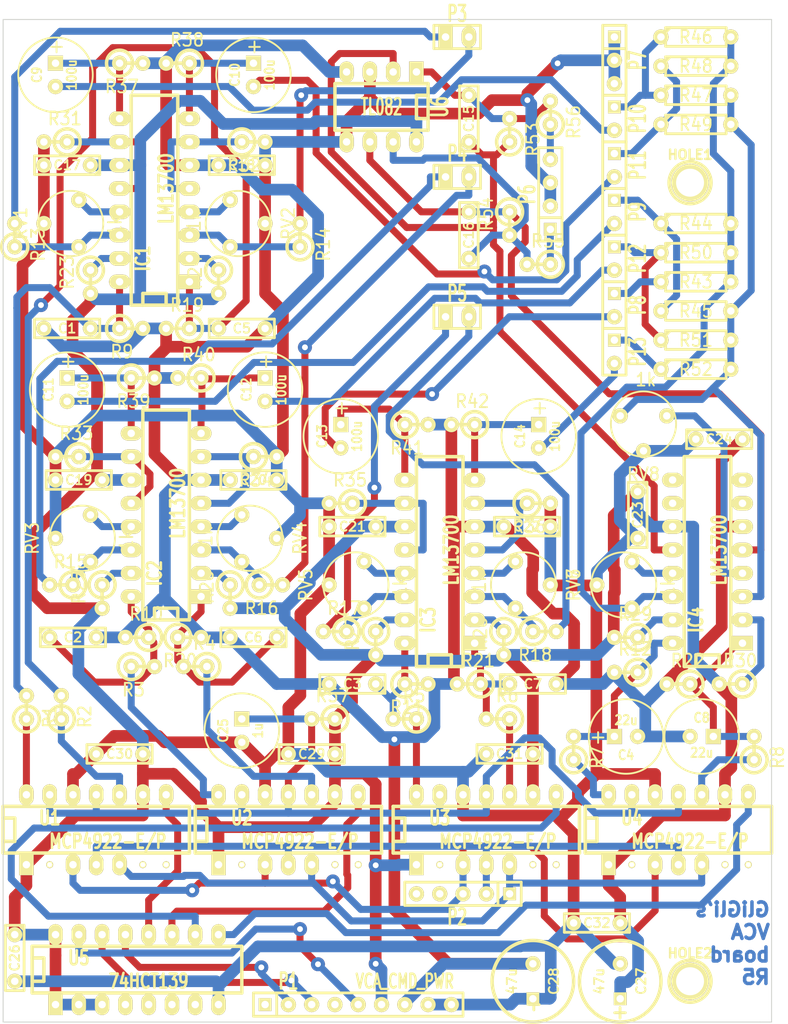
<source format=kicad_pcb>
(kicad_pcb (version 3) (host pcbnew "(2013-07-07 BZR 4022)-stable")
  (title_block (title "VCA / Mixer board") (rev 5) (company "GliGli's DIY"))
  (layers (15 F.Cu signal) (0 B.Cu signal) (21 F.SilkS user) (23 F.Mask user) (28 Edge.Cuts user))
  (net 0 "")
  (net 1 +5V)
  (net 2 -5V)
  (net 3 GND)
  (net 4 N-000001)
  (net 5 N-00000100)
  (net 6 N-00000101)
  (net 7 N-0000012)
  (net 8 N-0000013)
  (net 9 N-0000014)
  (net 10 N-0000015)
  (net 11 N-0000016)
  (net 12 N-0000017)
  (net 13 N-0000018)
  (net 14 N-0000019)
  (net 15 N-000002)
  (net 16 N-0000020)
  (net 17 N-0000021)
  (net 18 N-0000022)
  (net 19 N-0000023)
  (net 20 N-0000024)
  (net 21 N-0000025)
  (net 22 N-0000026)
  (net 23 N-0000027)
  (net 24 N-0000028)
  (net 25 N-000003)
  (net 26 N-0000030)
  (net 27 N-0000031)
  (net 28 N-0000032)
  (net 29 N-0000033)
  (net 30 N-0000034)
  (net 31 N-0000035)
  (net 32 N-0000038)
  (net 33 N-0000039)
  (net 34 N-000004)
  (net 35 N-0000040)
  (net 36 N-0000041)
  (net 37 N-0000042)
  (net 38 N-0000043)
  (net 39 N-0000044)
  (net 40 N-0000045)
  (net 41 N-0000046)
  (net 42 N-0000047)
  (net 43 N-0000048)
  (net 44 N-0000049)
  (net 45 N-000005)
  (net 46 N-0000050)
  (net 47 N-0000052)
  (net 48 N-0000053)
  (net 49 N-0000058)
  (net 50 N-0000059)
  (net 51 N-000006)
  (net 52 N-0000060)
  (net 53 N-0000062)
  (net 54 N-0000063)
  (net 55 N-0000064)
  (net 56 N-0000065)
  (net 57 N-0000066)
  (net 58 N-0000067)
  (net 59 N-0000068)
  (net 60 N-0000069)
  (net 61 N-0000070)
  (net 62 N-0000071)
  (net 63 N-0000072)
  (net 64 N-0000073)
  (net 65 N-0000074)
  (net 66 N-0000075)
  (net 67 N-0000076)
  (net 68 N-0000077)
  (net 69 N-0000078)
  (net 70 N-0000079)
  (net 71 N-000008)
  (net 72 N-0000081)
  (net 73 N-0000082)
  (net 74 N-0000085)
  (net 75 N-0000086)
  (net 76 N-0000087)
  (net 77 N-0000088)
  (net 78 N-0000089)
  (net 79 N-000009)
  (net 80 N-0000090)
  (net 81 N-0000091)
  (net 82 N-0000092)
  (net 83 N-0000093)
  (net 84 N-0000094)
  (net 85 N-0000095)
  (net 86 N-0000096)
  (net 87 N-0000097)
  (net 88 N-0000098)
  (net 89 N-0000099)
  (net 90 VAA)
  (module SIL-2 (layer F.Cu) (at 121.92 52.705)
    (fp_text reference P3 (at 0 -2.54) (layer F.SilkS) (effects (font (size 1.72974 1.08712) (thickness 0.3048))))
    (fp_text value CARD_01 hide)
    (pad 1 thru_hole rect (at -1.27 0) (size 1.5748 2.286) (drill 0.8128) (layers *.Cu *.Mask F.SilkS) (net 82 N-0000092))
    (pad 2 thru_hole oval (at 1.27 0) (size 1.5748 2.286) (drill 0.8128) (layers *.Cu *.Mask F.SilkS) (net 81 N-0000091))
  )
  (module SIL-2 (layer F.Cu) (at 121.92 67.945)
    (fp_text reference P4 (at 0 -2.54) (layer F.SilkS) (effects (font (size 1.72974 1.08712) (thickness 0.3048))))
    (fp_text value CARD_23 hide)
    (pad 1 thru_hole rect (at -1.27 0) (size 1.5748 2.286) (drill 0.8128) (layers *.Cu *.Mask F.SilkS) (net 27 N-0000031))
    (pad 2 thru_hole oval (at 1.27 0) (size 1.5748 2.286) (drill 0.8128) (layers *.Cu *.Mask F.SilkS) (net 26 N-0000030))
  )
  (module SIL-2 (layer F.Cu) (at 121.92 83.185)
    (fp_text reference P5 (at 0 -2.54) (layer F.SilkS) (effects (font (size 1.72974 1.08712) (thickness 0.3048))))
    (fp_text value CARD_45 hide)
    (pad 1 thru_hole rect (at -1.27 0) (size 1.5748 2.286) (drill 0.8128) (layers *.Cu *.Mask F.SilkS) (net 34 N-000004))
    (pad 2 thru_hole oval (at 1.27 0) (size 1.5748 2.286) (drill 0.8128) (layers *.Cu *.Mask F.SilkS) (net 25 N-000003))
  )
  (module DIP-14__300_ELL (layer F.Cu) (at 82.55 139.065)
    (fp_text reference U1 (at -5.08 -1.27) (layer F.SilkS) (effects (font (size 1.524 1.143) (thickness 0.3048))))
    (fp_text value MCP4922-E/P (at 1.27 1.27) (layer F.SilkS) (effects (font (size 1.524 1.143) (thickness 0.3048))))
    (pad 1 thru_hole rect (at -7.62 3.81) (size 1.5748 2.286) (drill 0.8128) (layers *.Cu *.Mask F.SilkS) (net 1 +5V))
    (pad 2 thru_hole circle (at -5.08 3.81) (size 0.762 0.762) (drill 0.508) (layers *.Cu *.Mask F.SilkS))
    (pad 3 thru_hole oval (at -2.54 3.81) (size 1.5748 2.286) (drill 0.8128) (layers *.Cu *.Mask F.SilkS) (net 74 N-0000085))
    (pad 4 thru_hole oval (at 0 3.81) (size 1.5748 2.286) (drill 0.8128) (layers *.Cu *.Mask F.SilkS) (net 75 N-0000086))
    (pad 5 thru_hole oval (at 2.54 3.81) (size 1.5748 2.286) (drill 0.8128) (layers *.Cu *.Mask F.SilkS) (net 76 N-0000087))
    (pad 6 thru_hole circle (at 5.08 3.81) (size 0.762 0.762) (drill 0.508) (layers *.Cu *.Mask F.SilkS))
    (pad 7 thru_hole circle (at 7.62 3.81) (size 0.762 0.762) (drill 0.508) (layers *.Cu *.Mask F.SilkS))
    (pad 8 thru_hole oval (at 7.62 -3.81) (size 1.5748 2.286) (drill 0.8128) (layers *.Cu *.Mask F.SilkS) (net 42 N-0000047))
    (pad 9 thru_hole oval (at 5.08 -3.81) (size 1.5748 2.286) (drill 0.8128) (layers *.Cu *.Mask F.SilkS) (net 1 +5V))
    (pad 10 thru_hole oval (at 2.54 -3.81) (size 1.5748 2.286) (drill 0.8128) (layers *.Cu *.Mask F.SilkS) (net 72 N-0000081))
    (pad 11 thru_hole oval (at 0 -3.81) (size 1.5748 2.286) (drill 0.8128) (layers *.Cu *.Mask F.SilkS) (net 90 VAA))
    (pad 12 thru_hole oval (at -2.54 -3.81) (size 1.5748 2.286) (drill 0.8128) (layers *.Cu *.Mask F.SilkS) (net 3 GND))
    (pad 13 thru_hole oval (at -5.08 -3.81) (size 1.5748 2.286) (drill 0.8128) (layers *.Cu *.Mask F.SilkS) (net 90 VAA))
    (pad 14 thru_hole oval (at -7.62 -3.81) (size 1.5748 2.286) (drill 0.8128) (layers *.Cu *.Mask F.SilkS) (net 73 N-0000082))
  )
  (module 1pin (layer F.Cu) (at 147.32 68.58)
    (fp_text reference HOLE1 (at 0 -3.048) (layer F.SilkS) (effects (font (size 1.016 1.016) (thickness 0.254))))
    (fp_text value P*** hide)
    (pad 1 thru_hole circle (at 0 0) (size 4.064 4.064) (drill 3.048) (layers *.Cu *.Mask F.SilkS))
  )
  (module 1pin (layer F.Cu) (at 147.32 155.575)
    (fp_text reference HOLE2 (at 0 -3.048) (layer F.SilkS) (effects (font (size 1.016 1.016) (thickness 0.254))))
    (fp_text value P*** hide)
    (pad 1 thru_hole circle (at 0 0) (size 4.064 4.064) (drill 3.048) (layers *.Cu *.Mask F.SilkS))
  )
  (module DIP-16__300_ELL (layer F.Cu) (at 88.9 70.485 90)
    (fp_text reference IC1 (at -6.35 -1.27 90) (layer F.SilkS) (effects (font (size 1.524 1.143) (thickness 0.3048))))
    (fp_text value LM13700 (at 1.27 1.27 90) (layer F.SilkS) (effects (font (size 1.524 1.143) (thickness 0.3048))))
    (pad 1 thru_hole rect (at -8.89 3.81 90) (size 1.5748 2.286) (drill 0.8128) (layers *.Cu *.Mask F.SilkS) (net 63 N-0000072))
    (pad 2 thru_hole oval (at -6.35 3.81 90) (size 1.5748 2.286) (drill 0.8128) (layers *.Cu *.Mask F.SilkS) (net 62 N-0000071))
    (pad 3 thru_hole oval (at -3.81 3.81 90) (size 1.5748 2.286) (drill 0.8128) (layers *.Cu *.Mask F.SilkS) (net 5 N-00000100))
    (pad 4 thru_hole oval (at -1.27 3.81 90) (size 1.5748 2.286) (drill 0.8128) (layers *.Cu *.Mask F.SilkS) (net 61 N-0000070))
    (pad 5 thru_hole oval (at 1.27 3.81 90) (size 1.5748 2.286) (drill 0.8128) (layers *.Cu *.Mask F.SilkS) (net 6 N-00000101))
    (pad 6 thru_hole oval (at 3.81 3.81 90) (size 1.5748 2.286) (drill 0.8128) (layers *.Cu *.Mask F.SilkS) (net 2 -5V))
    (pad 7 thru_hole oval (at 6.35 3.81 90) (size 1.5748 2.286) (drill 0.8128) (layers *.Cu *.Mask F.SilkS) (net 6 N-00000101))
    (pad 8 thru_hole oval (at 8.89 3.81 90) (size 1.5748 2.286) (drill 0.8128) (layers *.Cu *.Mask F.SilkS) (net 86 N-0000096))
    (pad 9 thru_hole oval (at 8.89 -3.81 90) (size 1.5748 2.286) (drill 0.8128) (layers *.Cu *.Mask F.SilkS) (net 87 N-0000097))
    (pad 10 thru_hole oval (at 6.35 -3.81 90) (size 1.5748 2.286) (drill 0.8128) (layers *.Cu *.Mask F.SilkS) (net 89 N-0000099))
    (pad 11 thru_hole oval (at 3.81 -3.81 90) (size 1.5748 2.286) (drill 0.8128) (layers *.Cu *.Mask F.SilkS) (net 1 +5V))
    (pad 12 thru_hole oval (at 1.27 -3.81 90) (size 1.5748 2.286) (drill 0.8128) (layers *.Cu *.Mask F.SilkS) (net 89 N-0000099))
    (pad 13 thru_hole oval (at -1.27 -3.81 90) (size 1.5748 2.286) (drill 0.8128) (layers *.Cu *.Mask F.SilkS) (net 78 N-0000089))
    (pad 14 thru_hole oval (at -3.81 -3.81 90) (size 1.5748 2.286) (drill 0.8128) (layers *.Cu *.Mask F.SilkS) (net 77 N-0000088))
    (pad 15 thru_hole oval (at -6.35 -3.81 90) (size 1.5748 2.286) (drill 0.8128) (layers *.Cu *.Mask F.SilkS) (net 85 N-0000095))
    (pad 16 thru_hole oval (at -8.89 -3.81 90) (size 1.5748 2.286) (drill 0.8128) (layers *.Cu *.Mask F.SilkS) (net 88 N-0000098))
  )
  (module SIL-9 (layer F.Cu) (at 111.126 158.114)
    (fp_text reference P1 (at -7.62 -2.54) (layer F.SilkS) (effects (font (size 1.72974 1.08712) (thickness 0.3048))))
    (fp_text value VCA_CMD_PWR (at 5.08 -2.54) (layer F.SilkS) (effects (font (size 1.524 1.016) (thickness 0.3048))))
    (pad 1 thru_hole rect (at -10.16 0) (size 1.397 1.397) (drill 0.8128) (layers *.Cu *.Mask F.SilkS))
    (pad 2 thru_hole circle (at -7.62 0) (size 1.651 1.651) (drill 0.8128) (layers *.Cu *.Mask F.SilkS) (net 48 N-0000053))
    (pad 3 thru_hole circle (at -5.08 0) (size 1.651 1.651) (drill 0.8128) (layers *.Cu *.Mask F.SilkS) (net 46 N-0000050))
    (pad 4 thru_hole circle (at -2.54 0) (size 1.651 1.651) (drill 0.8128) (layers *.Cu *.Mask F.SilkS))
    (pad 5 thru_hole circle (at 0 0) (size 1.651 1.651) (drill 0.8128) (layers *.Cu *.Mask F.SilkS) (net 47 N-0000052))
    (pad 6 thru_hole circle (at 2.54 0) (size 1.651 1.651) (drill 0.8128) (layers *.Cu *.Mask F.SilkS) (net 1 +5V))
    (pad 7 thru_hole circle (at 5.08 0) (size 1.651 1.651) (drill 0.8128) (layers *.Cu *.Mask F.SilkS) (net 2 -5V))
    (pad 8 thru_hole circle (at 7.62 0) (size 1.651 1.651) (drill 0.8128) (layers *.Cu *.Mask F.SilkS) (net 3 GND))
    (pad 9 thru_hole circle (at 10.16 0) (size 1.651 1.651) (drill 0.8128) (layers *.Cu *.Mask F.SilkS) (net 3 GND))
  )
  (module SIL-5 (layer F.Cu) (at 121.285 146.05 180)
    (fp_text reference P2 (at -0.635 -2.54 180) (layer F.SilkS) (effects (font (size 1.72974 1.08712) (thickness 0.3048))))
    (fp_text value VCA_SPI hide)
    (pad 1 thru_hole rect (at -6.35 0 180) (size 1.397 1.397) (drill 0.8128) (layers *.Cu *.Mask F.SilkS) (net 76 N-0000087))
    (pad 2 thru_hole circle (at -3.81 0 180) (size 1.651 1.651) (drill 0.8128) (layers *.Cu *.Mask F.SilkS) (net 75 N-0000086))
    (pad 3 thru_hole circle (at -1.27 0 180) (size 1.651 1.651) (drill 0.8128) (layers *.Cu *.Mask F.SilkS) (net 74 N-0000085))
    (pad 4 thru_hole circle (at 1.27 0 180) (size 1.651 1.651) (drill 0.8128) (layers *.Cu *.Mask F.SilkS))
    (pad 5 thru_hole circle (at 3.81 0 180) (size 1.651 1.651) (drill 0.8128) (layers *.Cu *.Mask F.SilkS))
  )
  (module SIL-4 (layer F.Cu) (at 132.08 69.85 90)
    (fp_text reference P6 (at 0 -2.54 90) (layer F.SilkS) (effects (font (size 1.73482 1.08712) (thickness 0.3048))))
    (fp_text value OUT_MAIN hide)
    (pad 1 thru_hole rect (at -3.81 0 90) (size 1.397 1.397) (drill 0.8128) (layers *.Cu *.Mask F.SilkS) (net 68 N-0000077))
    (pad 2 thru_hole circle (at -1.27 0 90) (size 1.651 1.651) (drill 0.8128) (layers *.Cu *.Mask F.SilkS) (net 3 GND))
    (pad 3 thru_hole circle (at 1.27 0 90) (size 1.651 1.651) (drill 0.8128) (layers *.Cu *.Mask F.SilkS) (net 3 GND))
    (pad 4 thru_hole circle (at 3.81 0 90) (size 1.651 1.651) (drill 0.8128) (layers *.Cu *.Mask F.SilkS) (net 69 N-0000078))
  )
  (module SIL-3 (layer F.Cu) (at 139.065 55.245 270)
    (fp_text reference P7 (at 0 -2.54 270) (layer F.SilkS) (effects (font (size 1.7907 1.07696) (thickness 0.3048))))
    (fp_text value OUT_GND hide)
    (pad 1 thru_hole rect (at -2.54 0 270) (size 1.397 1.397) (drill 0.8128) (layers *.Cu *.Mask F.SilkS) (net 3 GND))
    (pad 2 thru_hole circle (at 0 0 270) (size 1.651 1.651) (drill 0.8128) (layers *.Cu *.Mask F.SilkS) (net 3 GND))
    (pad 3 thru_hole circle (at 2.54 0 270) (size 1.651 1.651) (drill 0.8128) (layers *.Cu *.Mask F.SilkS) (net 3 GND))
  )
  (module SIL-2 (layer F.Cu) (at 139.065 86.995 270)
    (fp_text reference P13 (at 0 -2.54 270) (layer F.SilkS) (effects (font (size 1.72974 1.08712) (thickness 0.3048))))
    (fp_text value OUT_5 hide)
    (pad 1 thru_hole rect (at -1.27 0 270) (size 1.397 1.397) (drill 0.8128) (layers *.Cu *.Mask F.SilkS) (net 60 N-0000069))
    (pad 2 thru_hole circle (at 1.27 0 270) (size 1.651 1.651) (drill 0.8128) (layers *.Cu *.Mask F.SilkS) (net 43 N-0000048))
  )
  (module SIL-2 (layer F.Cu) (at 139.065 76.835 270)
    (fp_text reference P12 (at 0 -2.54 270) (layer F.SilkS) (effects (font (size 1.72974 1.08712) (thickness 0.3048))))
    (fp_text value OUT_3 hide)
    (pad 1 thru_hole rect (at -1.27 0 270) (size 1.397 1.397) (drill 0.8128) (layers *.Cu *.Mask F.SilkS) (net 67 N-0000076))
    (pad 2 thru_hole circle (at 1.27 0 270) (size 1.651 1.651) (drill 0.8128) (layers *.Cu *.Mask F.SilkS) (net 38 N-0000043))
  )
  (module SIL-2 (layer F.Cu) (at 139.065 66.675 270)
    (fp_text reference P11 (at 0 -2.54 270) (layer F.SilkS) (effects (font (size 1.72974 1.08712) (thickness 0.3048))))
    (fp_text value OUT_1 hide)
    (pad 1 thru_hole rect (at -1.27 0 270) (size 1.397 1.397) (drill 0.8128) (layers *.Cu *.Mask F.SilkS) (net 64 N-0000073))
    (pad 2 thru_hole circle (at 1.27 0 270) (size 1.651 1.651) (drill 0.8128) (layers *.Cu *.Mask F.SilkS) (net 40 N-0000045))
  )
  (module SIL-2 (layer F.Cu) (at 139.065 61.595 270)
    (fp_text reference P10 (at 0 -2.54 270) (layer F.SilkS) (effects (font (size 1.72974 1.08712) (thickness 0.3048))))
    (fp_text value OUT_0 hide)
    (pad 1 thru_hole rect (at -1.27 0 270) (size 1.397 1.397) (drill 0.8128) (layers *.Cu *.Mask F.SilkS) (net 66 N-0000075))
    (pad 2 thru_hole circle (at 1.27 0 270) (size 1.651 1.651) (drill 0.8128) (layers *.Cu *.Mask F.SilkS) (net 37 N-0000042))
  )
  (module SIL-2 (layer F.Cu) (at 139.065 71.755 270)
    (fp_text reference P9 (at 0 -2.54 270) (layer F.SilkS) (effects (font (size 1.72974 1.08712) (thickness 0.3048))))
    (fp_text value OUT_2 hide)
    (pad 1 thru_hole rect (at -1.27 0 270) (size 1.397 1.397) (drill 0.8128) (layers *.Cu *.Mask F.SilkS) (net 65 N-0000074))
    (pad 2 thru_hole circle (at 1.27 0 270) (size 1.651 1.651) (drill 0.8128) (layers *.Cu *.Mask F.SilkS) (net 39 N-0000044))
  )
  (module SIL-2 (layer F.Cu) (at 139.065 81.915 270)
    (fp_text reference P8 (at 0 -2.54 270) (layer F.SilkS) (effects (font (size 1.72974 1.08712) (thickness 0.3048))))
    (fp_text value OUT_4 hide)
    (pad 1 thru_hole rect (at -1.27 0 270) (size 1.397 1.397) (drill 0.8128) (layers *.Cu *.Mask F.SilkS) (net 59 N-0000068))
    (pad 2 thru_hole circle (at 1.27 0 270) (size 1.651 1.651) (drill 0.8128) (layers *.Cu *.Mask F.SilkS) (net 44 N-0000049))
  )
  (module R3-LARGE_PADS (layer F.Cu) (at 147.955 82.55)
    (fp_text reference R45 (at 0 0) (layer F.SilkS) (effects (font (size 1.397 1.27) (thickness 0.2032))))
    (fp_text value 150k hide)
    (pad 1 thru_hole circle (at -3.81 0) (size 1.651 1.651) (drill 0.8128) (layers *.Cu *.Mask F.SilkS) (net 65 N-0000074))
    (pad 2 thru_hole circle (at 3.81 0) (size 1.651 1.651) (drill 0.8128) (layers *.Cu *.Mask F.SilkS) (net 57 N-0000066))
  )
  (module R3-LARGE_PADS (layer F.Cu) (at 147.955 79.375)
    (fp_text reference R43 (at 0 0) (layer F.SilkS) (effects (font (size 1.397 1.27) (thickness 0.2032))))
    (fp_text value 33k hide)
    (pad 1 thru_hole circle (at -3.81 0) (size 1.651 1.651) (drill 0.8128) (layers *.Cu *.Mask F.SilkS) (net 59 N-0000068))
    (pad 2 thru_hole circle (at 3.81 0) (size 1.651 1.651) (drill 0.8128) (layers *.Cu *.Mask F.SilkS) (net 70 N-0000079))
  )
  (module R3-LARGE_PADS (layer F.Cu) (at 147.955 73.025)
    (fp_text reference R44 (at 0 0) (layer F.SilkS) (effects (font (size 1.397 1.27) (thickness 0.2032))))
    (fp_text value 47k hide)
    (pad 1 thru_hole circle (at -3.81 0) (size 1.651 1.651) (drill 0.8128) (layers *.Cu *.Mask F.SilkS) (net 65 N-0000074))
    (pad 2 thru_hole circle (at 3.81 0) (size 1.651 1.651) (drill 0.8128) (layers *.Cu *.Mask F.SilkS) (net 70 N-0000079))
  )
  (module R3-LARGE_PADS (layer F.Cu) (at 147.955 52.705)
    (fp_text reference R46 (at 0 0) (layer F.SilkS) (effects (font (size 1.397 1.27) (thickness 0.2032))))
    (fp_text value 56k hide)
    (pad 1 thru_hole circle (at -3.81 0) (size 1.651 1.651) (drill 0.8128) (layers *.Cu *.Mask F.SilkS) (net 66 N-0000075))
    (pad 2 thru_hole circle (at 3.81 0) (size 1.651 1.651) (drill 0.8128) (layers *.Cu *.Mask F.SilkS) (net 70 N-0000079))
  )
  (module R3-LARGE_PADS (layer F.Cu) (at 147.955 59.055)
    (fp_text reference R47 (at 0 0) (layer F.SilkS) (effects (font (size 1.397 1.27) (thickness 0.2032))))
    (fp_text value 68k hide)
    (pad 1 thru_hole circle (at -3.81 0) (size 1.651 1.651) (drill 0.8128) (layers *.Cu *.Mask F.SilkS) (net 66 N-0000075))
    (pad 2 thru_hole circle (at 3.81 0) (size 1.651 1.651) (drill 0.8128) (layers *.Cu *.Mask F.SilkS) (net 57 N-0000066))
  )
  (module R3-LARGE_PADS (layer F.Cu) (at 147.955 55.88)
    (fp_text reference R48 (at 0 0) (layer F.SilkS) (effects (font (size 1.397 1.27) (thickness 0.2032))))
    (fp_text value 68k hide)
    (pad 1 thru_hole circle (at -3.81 0) (size 1.651 1.651) (drill 0.8128) (layers *.Cu *.Mask F.SilkS) (net 64 N-0000073))
    (pad 2 thru_hole circle (at 3.81 0) (size 1.651 1.651) (drill 0.8128) (layers *.Cu *.Mask F.SilkS) (net 70 N-0000079))
  )
  (module R3-LARGE_PADS (layer F.Cu) (at 147.955 88.9)
    (fp_text reference R52 (at 0 0) (layer F.SilkS) (effects (font (size 1.397 1.27) (thickness 0.2032))))
    (fp_text value 33k hide)
    (pad 1 thru_hole circle (at -3.81 0) (size 1.651 1.651) (drill 0.8128) (layers *.Cu *.Mask F.SilkS) (net 60 N-0000069))
    (pad 2 thru_hole circle (at 3.81 0) (size 1.651 1.651) (drill 0.8128) (layers *.Cu *.Mask F.SilkS) (net 57 N-0000066))
  )
  (module R3-LARGE_PADS (layer F.Cu) (at 147.955 85.725)
    (fp_text reference R51 (at 0 0) (layer F.SilkS) (effects (font (size 1.397 1.27) (thickness 0.2032))))
    (fp_text value 47k hide)
    (pad 1 thru_hole circle (at -3.81 0) (size 1.651 1.651) (drill 0.8128) (layers *.Cu *.Mask F.SilkS) (net 67 N-0000076))
    (pad 2 thru_hole circle (at 3.81 0) (size 1.651 1.651) (drill 0.8128) (layers *.Cu *.Mask F.SilkS) (net 57 N-0000066))
  )
  (module R3-LARGE_PADS (layer F.Cu) (at 147.955 76.2)
    (fp_text reference R50 (at 0 0) (layer F.SilkS) (effects (font (size 1.397 1.27) (thickness 0.2032))))
    (fp_text value 150k hide)
    (pad 1 thru_hole circle (at -3.81 0) (size 1.651 1.651) (drill 0.8128) (layers *.Cu *.Mask F.SilkS) (net 67 N-0000076))
    (pad 2 thru_hole circle (at 3.81 0) (size 1.651 1.651) (drill 0.8128) (layers *.Cu *.Mask F.SilkS) (net 70 N-0000079))
  )
  (module R3-LARGE_PADS (layer F.Cu) (at 147.955 62.23)
    (fp_text reference R49 (at 0 0) (layer F.SilkS) (effects (font (size 1.397 1.27) (thickness 0.2032))))
    (fp_text value 56k hide)
    (pad 1 thru_hole circle (at -3.81 0) (size 1.651 1.651) (drill 0.8128) (layers *.Cu *.Mask F.SilkS) (net 64 N-0000073))
    (pad 2 thru_hole circle (at 3.81 0) (size 1.651 1.651) (drill 0.8128) (layers *.Cu *.Mask F.SilkS) (net 57 N-0000066))
  )
  (module DIP-8__300_ELL (layer F.Cu) (at 113.665 60.325 180)
    (fp_text reference U6 (at -6.35 0 270) (layer F.SilkS) (effects (font (size 1.778 1.143) (thickness 0.3048))))
    (fp_text value TL082 (at 0 0 180) (layer F.SilkS) (effects (font (size 1.778 1.016) (thickness 0.3048))))
    (pad 1 thru_hole rect (at -3.81 3.81 180) (size 1.5748 2.286) (drill 0.8128) (layers *.Cu *.Mask F.SilkS) (net 56 N-0000065))
    (pad 2 thru_hole oval (at -1.27 3.81 180) (size 1.5748 2.286) (drill 0.8128) (layers *.Cu *.Mask F.SilkS) (net 36 N-0000041))
    (pad 3 thru_hole oval (at 1.27 3.81 180) (size 1.5748 2.286) (drill 0.8128) (layers *.Cu *.Mask F.SilkS) (net 3 GND))
    (pad 4 thru_hole oval (at 3.81 3.81 180) (size 1.5748 2.286) (drill 0.8128) (layers *.Cu *.Mask F.SilkS) (net 2 -5V))
    (pad 5 thru_hole oval (at 3.81 -3.81 180) (size 1.5748 2.286) (drill 0.8128) (layers *.Cu *.Mask F.SilkS) (net 3 GND))
    (pad 6 thru_hole oval (at 1.27 -3.81 180) (size 1.5748 2.286) (drill 0.8128) (layers *.Cu *.Mask F.SilkS) (net 35 N-0000040))
    (pad 7 thru_hole oval (at -1.27 -3.81 180) (size 1.5748 2.286) (drill 0.8128) (layers *.Cu *.Mask F.SilkS) (net 58 N-0000067))
    (pad 8 thru_hole oval (at -3.81 -3.81 180) (size 1.5748 2.286) (drill 0.8128) (layers *.Cu *.Mask F.SilkS) (net 1 +5V))
  )
  (module DIP-16__300_ELL (layer F.Cu) (at 149.225 109.855 90)
    (fp_text reference IC4 (at -6.35 -1.27 90) (layer F.SilkS) (effects (font (size 1.524 1.143) (thickness 0.3048))))
    (fp_text value LM13700 (at 1.27 1.27 90) (layer F.SilkS) (effects (font (size 1.524 1.143) (thickness 0.3048))))
    (pad 1 thru_hole rect (at -8.89 3.81 90) (size 1.5748 2.286) (drill 0.8128) (layers *.Cu *.Mask F.SilkS) (net 55 N-0000064))
    (pad 2 thru_hole oval (at -6.35 3.81 90) (size 1.5748 2.286) (drill 0.8128) (layers *.Cu *.Mask F.SilkS) (net 32 N-0000038))
    (pad 3 thru_hole oval (at -3.81 3.81 90) (size 1.5748 2.286) (drill 0.8128) (layers *.Cu *.Mask F.SilkS) (net 57 N-0000066))
    (pad 4 thru_hole oval (at -1.27 3.81 90) (size 1.5748 2.286) (drill 0.8128) (layers *.Cu *.Mask F.SilkS) (net 31 N-0000035))
    (pad 5 thru_hole oval (at 1.27 3.81 90) (size 1.5748 2.286) (drill 0.8128) (layers *.Cu *.Mask F.SilkS) (net 35 N-0000040))
    (pad 6 thru_hole oval (at 3.81 3.81 90) (size 1.5748 2.286) (drill 0.8128) (layers *.Cu *.Mask F.SilkS) (net 2 -5V))
    (pad 7 thru_hole oval (at 6.35 3.81 90) (size 1.5748 2.286) (drill 0.8128) (layers *.Cu *.Mask F.SilkS))
    (pad 8 thru_hole oval (at 8.89 3.81 90) (size 1.5748 2.286) (drill 0.8128) (layers *.Cu *.Mask F.SilkS))
    (pad 9 thru_hole oval (at 8.89 -3.81 90) (size 1.5748 2.286) (drill 0.8128) (layers *.Cu *.Mask F.SilkS))
    (pad 10 thru_hole oval (at 6.35 -3.81 90) (size 1.5748 2.286) (drill 0.8128) (layers *.Cu *.Mask F.SilkS))
    (pad 11 thru_hole oval (at 3.81 -3.81 90) (size 1.5748 2.286) (drill 0.8128) (layers *.Cu *.Mask F.SilkS) (net 1 +5V))
    (pad 12 thru_hole oval (at 1.27 -3.81 90) (size 1.5748 2.286) (drill 0.8128) (layers *.Cu *.Mask F.SilkS) (net 36 N-0000041))
    (pad 13 thru_hole oval (at -1.27 -3.81 90) (size 1.5748 2.286) (drill 0.8128) (layers *.Cu *.Mask F.SilkS) (net 52 N-0000060))
    (pad 14 thru_hole oval (at -3.81 -3.81 90) (size 1.5748 2.286) (drill 0.8128) (layers *.Cu *.Mask F.SilkS) (net 70 N-0000079))
    (pad 15 thru_hole oval (at -6.35 -3.81 90) (size 1.5748 2.286) (drill 0.8128) (layers *.Cu *.Mask F.SilkS) (net 50 N-0000059))
    (pad 16 thru_hole oval (at -8.89 -3.81 90) (size 1.5748 2.286) (drill 0.8128) (layers *.Cu *.Mask F.SilkS) (net 49 N-0000058))
  )
  (module DIP-16__300_ELL (layer F.Cu) (at 120.015 109.855 90)
    (fp_text reference IC3 (at -6.35 -1.27 90) (layer F.SilkS) (effects (font (size 1.524 1.143) (thickness 0.3048))))
    (fp_text value LM13700 (at 1.27 1.27 90) (layer F.SilkS) (effects (font (size 1.524 1.143) (thickness 0.3048))))
    (pad 1 thru_hole rect (at -8.89 3.81 90) (size 1.5748 2.286) (drill 0.8128) (layers *.Cu *.Mask F.SilkS) (net 7 N-0000012))
    (pad 2 thru_hole oval (at -6.35 3.81 90) (size 1.5748 2.286) (drill 0.8128) (layers *.Cu *.Mask F.SilkS) (net 79 N-000009))
    (pad 3 thru_hole oval (at -3.81 3.81 90) (size 1.5748 2.286) (drill 0.8128) (layers *.Cu *.Mask F.SilkS) (net 45 N-000005))
    (pad 4 thru_hole oval (at -1.27 3.81 90) (size 1.5748 2.286) (drill 0.8128) (layers *.Cu *.Mask F.SilkS) (net 51 N-000006))
    (pad 5 thru_hole oval (at 1.27 3.81 90) (size 1.5748 2.286) (drill 0.8128) (layers *.Cu *.Mask F.SilkS) (net 13 N-0000018))
    (pad 6 thru_hole oval (at 3.81 3.81 90) (size 1.5748 2.286) (drill 0.8128) (layers *.Cu *.Mask F.SilkS) (net 2 -5V))
    (pad 7 thru_hole oval (at 6.35 3.81 90) (size 1.5748 2.286) (drill 0.8128) (layers *.Cu *.Mask F.SilkS) (net 13 N-0000018))
    (pad 8 thru_hole oval (at 8.89 3.81 90) (size 1.5748 2.286) (drill 0.8128) (layers *.Cu *.Mask F.SilkS) (net 10 N-0000015))
    (pad 9 thru_hole oval (at 8.89 -3.81 90) (size 1.5748 2.286) (drill 0.8128) (layers *.Cu *.Mask F.SilkS) (net 11 N-0000016))
    (pad 10 thru_hole oval (at 6.35 -3.81 90) (size 1.5748 2.286) (drill 0.8128) (layers *.Cu *.Mask F.SilkS) (net 12 N-0000017))
    (pad 11 thru_hole oval (at 3.81 -3.81 90) (size 1.5748 2.286) (drill 0.8128) (layers *.Cu *.Mask F.SilkS) (net 1 +5V))
    (pad 12 thru_hole oval (at 1.27 -3.81 90) (size 1.5748 2.286) (drill 0.8128) (layers *.Cu *.Mask F.SilkS) (net 12 N-0000017))
    (pad 13 thru_hole oval (at -1.27 -3.81 90) (size 1.5748 2.286) (drill 0.8128) (layers *.Cu *.Mask F.SilkS) (net 4 N-000001))
    (pad 14 thru_hole oval (at -3.81 -3.81 90) (size 1.5748 2.286) (drill 0.8128) (layers *.Cu *.Mask F.SilkS) (net 71 N-000008))
    (pad 15 thru_hole oval (at -6.35 -3.81 90) (size 1.5748 2.286) (drill 0.8128) (layers *.Cu *.Mask F.SilkS) (net 15 N-000002))
    (pad 16 thru_hole oval (at -8.89 -3.81 90) (size 1.5748 2.286) (drill 0.8128) (layers *.Cu *.Mask F.SilkS) (net 14 N-0000019))
  )
  (module DIP-16__300_ELL (layer F.Cu) (at 90.17 104.775 90)
    (fp_text reference IC2 (at -6.35 -1.27 90) (layer F.SilkS) (effects (font (size 1.524 1.143) (thickness 0.3048))))
    (fp_text value LM13700 (at 1.27 1.27 90) (layer F.SilkS) (effects (font (size 1.524 1.143) (thickness 0.3048))))
    (pad 1 thru_hole rect (at -8.89 3.81 90) (size 1.5748 2.286) (drill 0.8128) (layers *.Cu *.Mask F.SilkS) (net 19 N-0000023))
    (pad 2 thru_hole oval (at -6.35 3.81 90) (size 1.5748 2.286) (drill 0.8128) (layers *.Cu *.Mask F.SilkS) (net 21 N-0000025))
    (pad 3 thru_hole oval (at -3.81 3.81 90) (size 1.5748 2.286) (drill 0.8128) (layers *.Cu *.Mask F.SilkS) (net 83 N-0000093))
    (pad 4 thru_hole oval (at -1.27 3.81 90) (size 1.5748 2.286) (drill 0.8128) (layers *.Cu *.Mask F.SilkS) (net 20 N-0000024))
    (pad 5 thru_hole oval (at 1.27 3.81 90) (size 1.5748 2.286) (drill 0.8128) (layers *.Cu *.Mask F.SilkS) (net 24 N-0000028))
    (pad 6 thru_hole oval (at 3.81 3.81 90) (size 1.5748 2.286) (drill 0.8128) (layers *.Cu *.Mask F.SilkS) (net 2 -5V))
    (pad 7 thru_hole oval (at 6.35 3.81 90) (size 1.5748 2.286) (drill 0.8128) (layers *.Cu *.Mask F.SilkS) (net 24 N-0000028))
    (pad 8 thru_hole oval (at 8.89 3.81 90) (size 1.5748 2.286) (drill 0.8128) (layers *.Cu *.Mask F.SilkS) (net 23 N-0000027))
    (pad 9 thru_hole oval (at 8.89 -3.81 90) (size 1.5748 2.286) (drill 0.8128) (layers *.Cu *.Mask F.SilkS) (net 17 N-0000021))
    (pad 10 thru_hole oval (at 6.35 -3.81 90) (size 1.5748 2.286) (drill 0.8128) (layers *.Cu *.Mask F.SilkS) (net 18 N-0000022))
    (pad 11 thru_hole oval (at 3.81 -3.81 90) (size 1.5748 2.286) (drill 0.8128) (layers *.Cu *.Mask F.SilkS) (net 1 +5V))
    (pad 12 thru_hole oval (at 1.27 -3.81 90) (size 1.5748 2.286) (drill 0.8128) (layers *.Cu *.Mask F.SilkS) (net 18 N-0000022))
    (pad 13 thru_hole oval (at -1.27 -3.81 90) (size 1.5748 2.286) (drill 0.8128) (layers *.Cu *.Mask F.SilkS) (net 22 N-0000026))
    (pad 14 thru_hole oval (at -3.81 -3.81 90) (size 1.5748 2.286) (drill 0.8128) (layers *.Cu *.Mask F.SilkS) (net 84 N-0000094))
    (pad 15 thru_hole oval (at -6.35 -3.81 90) (size 1.5748 2.286) (drill 0.8128) (layers *.Cu *.Mask F.SilkS) (net 80 N-0000090))
    (pad 16 thru_hole oval (at -8.89 -3.81 90) (size 1.5748 2.286) (drill 0.8128) (layers *.Cu *.Mask F.SilkS) (net 16 N-0000020))
  )
  (module DIP-16__300_ELL (layer F.Cu) (at 86.995 154.305)
    (fp_text reference U5 (at -6.35 -1.27) (layer F.SilkS) (effects (font (size 1.524 1.143) (thickness 0.3048))))
    (fp_text value 74HCT139 (at 1.27 1.27) (layer F.SilkS) (effects (font (size 1.524 1.143) (thickness 0.3048))))
    (pad 1 thru_hole rect (at -8.89 3.81) (size 1.5748 2.286) (drill 0.8128) (layers *.Cu *.Mask F.SilkS) (net 1 +5V))
    (pad 2 thru_hole oval (at -6.35 3.81) (size 1.5748 2.286) (drill 0.8128) (layers *.Cu *.Mask F.SilkS) (net 1 +5V))
    (pad 3 thru_hole oval (at -3.81 3.81) (size 1.5748 2.286) (drill 0.8128) (layers *.Cu *.Mask F.SilkS) (net 1 +5V))
    (pad 4 thru_hole oval (at -1.27 3.81) (size 1.5748 2.286) (drill 0.8128) (layers *.Cu *.Mask F.SilkS))
    (pad 5 thru_hole oval (at 1.27 3.81) (size 1.5748 2.286) (drill 0.8128) (layers *.Cu *.Mask F.SilkS))
    (pad 6 thru_hole oval (at 3.81 3.81) (size 1.5748 2.286) (drill 0.8128) (layers *.Cu *.Mask F.SilkS))
    (pad 7 thru_hole oval (at 6.35 3.81) (size 1.5748 2.286) (drill 0.8128) (layers *.Cu *.Mask F.SilkS))
    (pad 8 thru_hole oval (at 8.89 3.81) (size 1.5748 2.286) (drill 0.8128) (layers *.Cu *.Mask F.SilkS) (net 3 GND))
    (pad 9 thru_hole oval (at 8.89 -3.81) (size 1.5748 2.286) (drill 0.8128) (layers *.Cu *.Mask F.SilkS) (net 33 N-0000039))
    (pad 10 thru_hole oval (at 6.35 -3.81) (size 1.5748 2.286) (drill 0.8128) (layers *.Cu *.Mask F.SilkS) (net 30 N-0000034))
    (pad 11 thru_hole oval (at 3.81 -3.81) (size 1.5748 2.286) (drill 0.8128) (layers *.Cu *.Mask F.SilkS) (net 41 N-0000046))
    (pad 12 thru_hole oval (at 1.27 -3.81) (size 1.5748 2.286) (drill 0.8128) (layers *.Cu *.Mask F.SilkS) (net 42 N-0000047))
    (pad 13 thru_hole oval (at -1.27 -3.81) (size 1.5748 2.286) (drill 0.8128) (layers *.Cu *.Mask F.SilkS) (net 48 N-0000053))
    (pad 14 thru_hole oval (at -3.81 -3.81) (size 1.5748 2.286) (drill 0.8128) (layers *.Cu *.Mask F.SilkS) (net 46 N-0000050))
    (pad 15 thru_hole oval (at -6.35 -3.81) (size 1.5748 2.286) (drill 0.8128) (layers *.Cu *.Mask F.SilkS) (net 47 N-0000052))
    (pad 16 thru_hole oval (at -8.89 -3.81) (size 1.5748 2.286) (drill 0.8128) (layers *.Cu *.Mask F.SilkS) (net 1 +5V))
  )
  (module DIP-14__300_ELL (layer F.Cu) (at 125.095 139.065)
    (fp_text reference U3 (at -5.08 -1.27) (layer F.SilkS) (effects (font (size 1.524 1.143) (thickness 0.3048))))
    (fp_text value MCP4922-E/P (at 1.27 1.27) (layer F.SilkS) (effects (font (size 1.524 1.143) (thickness 0.3048))))
    (pad 1 thru_hole rect (at -7.62 3.81) (size 1.5748 2.286) (drill 0.8128) (layers *.Cu *.Mask F.SilkS) (net 1 +5V))
    (pad 2 thru_hole circle (at -5.08 3.81) (size 0.762 0.762) (drill 0.508) (layers *.Cu *.Mask F.SilkS))
    (pad 3 thru_hole oval (at -2.54 3.81) (size 1.5748 2.286) (drill 0.8128) (layers *.Cu *.Mask F.SilkS) (net 74 N-0000085))
    (pad 4 thru_hole oval (at 0 3.81) (size 1.5748 2.286) (drill 0.8128) (layers *.Cu *.Mask F.SilkS) (net 75 N-0000086))
    (pad 5 thru_hole oval (at 2.54 3.81) (size 1.5748 2.286) (drill 0.8128) (layers *.Cu *.Mask F.SilkS) (net 76 N-0000087))
    (pad 6 thru_hole circle (at 5.08 3.81) (size 0.762 0.762) (drill 0.508) (layers *.Cu *.Mask F.SilkS))
    (pad 7 thru_hole circle (at 7.62 3.81) (size 0.762 0.762) (drill 0.508) (layers *.Cu *.Mask F.SilkS))
    (pad 8 thru_hole oval (at 7.62 -3.81) (size 1.5748 2.286) (drill 0.8128) (layers *.Cu *.Mask F.SilkS) (net 30 N-0000034))
    (pad 9 thru_hole oval (at 5.08 -3.81) (size 1.5748 2.286) (drill 0.8128) (layers *.Cu *.Mask F.SilkS) (net 1 +5V))
    (pad 10 thru_hole oval (at 2.54 -3.81) (size 1.5748 2.286) (drill 0.8128) (layers *.Cu *.Mask F.SilkS) (net 8 N-0000013))
    (pad 11 thru_hole oval (at 0 -3.81) (size 1.5748 2.286) (drill 0.8128) (layers *.Cu *.Mask F.SilkS) (net 90 VAA))
    (pad 12 thru_hole oval (at -2.54 -3.81) (size 1.5748 2.286) (drill 0.8128) (layers *.Cu *.Mask F.SilkS) (net 3 GND))
    (pad 13 thru_hole oval (at -5.08 -3.81) (size 1.5748 2.286) (drill 0.8128) (layers *.Cu *.Mask F.SilkS) (net 90 VAA))
    (pad 14 thru_hole oval (at -7.62 -3.81) (size 1.5748 2.286) (drill 0.8128) (layers *.Cu *.Mask F.SilkS) (net 9 N-0000014))
  )
  (module DIP-14__300_ELL (layer F.Cu) (at 146.05 139.065)
    (fp_text reference U4 (at -5.08 -1.27) (layer F.SilkS) (effects (font (size 1.524 1.143) (thickness 0.3048))))
    (fp_text value MCP4922-E/P (at 1.27 1.27) (layer F.SilkS) (effects (font (size 1.524 1.143) (thickness 0.3048))))
    (pad 1 thru_hole rect (at -7.62 3.81) (size 1.5748 2.286) (drill 0.8128) (layers *.Cu *.Mask F.SilkS) (net 1 +5V))
    (pad 2 thru_hole circle (at -5.08 3.81) (size 0.762 0.762) (drill 0.508) (layers *.Cu *.Mask F.SilkS))
    (pad 3 thru_hole oval (at -2.54 3.81) (size 1.5748 2.286) (drill 0.8128) (layers *.Cu *.Mask F.SilkS) (net 74 N-0000085))
    (pad 4 thru_hole oval (at 0 3.81) (size 1.5748 2.286) (drill 0.8128) (layers *.Cu *.Mask F.SilkS) (net 75 N-0000086))
    (pad 5 thru_hole oval (at 2.54 3.81) (size 1.5748 2.286) (drill 0.8128) (layers *.Cu *.Mask F.SilkS) (net 76 N-0000087))
    (pad 6 thru_hole circle (at 5.08 3.81) (size 0.762 0.762) (drill 0.508) (layers *.Cu *.Mask F.SilkS))
    (pad 7 thru_hole circle (at 7.62 3.81) (size 0.762 0.762) (drill 0.508) (layers *.Cu *.Mask F.SilkS))
    (pad 8 thru_hole oval (at 7.62 -3.81) (size 1.5748 2.286) (drill 0.8128) (layers *.Cu *.Mask F.SilkS) (net 33 N-0000039))
    (pad 9 thru_hole oval (at 5.08 -3.81) (size 1.5748 2.286) (drill 0.8128) (layers *.Cu *.Mask F.SilkS) (net 1 +5V))
    (pad 10 thru_hole oval (at 2.54 -3.81) (size 1.5748 2.286) (drill 0.8128) (layers *.Cu *.Mask F.SilkS) (net 54 N-0000063))
    (pad 11 thru_hole oval (at 0 -3.81) (size 1.5748 2.286) (drill 0.8128) (layers *.Cu *.Mask F.SilkS) (net 90 VAA))
    (pad 12 thru_hole oval (at -2.54 -3.81) (size 1.5748 2.286) (drill 0.8128) (layers *.Cu *.Mask F.SilkS) (net 3 GND))
    (pad 13 thru_hole oval (at -5.08 -3.81) (size 1.5748 2.286) (drill 0.8128) (layers *.Cu *.Mask F.SilkS) (net 90 VAA))
    (pad 14 thru_hole oval (at -7.62 -3.81) (size 1.5748 2.286) (drill 0.8128) (layers *.Cu *.Mask F.SilkS) (net 53 N-0000062))
  )
  (module DIP-14__300_ELL (layer F.Cu) (at 103.505 139.065)
    (fp_text reference U2 (at -5.08 -1.27) (layer F.SilkS) (effects (font (size 1.524 1.143) (thickness 0.3048))))
    (fp_text value MCP4922-E/P (at 1.27 1.27) (layer F.SilkS) (effects (font (size 1.524 1.143) (thickness 0.3048))))
    (pad 1 thru_hole rect (at -7.62 3.81) (size 1.5748 2.286) (drill 0.8128) (layers *.Cu *.Mask F.SilkS) (net 1 +5V))
    (pad 2 thru_hole circle (at -5.08 3.81) (size 0.762 0.762) (drill 0.508) (layers *.Cu *.Mask F.SilkS))
    (pad 3 thru_hole oval (at -2.54 3.81) (size 1.5748 2.286) (drill 0.8128) (layers *.Cu *.Mask F.SilkS) (net 74 N-0000085))
    (pad 4 thru_hole oval (at 0 3.81) (size 1.5748 2.286) (drill 0.8128) (layers *.Cu *.Mask F.SilkS) (net 75 N-0000086))
    (pad 5 thru_hole oval (at 2.54 3.81) (size 1.5748 2.286) (drill 0.8128) (layers *.Cu *.Mask F.SilkS) (net 76 N-0000087))
    (pad 6 thru_hole circle (at 5.08 3.81) (size 0.762 0.762) (drill 0.508) (layers *.Cu *.Mask F.SilkS))
    (pad 7 thru_hole circle (at 7.62 3.81) (size 0.762 0.762) (drill 0.508) (layers *.Cu *.Mask F.SilkS))
    (pad 8 thru_hole oval (at 7.62 -3.81) (size 1.5748 2.286) (drill 0.8128) (layers *.Cu *.Mask F.SilkS) (net 41 N-0000046))
    (pad 9 thru_hole oval (at 5.08 -3.81) (size 1.5748 2.286) (drill 0.8128) (layers *.Cu *.Mask F.SilkS) (net 1 +5V))
    (pad 10 thru_hole oval (at 2.54 -3.81) (size 1.5748 2.286) (drill 0.8128) (layers *.Cu *.Mask F.SilkS) (net 29 N-0000033))
    (pad 11 thru_hole oval (at 0 -3.81) (size 1.5748 2.286) (drill 0.8128) (layers *.Cu *.Mask F.SilkS) (net 90 VAA))
    (pad 12 thru_hole oval (at -2.54 -3.81) (size 1.5748 2.286) (drill 0.8128) (layers *.Cu *.Mask F.SilkS) (net 3 GND))
    (pad 13 thru_hole oval (at -5.08 -3.81) (size 1.5748 2.286) (drill 0.8128) (layers *.Cu *.Mask F.SilkS) (net 90 VAA))
    (pad 14 thru_hole oval (at -7.62 -3.81) (size 1.5748 2.286) (drill 0.8128) (layers *.Cu *.Mask F.SilkS) (net 28 N-0000032))
  )
  (module C2 (layer F.Cu) (at 79.375 66.675 180)
    (fp_text reference C17 (at 0 0 180) (layer F.SilkS) (effects (font (size 1.016 1.016) (thickness 0.2032))))
    (fp_text value 100n hide)
    (pad 1 thru_hole circle (at -2.54 0 180) (size 1.651 1.651) (drill 0.8128) (layers *.Cu *.Mask F.SilkS) (net 1 +5V))
    (pad 2 thru_hole circle (at 2.54 0 180) (size 1.651 1.651) (drill 0.8128) (layers *.Cu *.Mask F.SilkS) (net 3 GND))
  )
  (module C2 (layer F.Cu) (at 79.375 84.455 180)
    (fp_text reference C1 (at 0 0 180) (layer F.SilkS) (effects (font (size 1.016 1.016) (thickness 0.2032))))
    (fp_text value 470n hide)
    (pad 1 thru_hole circle (at -2.54 0 180) (size 1.651 1.651) (drill 0.8128) (layers *.Cu *.Mask F.SilkS) (net 88 N-0000098))
    (pad 2 thru_hole circle (at 2.54 0 180) (size 1.651 1.651) (drill 0.8128) (layers *.Cu *.Mask F.SilkS) (net 2 -5V))
  )
  (module C2 (layer F.Cu) (at 80.01 118.11)
    (fp_text reference C2 (at 0 0) (layer F.SilkS) (effects (font (size 1.016 1.016) (thickness 0.2032))))
    (fp_text value 470n hide)
    (pad 1 thru_hole circle (at -2.54 0) (size 1.651 1.651) (drill 0.8128) (layers *.Cu *.Mask F.SilkS) (net 16 N-0000020))
    (pad 2 thru_hole circle (at 2.54 0) (size 1.651 1.651) (drill 0.8128) (layers *.Cu *.Mask F.SilkS) (net 2 -5V))
  )
  (module C2 (layer F.Cu) (at 99.695 118.11 180)
    (fp_text reference C6 (at 0 0 180) (layer F.SilkS) (effects (font (size 1.016 1.016) (thickness 0.2032))))
    (fp_text value 470n hide)
    (pad 1 thru_hole circle (at -2.54 0 180) (size 1.651 1.651) (drill 0.8128) (layers *.Cu *.Mask F.SilkS) (net 19 N-0000023))
    (pad 2 thru_hole circle (at 2.54 0 180) (size 1.651 1.651) (drill 0.8128) (layers *.Cu *.Mask F.SilkS) (net 2 -5V))
  )
  (module C2 (layer F.Cu) (at 150.495 96.52)
    (fp_text reference C24 (at 0 0) (layer F.SilkS) (effects (font (size 1.016 1.016) (thickness 0.2032))))
    (fp_text value 100n hide)
    (pad 1 thru_hole circle (at -2.54 0) (size 1.651 1.651) (drill 0.8128) (layers *.Cu *.Mask F.SilkS) (net 3 GND))
    (pad 2 thru_hole circle (at 2.54 0) (size 1.651 1.651) (drill 0.8128) (layers *.Cu *.Mask F.SilkS) (net 2 -5V))
  )
  (module C2 (layer F.Cu) (at 73.66 153.035 270)
    (fp_text reference C26 (at 0 0 270) (layer F.SilkS) (effects (font (size 1.016 1.016) (thickness 0.2032))))
    (fp_text value 100n hide)
    (pad 1 thru_hole circle (at -2.54 0 270) (size 1.651 1.651) (drill 0.8128) (layers *.Cu *.Mask F.SilkS) (net 1 +5V))
    (pad 2 thru_hole circle (at 2.54 0 270) (size 1.651 1.651) (drill 0.8128) (layers *.Cu *.Mask F.SilkS) (net 3 GND))
  )
  (module C2 (layer F.Cu) (at 141.605 104.775 270)
    (fp_text reference C23 (at 0 0 270) (layer F.SilkS) (effects (font (size 1.016 1.016) (thickness 0.2032))))
    (fp_text value 100n hide)
    (pad 1 thru_hole circle (at -2.54 0 270) (size 1.651 1.651) (drill 0.8128) (layers *.Cu *.Mask F.SilkS) (net 1 +5V))
    (pad 2 thru_hole circle (at 2.54 0 270) (size 1.651 1.651) (drill 0.8128) (layers *.Cu *.Mask F.SilkS) (net 3 GND))
  )
  (module C2 (layer F.Cu) (at 123.19 61.595 90)
    (fp_text reference C15 (at 0 0 90) (layer F.SilkS) (effects (font (size 1.016 1.016) (thickness 0.2032))))
    (fp_text value 100p hide)
    (pad 1 thru_hole circle (at -2.54 0 90) (size 1.651 1.651) (drill 0.8128) (layers *.Cu *.Mask F.SilkS) (net 36 N-0000041))
    (pad 2 thru_hole circle (at 2.54 0 90) (size 1.651 1.651) (drill 0.8128) (layers *.Cu *.Mask F.SilkS) (net 56 N-0000065))
  )
  (module C2 (layer F.Cu) (at 98.425 84.455)
    (fp_text reference C5 (at 0 0) (layer F.SilkS) (effects (font (size 1.016 1.016) (thickness 0.2032))))
    (fp_text value 470n hide)
    (pad 1 thru_hole circle (at -2.54 0) (size 1.651 1.651) (drill 0.8128) (layers *.Cu *.Mask F.SilkS) (net 63 N-0000072))
    (pad 2 thru_hole circle (at 2.54 0) (size 1.651 1.651) (drill 0.8128) (layers *.Cu *.Mask F.SilkS) (net 2 -5V))
  )
  (module C2 (layer F.Cu) (at 123.19 74.295 270)
    (fp_text reference C16 (at 0 0 270) (layer F.SilkS) (effects (font (size 1.016 1.016) (thickness 0.2032))))
    (fp_text value 100p hide)
    (pad 1 thru_hole circle (at -2.54 0 270) (size 1.651 1.651) (drill 0.8128) (layers *.Cu *.Mask F.SilkS) (net 35 N-0000040))
    (pad 2 thru_hole circle (at 2.54 0 270) (size 1.651 1.651) (drill 0.8128) (layers *.Cu *.Mask F.SilkS) (net 58 N-0000067))
  )
  (module C2 (layer F.Cu) (at 98.425 66.675 180)
    (fp_text reference C18 (at 0 0 180) (layer F.SilkS) (effects (font (size 1.016 1.016) (thickness 0.2032))))
    (fp_text value 100n hide)
    (pad 1 thru_hole circle (at -2.54 0 180) (size 1.651 1.651) (drill 0.8128) (layers *.Cu *.Mask F.SilkS) (net 3 GND))
    (pad 2 thru_hole circle (at 2.54 0 180) (size 1.651 1.651) (drill 0.8128) (layers *.Cu *.Mask F.SilkS) (net 2 -5V))
  )
  (module C2 (layer F.Cu) (at 80.645 100.965 180)
    (fp_text reference C19 (at 0 0 180) (layer F.SilkS) (effects (font (size 1.016 1.016) (thickness 0.2032))))
    (fp_text value 100n hide)
    (pad 1 thru_hole circle (at -2.54 0 180) (size 1.651 1.651) (drill 0.8128) (layers *.Cu *.Mask F.SilkS) (net 1 +5V))
    (pad 2 thru_hole circle (at 2.54 0 180) (size 1.651 1.651) (drill 0.8128) (layers *.Cu *.Mask F.SilkS) (net 3 GND))
  )
  (module C2 (layer F.Cu) (at 130.175 123.19)
    (fp_text reference C7 (at 0 0) (layer F.SilkS) (effects (font (size 1.016 1.016) (thickness 0.2032))))
    (fp_text value 470n hide)
    (pad 1 thru_hole circle (at -2.54 0) (size 1.651 1.651) (drill 0.8128) (layers *.Cu *.Mask F.SilkS) (net 7 N-0000012))
    (pad 2 thru_hole circle (at 2.54 0) (size 1.651 1.651) (drill 0.8128) (layers *.Cu *.Mask F.SilkS) (net 2 -5V))
  )
  (module C2 (layer F.Cu) (at 110.49 123.19 180)
    (fp_text reference C3 (at 0 0 180) (layer F.SilkS) (effects (font (size 1.016 1.016) (thickness 0.2032))))
    (fp_text value 470n hide)
    (pad 1 thru_hole circle (at -2.54 0 180) (size 1.651 1.651) (drill 0.8128) (layers *.Cu *.Mask F.SilkS) (net 14 N-0000019))
    (pad 2 thru_hole circle (at 2.54 0 180) (size 1.651 1.651) (drill 0.8128) (layers *.Cu *.Mask F.SilkS) (net 2 -5V))
  )
  (module C2 (layer F.Cu) (at 99.695 100.965 180)
    (fp_text reference C20 (at 0 0 180) (layer F.SilkS) (effects (font (size 1.016 1.016) (thickness 0.2032))))
    (fp_text value 100n hide)
    (pad 1 thru_hole circle (at -2.54 0 180) (size 1.651 1.651) (drill 0.8128) (layers *.Cu *.Mask F.SilkS) (net 3 GND))
    (pad 2 thru_hole circle (at 2.54 0 180) (size 1.651 1.651) (drill 0.8128) (layers *.Cu *.Mask F.SilkS) (net 2 -5V))
  )
  (module C2 (layer F.Cu) (at 110.49 106.045 180)
    (fp_text reference C21 (at 0 0 180) (layer F.SilkS) (effects (font (size 1.016 1.016) (thickness 0.2032))))
    (fp_text value 100n hide)
    (pad 1 thru_hole circle (at -2.54 0 180) (size 1.651 1.651) (drill 0.8128) (layers *.Cu *.Mask F.SilkS) (net 1 +5V))
    (pad 2 thru_hole circle (at 2.54 0 180) (size 1.651 1.651) (drill 0.8128) (layers *.Cu *.Mask F.SilkS) (net 3 GND))
  )
  (module C2 (layer F.Cu) (at 129.54 106.045 180)
    (fp_text reference C22 (at 0 0 180) (layer F.SilkS) (effects (font (size 1.016 1.016) (thickness 0.2032))))
    (fp_text value 100n hide)
    (pad 1 thru_hole circle (at -2.54 0 180) (size 1.651 1.651) (drill 0.8128) (layers *.Cu *.Mask F.SilkS) (net 3 GND))
    (pad 2 thru_hole circle (at 2.54 0 180) (size 1.651 1.651) (drill 0.8128) (layers *.Cu *.Mask F.SilkS) (net 2 -5V))
  )
  (module C1V8 (layer F.Cu) (at 99.695 56.8325 270)
    (fp_text reference C10 (at 0 2.032 270) (layer F.SilkS) (effects (font (size 1.016 0.889) (thickness 0.2032))))
    (fp_text value 100u (at 0 -1.77546 270) (layer F.SilkS) (effects (font (size 1.016 0.889) (thickness 0.2032))))
    (fp_text user + (at -3.04546 0 270) (layer F.SilkS) (effects (font (size 1.524 1.524) (thickness 0.2032))))
    (pad 1 thru_hole rect (at -1.27 0 270) (size 1.651 1.651) (drill 0.8128) (layers *.Cu *.Mask F.SilkS) (net 86 N-0000096))
    (pad 2 thru_hole circle (at 1.27 0 270) (size 1.651 1.651) (drill 0.8128) (layers *.Cu *.Mask F.SilkS) (net 40 N-0000045))
  )
  (module C1V8 (layer F.Cu) (at 148.59 128.905 180)
    (fp_text reference C8 (at 0 2.032 180) (layer F.SilkS) (effects (font (size 1.016 0.889) (thickness 0.2032))))
    (fp_text value 22u (at 0 -1.77546 180) (layer F.SilkS) (effects (font (size 1.016 0.889) (thickness 0.2032))))
    (fp_text user + (at -1.27 0 180) (layer F.SilkS) (effects (font (size 1.524 1.524) (thickness 0.2032))))
    (pad 1 thru_hole rect (at -1.27 0 180) (size 1.651 1.651) (drill 0.8128) (layers *.Cu *.Mask F.SilkS) (net 55 N-0000064))
    (pad 2 thru_hole circle (at 1.27 0 180) (size 1.651 1.651) (drill 0.8128) (layers *.Cu *.Mask F.SilkS) (net 2 -5V))
  )
  (module C1V8 (layer F.Cu) (at 78.105 56.8325 270)
    (fp_text reference C9 (at 0 2.032 270) (layer F.SilkS) (effects (font (size 1.016 0.889) (thickness 0.2032))))
    (fp_text value 100u (at 0 -1.77546 270) (layer F.SilkS) (effects (font (size 1.016 0.889) (thickness 0.2032))))
    (fp_text user + (at -3.04546 0 270) (layer F.SilkS) (effects (font (size 1.524 1.524) (thickness 0.2032))))
    (pad 1 thru_hole rect (at -1.27 0 270) (size 1.651 1.651) (drill 0.8128) (layers *.Cu *.Mask F.SilkS) (net 87 N-0000097))
    (pad 2 thru_hole circle (at 1.27 0 270) (size 1.651 1.651) (drill 0.8128) (layers *.Cu *.Mask F.SilkS) (net 37 N-0000042))
  )
  (module C1V8 (layer F.Cu) (at 140.335 128.905)
    (fp_text reference C4 (at 0 2.032) (layer F.SilkS) (effects (font (size 1.016 0.889) (thickness 0.2032))))
    (fp_text value 22u (at 0 -1.77546) (layer F.SilkS) (effects (font (size 1.016 0.889) (thickness 0.2032))))
    (fp_text user + (at -3.04546 0) (layer F.SilkS) (effects (font (size 1.524 1.524) (thickness 0.2032))))
    (pad 1 thru_hole rect (at -1.27 0) (size 1.651 1.651) (drill 0.8128) (layers *.Cu *.Mask F.SilkS) (net 49 N-0000058))
    (pad 2 thru_hole circle (at 1.27 0) (size 1.651 1.651) (drill 0.8128) (layers *.Cu *.Mask F.SilkS) (net 2 -5V))
  )
  (module C1V8 (layer F.Cu) (at 130.81 96.2025 270)
    (fp_text reference C14 (at 0 2.032 270) (layer F.SilkS) (effects (font (size 1.016 0.889) (thickness 0.2032))))
    (fp_text value 100u (at 0 -1.77546 270) (layer F.SilkS) (effects (font (size 1.016 0.889) (thickness 0.2032))))
    (fp_text user + (at -3.04546 0 270) (layer F.SilkS) (effects (font (size 1.524 1.524) (thickness 0.2032))))
    (pad 1 thru_hole rect (at -1.27 0 270) (size 1.651 1.651) (drill 0.8128) (layers *.Cu *.Mask F.SilkS) (net 10 N-0000015))
    (pad 2 thru_hole circle (at 1.27 0 270) (size 1.651 1.651) (drill 0.8128) (layers *.Cu *.Mask F.SilkS) (net 43 N-0000048))
  )
  (module C1V8 (layer F.Cu) (at 109.22 96.2025 270)
    (fp_text reference C13 (at 0 2.032 270) (layer F.SilkS) (effects (font (size 1.016 0.889) (thickness 0.2032))))
    (fp_text value 100u (at 0 -1.77546 270) (layer F.SilkS) (effects (font (size 1.016 0.889) (thickness 0.2032))))
    (fp_text user + (at -3.04546 0 270) (layer F.SilkS) (effects (font (size 1.524 1.524) (thickness 0.2032))))
    (pad 1 thru_hole rect (at -1.27 0 270) (size 1.651 1.651) (drill 0.8128) (layers *.Cu *.Mask F.SilkS) (net 11 N-0000016))
    (pad 2 thru_hole circle (at 1.27 0 270) (size 1.651 1.651) (drill 0.8128) (layers *.Cu *.Mask F.SilkS) (net 44 N-0000049))
  )
  (module C1V8 (layer F.Cu) (at 98.425 128.27 270)
    (fp_text reference C25 (at 0 2.032 270) (layer F.SilkS) (effects (font (size 1.016 0.889) (thickness 0.2032))))
    (fp_text value 1u (at 0 -1.77546 270) (layer F.SilkS) (effects (font (size 1.016 0.889) (thickness 0.2032))))
    (fp_text user + (at -1.27 0 270) (layer F.SilkS) (effects (font (size 1.524 1.524) (thickness 0.2032))))
    (pad 1 thru_hole rect (at -1.27 0 270) (size 1.651 1.651) (drill 0.8128) (layers *.Cu *.Mask F.SilkS) (net 90 VAA))
    (pad 2 thru_hole circle (at 1.27 0 270) (size 1.651 1.651) (drill 0.8128) (layers *.Cu *.Mask F.SilkS) (net 3 GND))
  )
  (module C1V8 (layer F.Cu) (at 79.375 91.1225 270)
    (fp_text reference C11 (at 0 2.032 270) (layer F.SilkS) (effects (font (size 1.016 0.889) (thickness 0.2032))))
    (fp_text value 100u (at 0 -1.77546 270) (layer F.SilkS) (effects (font (size 1.016 0.889) (thickness 0.2032))))
    (fp_text user + (at -3.04546 0 270) (layer F.SilkS) (effects (font (size 1.524 1.524) (thickness 0.2032))))
    (pad 1 thru_hole rect (at -1.27 0 270) (size 1.651 1.651) (drill 0.8128) (layers *.Cu *.Mask F.SilkS) (net 17 N-0000021))
    (pad 2 thru_hole circle (at 1.27 0 270) (size 1.651 1.651) (drill 0.8128) (layers *.Cu *.Mask F.SilkS) (net 39 N-0000044))
  )
  (module C1V8 (layer F.Cu) (at 100.965 91.1225 270)
    (fp_text reference C12 (at 0 2.032 270) (layer F.SilkS) (effects (font (size 1.016 0.889) (thickness 0.2032))))
    (fp_text value 100u (at 0 -1.77546 270) (layer F.SilkS) (effects (font (size 1.016 0.889) (thickness 0.2032))))
    (fp_text user + (at -3.04546 0 270) (layer F.SilkS) (effects (font (size 1.524 1.524) (thickness 0.2032))))
    (pad 1 thru_hole rect (at -1.27 0 270) (size 1.651 1.651) (drill 0.8128) (layers *.Cu *.Mask F.SilkS) (net 23 N-0000027))
    (pad 2 thru_hole circle (at 1.27 0 270) (size 1.651 1.651) (drill 0.8128) (layers *.Cu *.Mask F.SilkS) (net 38 N-0000043))
  )
  (module C1.5V8V (layer F.Cu) (at 139.7 155.575 90)
    (fp_text reference C27 (at 0 2.286 90) (layer F.SilkS) (effects (font (size 1.016 1.016) (thickness 0.2032))))
    (fp_text value 47u (at 0 -2.286 90) (layer F.SilkS) (effects (font (size 1.016 1.016) (thickness 0.2032))))
    (fp_text user + (at -3.429 -0.127 90) (layer F.SilkS) (effects (font (size 1.524 1.524) (thickness 0.3048))))
    (pad 1 thru_hole rect (at -1.905 0 90) (size 1.397 1.397) (drill 0.8128) (layers *.Cu *.Mask F.SilkS) (net 1 +5V))
    (pad 2 thru_hole circle (at 1.905 0 90) (size 1.651 1.651) (drill 0.8128) (layers *.Cu *.Mask F.SilkS) (net 3 GND))
  )
  (module C1.5V8V (layer F.Cu) (at 130.175 155.575 90)
    (fp_text reference C28 (at 0 2.286 90) (layer F.SilkS) (effects (font (size 1.016 1.016) (thickness 0.2032))))
    (fp_text value 47u (at 0 -2.286 90) (layer F.SilkS) (effects (font (size 1.016 1.016) (thickness 0.2032))))
    (fp_text user + (at -2.54 0 90) (layer F.SilkS) (effects (font (size 1.524 1.524) (thickness 0.3048))))
    (pad 1 thru_hole rect (at -1.905 0 90) (size 1.397 1.397) (drill 0.8128) (layers *.Cu *.Mask F.SilkS) (net 3 GND))
    (pad 2 thru_hole circle (at 1.905 0 90) (size 1.651 1.651) (drill 0.8128) (layers *.Cu *.Mask F.SilkS) (net 2 -5V))
  )
  (module R1 (layer F.Cu) (at 92.71 89.8525 180)
    (fp_text reference R40 (at -1.016 2.54 180) (layer F.SilkS) (effects (font (size 1.397 1.27) (thickness 0.2032))))
    (fp_text value 4k7 hide)
    (pad 1 thru_hole circle (at -1.27 0 180) (size 1.651 1.651) (drill 0.8128) (layers *.Cu *.Mask F.SilkS) (net 23 N-0000027))
    (pad 2 thru_hole circle (at 1.27 0 180) (size 1.651 1.651) (drill 0.8128) (layers *.Cu *.Mask F.SilkS) (net 2 -5V))
  )
  (module R1 (layer F.Cu) (at 87.63 89.8525)
    (fp_text reference R39 (at -1.016 2.54) (layer F.SilkS) (effects (font (size 1.397 1.27) (thickness 0.2032))))
    (fp_text value 4k7 hide)
    (pad 1 thru_hole circle (at -1.27 0) (size 1.651 1.651) (drill 0.8128) (layers *.Cu *.Mask F.SilkS) (net 17 N-0000021))
    (pad 2 thru_hole circle (at 1.27 0) (size 1.651 1.651) (drill 0.8128) (layers *.Cu *.Mask F.SilkS) (net 2 -5V))
  )
  (module R1 (layer F.Cu) (at 78.74 112.395 180)
    (fp_text reference R15 (at -1.016 2.54 180) (layer F.SilkS) (effects (font (size 1.397 1.27) (thickness 0.2032))))
    (fp_text value 10k hide)
    (pad 1 thru_hole circle (at -1.27 0 180) (size 1.651 1.651) (drill 0.8128) (layers *.Cu *.Mask F.SilkS) (net 84 N-0000094))
    (pad 2 thru_hole circle (at 1.27 0 180) (size 1.651 1.651) (drill 0.8128) (layers *.Cu *.Mask F.SilkS) (net 27 N-0000031))
  )
  (module R1 (layer F.Cu) (at 127 118.745 270)
    (fp_text reference R28 (at -1.016 2.54 270) (layer F.SilkS) (effects (font (size 1.397 1.27) (thickness 0.2032))))
    (fp_text value 6k8 hide)
    (pad 1 thru_hole circle (at -1.27 0 270) (size 1.651 1.651) (drill 0.8128) (layers *.Cu *.Mask F.SilkS) (net 79 N-000009))
    (pad 2 thru_hole circle (at 1.27 0 270) (size 1.651 1.651) (drill 0.8128) (layers *.Cu *.Mask F.SilkS) (net 1 +5V))
  )
  (module R1 (layer F.Cu) (at 83.185 113.665 270)
    (fp_text reference R25 (at -1.016 2.54 270) (layer F.SilkS) (effects (font (size 1.397 1.27) (thickness 0.2032))))
    (fp_text value 6k8 hide)
    (pad 1 thru_hole circle (at -1.27 0 270) (size 1.651 1.651) (drill 0.8128) (layers *.Cu *.Mask F.SilkS) (net 80 N-0000090))
    (pad 2 thru_hole circle (at 1.27 0 270) (size 1.651 1.651) (drill 0.8128) (layers *.Cu *.Mask F.SilkS) (net 1 +5V))
  )
  (module R1 (layer F.Cu) (at 97.155 113.665 270)
    (fp_text reference R26 (at -1.016 2.54 270) (layer F.SilkS) (effects (font (size 1.397 1.27) (thickness 0.2032))))
    (fp_text value 6k8 hide)
    (pad 1 thru_hole circle (at -1.27 0 270) (size 1.651 1.651) (drill 0.8128) (layers *.Cu *.Mask F.SilkS) (net 21 N-0000025))
    (pad 2 thru_hole circle (at 1.27 0 270) (size 1.651 1.651) (drill 0.8128) (layers *.Cu *.Mask F.SilkS) (net 1 +5V))
  )
  (module R1 (layer F.Cu) (at 92.71 118.11)
    (fp_text reference R20 (at -1.016 2.54) (layer F.SilkS) (effects (font (size 1.397 1.27) (thickness 0.2032))))
    (fp_text value 1k hide)
    (pad 1 thru_hole circle (at -1.27 0) (size 1.651 1.651) (drill 0.8128) (layers *.Cu *.Mask F.SilkS) (net 19 N-0000023))
    (pad 2 thru_hole circle (at 1.27 0) (size 1.651 1.651) (drill 0.8128) (layers *.Cu *.Mask F.SilkS) (net 2 -5V))
  )
  (module R1 (layer F.Cu) (at 86.995 118.11 180)
    (fp_text reference R10 (at -1.016 2.54 180) (layer F.SilkS) (effects (font (size 1.397 1.27) (thickness 0.2032))))
    (fp_text value 1k hide)
    (pad 1 thru_hole circle (at -1.27 0 180) (size 1.651 1.651) (drill 0.8128) (layers *.Cu *.Mask F.SilkS) (net 16 N-0000020))
    (pad 2 thru_hole circle (at 1.27 0 180) (size 1.651 1.651) (drill 0.8128) (layers *.Cu *.Mask F.SilkS) (net 2 -5V))
  )
  (module R1 (layer F.Cu) (at 93.345 121.285 180)
    (fp_text reference R4 (at -1.016 2.54 180) (layer F.SilkS) (effects (font (size 1.397 1.27) (thickness 0.2032))))
    (fp_text value 4k7 hide)
    (pad 1 thru_hole circle (at -1.27 0 180) (size 1.651 1.651) (drill 0.8128) (layers *.Cu *.Mask F.SilkS) (net 29 N-0000033))
    (pad 2 thru_hole circle (at 1.27 0 180) (size 1.651 1.651) (drill 0.8128) (layers *.Cu *.Mask F.SilkS) (net 19 N-0000023))
  )
  (module R1 (layer F.Cu) (at 87.63 121.285)
    (fp_text reference R3 (at -1.016 2.54) (layer F.SilkS) (effects (font (size 1.397 1.27) (thickness 0.2032))))
    (fp_text value 4k7 hide)
    (pad 1 thru_hole circle (at -1.27 0) (size 1.651 1.651) (drill 0.8128) (layers *.Cu *.Mask F.SilkS) (net 28 N-0000032))
    (pad 2 thru_hole circle (at 1.27 0) (size 1.651 1.651) (drill 0.8128) (layers *.Cu *.Mask F.SilkS) (net 16 N-0000020))
  )
  (module R1 (layer F.Cu) (at 73.66 74.295 90)
    (fp_text reference R13 (at -1.016 2.54 90) (layer F.SilkS) (effects (font (size 1.397 1.27) (thickness 0.2032))))
    (fp_text value 10k hide)
    (pad 1 thru_hole circle (at -1.27 0 90) (size 1.651 1.651) (drill 0.8128) (layers *.Cu *.Mask F.SilkS) (net 77 N-0000088))
    (pad 2 thru_hole circle (at 1.27 0 90) (size 1.651 1.651) (drill 0.8128) (layers *.Cu *.Mask F.SilkS) (net 82 N-0000092))
  )
  (module R1 (layer F.Cu) (at 117.475 94.9325)
    (fp_text reference R41 (at -1.016 2.54) (layer F.SilkS) (effects (font (size 1.397 1.27) (thickness 0.2032))))
    (fp_text value 4k7 hide)
    (pad 1 thru_hole circle (at -1.27 0) (size 1.651 1.651) (drill 0.8128) (layers *.Cu *.Mask F.SilkS) (net 11 N-0000016))
    (pad 2 thru_hole circle (at 1.27 0) (size 1.651 1.651) (drill 0.8128) (layers *.Cu *.Mask F.SilkS) (net 2 -5V))
  )
  (module R1 (layer F.Cu) (at 140.335 118.11 180)
    (fp_text reference R29 (at -1.016 2.54 180) (layer F.SilkS) (effects (font (size 1.397 1.27) (thickness 0.2032))))
    (fp_text value 6k8 hide)
    (pad 1 thru_hole circle (at -1.27 0 180) (size 1.651 1.651) (drill 0.8128) (layers *.Cu *.Mask F.SilkS) (net 50 N-0000059))
    (pad 2 thru_hole circle (at 1.27 0 180) (size 1.651 1.651) (drill 0.8128) (layers *.Cu *.Mask F.SilkS) (net 1 +5V))
  )
  (module R1 (layer F.Cu) (at 151.765 123.19 180)
    (fp_text reference R30 (at -1.016 2.54 180) (layer F.SilkS) (effects (font (size 1.397 1.27) (thickness 0.2032))))
    (fp_text value 6k8 hide)
    (pad 1 thru_hole circle (at -1.27 0 180) (size 1.651 1.651) (drill 0.8128) (layers *.Cu *.Mask F.SilkS) (net 32 N-0000038))
    (pad 2 thru_hole circle (at 1.27 0 180) (size 1.651 1.651) (drill 0.8128) (layers *.Cu *.Mask F.SilkS) (net 1 +5V))
  )
  (module R1 (layer F.Cu) (at 146.05 123.19 180)
    (fp_text reference R22 (at -1.016 2.54 180) (layer F.SilkS) (effects (font (size 1.397 1.27) (thickness 0.2032))))
    (fp_text value 1k hide)
    (pad 1 thru_hole circle (at -1.27 0 180) (size 1.651 1.651) (drill 0.8128) (layers *.Cu *.Mask F.SilkS) (net 55 N-0000064))
    (pad 2 thru_hole circle (at 1.27 0 180) (size 1.651 1.651) (drill 0.8128) (layers *.Cu *.Mask F.SilkS) (net 2 -5V))
  )
  (module R1 (layer F.Cu) (at 140.335 121.92 180)
    (fp_text reference R12 (at -1.016 2.54 180) (layer F.SilkS) (effects (font (size 1.397 1.27) (thickness 0.2032))))
    (fp_text value 1k hide)
    (pad 1 thru_hole circle (at -1.27 0 180) (size 1.651 1.651) (drill 0.8128) (layers *.Cu *.Mask F.SilkS) (net 49 N-0000058))
    (pad 2 thru_hole circle (at 1.27 0 180) (size 1.651 1.651) (drill 0.8128) (layers *.Cu *.Mask F.SilkS) (net 2 -5V))
  )
  (module R1 (layer F.Cu) (at 154.305 130.175 90)
    (fp_text reference R8 (at -1.016 2.54 90) (layer F.SilkS) (effects (font (size 1.397 1.27) (thickness 0.2032))))
    (fp_text value 4k7 hide)
    (pad 1 thru_hole circle (at -1.27 0 90) (size 1.651 1.651) (drill 0.8128) (layers *.Cu *.Mask F.SilkS) (net 54 N-0000063))
    (pad 2 thru_hole circle (at 1.27 0 90) (size 1.651 1.651) (drill 0.8128) (layers *.Cu *.Mask F.SilkS) (net 55 N-0000064))
  )
  (module R1 (layer F.Cu) (at 134.62 130.175 90)
    (fp_text reference R7 (at -1.016 2.54 90) (layer F.SilkS) (effects (font (size 1.397 1.27) (thickness 0.2032))))
    (fp_text value 4k7 hide)
    (pad 1 thru_hole circle (at -1.27 0 90) (size 1.651 1.651) (drill 0.8128) (layers *.Cu *.Mask F.SilkS) (net 53 N-0000062))
    (pad 2 thru_hole circle (at 1.27 0 90) (size 1.651 1.651) (drill 0.8128) (layers *.Cu *.Mask F.SilkS) (net 49 N-0000058))
  )
  (module R1 (layer F.Cu) (at 131.445 117.475)
    (fp_text reference R18 (at -1.016 2.54) (layer F.SilkS) (effects (font (size 1.397 1.27) (thickness 0.2032))))
    (fp_text value 10k hide)
    (pad 1 thru_hole circle (at -1.27 0) (size 1.651 1.651) (drill 0.8128) (layers *.Cu *.Mask F.SilkS) (net 45 N-000005))
    (pad 2 thru_hole circle (at 1.27 0) (size 1.651 1.651) (drill 0.8128) (layers *.Cu *.Mask F.SilkS) (net 25 N-000003))
  )
  (module R1 (layer F.Cu) (at 108.585 117.475 180)
    (fp_text reference R17 (at -1.016 2.54 180) (layer F.SilkS) (effects (font (size 1.397 1.27) (thickness 0.2032))))
    (fp_text value 10k hide)
    (pad 1 thru_hole circle (at -1.27 0 180) (size 1.651 1.651) (drill 0.8128) (layers *.Cu *.Mask F.SilkS) (net 71 N-000008))
    (pad 2 thru_hole circle (at 1.27 0 180) (size 1.651 1.651) (drill 0.8128) (layers *.Cu *.Mask F.SilkS) (net 34 N-000004))
  )
  (module R1 (layer F.Cu) (at 122.555 94.9325 180)
    (fp_text reference R42 (at -1.016 2.54 180) (layer F.SilkS) (effects (font (size 1.397 1.27) (thickness 0.2032))))
    (fp_text value 4k7 hide)
    (pad 1 thru_hole circle (at -1.27 0 180) (size 1.651 1.651) (drill 0.8128) (layers *.Cu *.Mask F.SilkS) (net 10 N-0000015))
    (pad 2 thru_hole circle (at 1.27 0 180) (size 1.651 1.651) (drill 0.8128) (layers *.Cu *.Mask F.SilkS) (net 2 -5V))
  )
  (module R1 (layer F.Cu) (at 101.6 112.395)
    (fp_text reference R16 (at -1.016 2.54) (layer F.SilkS) (effects (font (size 1.397 1.27) (thickness 0.2032))))
    (fp_text value 10k hide)
    (pad 1 thru_hole circle (at -1.27 0) (size 1.651 1.651) (drill 0.8128) (layers *.Cu *.Mask F.SilkS) (net 83 N-0000093))
    (pad 2 thru_hole circle (at 1.27 0) (size 1.651 1.651) (drill 0.8128) (layers *.Cu *.Mask F.SilkS) (net 26 N-0000030))
  )
  (module R1 (layer F.Cu) (at 113.03 118.745 270)
    (fp_text reference R27 (at -1.016 2.54 270) (layer F.SilkS) (effects (font (size 1.397 1.27) (thickness 0.2032))))
    (fp_text value 6k8 hide)
    (pad 1 thru_hole circle (at -1.27 0 270) (size 1.651 1.651) (drill 0.8128) (layers *.Cu *.Mask F.SilkS) (net 15 N-000002))
    (pad 2 thru_hole circle (at 1.27 0 270) (size 1.651 1.651) (drill 0.8128) (layers *.Cu *.Mask F.SilkS) (net 1 +5V))
  )
  (module R1 (layer F.Cu) (at 104.775 74.295 90)
    (fp_text reference R14 (at -1.016 2.54 90) (layer F.SilkS) (effects (font (size 1.397 1.27) (thickness 0.2032))))
    (fp_text value 10k hide)
    (pad 1 thru_hole circle (at -1.27 0 90) (size 1.651 1.651) (drill 0.8128) (layers *.Cu *.Mask F.SilkS) (net 5 N-00000100))
    (pad 2 thru_hole circle (at 1.27 0 90) (size 1.651 1.651) (drill 0.8128) (layers *.Cu *.Mask F.SilkS) (net 81 N-0000091))
  )
  (module R1 (layer F.Cu) (at 123.19 123.19 180)
    (fp_text reference R21 (at -1.016 2.54 180) (layer F.SilkS) (effects (font (size 1.397 1.27) (thickness 0.2032))))
    (fp_text value 1k hide)
    (pad 1 thru_hole circle (at -1.27 0 180) (size 1.651 1.651) (drill 0.8128) (layers *.Cu *.Mask F.SilkS) (net 7 N-0000012))
    (pad 2 thru_hole circle (at 1.27 0 180) (size 1.651 1.651) (drill 0.8128) (layers *.Cu *.Mask F.SilkS) (net 2 -5V))
  )
  (module R1 (layer F.Cu) (at 117.475 123.19)
    (fp_text reference R11 (at -1.016 2.54) (layer F.SilkS) (effects (font (size 1.397 1.27) (thickness 0.2032))))
    (fp_text value 1k hide)
    (pad 1 thru_hole circle (at -1.27 0) (size 1.651 1.651) (drill 0.8128) (layers *.Cu *.Mask F.SilkS) (net 14 N-0000019))
    (pad 2 thru_hole circle (at 1.27 0) (size 1.651 1.651) (drill 0.8128) (layers *.Cu *.Mask F.SilkS) (net 2 -5V))
  )
  (module R1 (layer F.Cu) (at 126.365 127 180)
    (fp_text reference R6 (at -1.016 2.54 180) (layer F.SilkS) (effects (font (size 1.397 1.27) (thickness 0.2032))))
    (fp_text value 4k7 hide)
    (pad 1 thru_hole circle (at -1.27 0 180) (size 1.651 1.651) (drill 0.8128) (layers *.Cu *.Mask F.SilkS) (net 8 N-0000013))
    (pad 2 thru_hole circle (at 1.27 0 180) (size 1.651 1.651) (drill 0.8128) (layers *.Cu *.Mask F.SilkS) (net 7 N-0000012))
  )
  (module R1 (layer F.Cu) (at 116.205 127 180)
    (fp_text reference R5 (at -1.016 2.54 180) (layer F.SilkS) (effects (font (size 1.397 1.27) (thickness 0.2032))))
    (fp_text value 4k7 hide)
    (pad 1 thru_hole circle (at -1.27 0 180) (size 1.651 1.651) (drill 0.8128) (layers *.Cu *.Mask F.SilkS) (net 9 N-0000014))
    (pad 2 thru_hole circle (at 1.27 0 180) (size 1.651 1.651) (drill 0.8128) (layers *.Cu *.Mask F.SilkS) (net 14 N-0000019))
  )
  (module R1 (layer F.Cu) (at 91.44 55.5625 180)
    (fp_text reference R38 (at -1.016 2.54 180) (layer F.SilkS) (effects (font (size 1.397 1.27) (thickness 0.2032))))
    (fp_text value 4k7 hide)
    (pad 1 thru_hole circle (at -1.27 0 180) (size 1.651 1.651) (drill 0.8128) (layers *.Cu *.Mask F.SilkS) (net 86 N-0000096))
    (pad 2 thru_hole circle (at 1.27 0 180) (size 1.651 1.651) (drill 0.8128) (layers *.Cu *.Mask F.SilkS) (net 2 -5V))
  )
  (module R1 (layer F.Cu) (at 127.635 73.025 270)
    (fp_text reference R54 (at -1.016 2.54 270) (layer F.SilkS) (effects (font (size 1.397 1.27) (thickness 0.2032))))
    (fp_text value 47k hide)
    (pad 1 thru_hole circle (at -1.27 0 270) (size 1.651 1.651) (drill 0.8128) (layers *.Cu *.Mask F.SilkS) (net 35 N-0000040))
    (pad 2 thru_hole circle (at 1.27 0 270) (size 1.651 1.651) (drill 0.8128) (layers *.Cu *.Mask F.SilkS) (net 58 N-0000067))
  )
  (module R1 (layer F.Cu) (at 132.08 60.96 90)
    (fp_text reference R56 (at -1.016 2.54 90) (layer F.SilkS) (effects (font (size 1.397 1.27) (thickness 0.2032))))
    (fp_text value 1k hide)
    (pad 1 thru_hole circle (at -1.27 0 90) (size 1.651 1.651) (drill 0.8128) (layers *.Cu *.Mask F.SilkS) (net 69 N-0000078))
    (pad 2 thru_hole circle (at 1.27 0 90) (size 1.651 1.651) (drill 0.8128) (layers *.Cu *.Mask F.SilkS) (net 56 N-0000065))
  )
  (module R1 (layer F.Cu) (at 127.635 62.865 90)
    (fp_text reference R53 (at -1.016 2.54 90) (layer F.SilkS) (effects (font (size 1.397 1.27) (thickness 0.2032))))
    (fp_text value 47k hide)
    (pad 1 thru_hole circle (at -1.27 0 90) (size 1.651 1.651) (drill 0.8128) (layers *.Cu *.Mask F.SilkS) (net 36 N-0000041))
    (pad 2 thru_hole circle (at 1.27 0 90) (size 1.651 1.651) (drill 0.8128) (layers *.Cu *.Mask F.SilkS) (net 56 N-0000065))
  )
  (module R1 (layer F.Cu) (at 107.315 127 180)
    (fp_text reference R57 (at -1.016 2.54 180) (layer F.SilkS) (effects (font (size 1.397 1.27) (thickness 0.2032))))
    (fp_text value 100k hide)
    (pad 1 thru_hole circle (at -1.27 0 180) (size 1.651 1.651) (drill 0.8128) (layers *.Cu *.Mask F.SilkS) (net 1 +5V))
    (pad 2 thru_hole circle (at 1.27 0 180) (size 1.651 1.651) (drill 0.8128) (layers *.Cu *.Mask F.SilkS) (net 90 VAA))
  )
  (module R1 (layer F.Cu) (at 74.93 125.73 90)
    (fp_text reference R1 (at -1.016 2.54 90) (layer F.SilkS) (effects (font (size 1.397 1.27) (thickness 0.2032))))
    (fp_text value 4k7 hide)
    (pad 1 thru_hole circle (at -1.27 0 90) (size 1.651 1.651) (drill 0.8128) (layers *.Cu *.Mask F.SilkS) (net 73 N-0000082))
    (pad 2 thru_hole circle (at 1.27 0 90) (size 1.651 1.651) (drill 0.8128) (layers *.Cu *.Mask F.SilkS) (net 88 N-0000098))
  )
  (module R1 (layer F.Cu) (at 78.74 125.73 90)
    (fp_text reference R2 (at -1.016 2.54 90) (layer F.SilkS) (effects (font (size 1.397 1.27) (thickness 0.2032))))
    (fp_text value 4k7 hide)
    (pad 1 thru_hole circle (at -1.27 0 90) (size 1.651 1.651) (drill 0.8128) (layers *.Cu *.Mask F.SilkS) (net 72 N-0000081))
    (pad 2 thru_hole circle (at 1.27 0 90) (size 1.651 1.651) (drill 0.8128) (layers *.Cu *.Mask F.SilkS) (net 63 N-0000072))
  )
  (module R1 (layer F.Cu) (at 86.36 84.455)
    (fp_text reference R9 (at -1.016 2.54) (layer F.SilkS) (effects (font (size 1.397 1.27) (thickness 0.2032))))
    (fp_text value 1k hide)
    (pad 1 thru_hole circle (at -1.27 0) (size 1.651 1.651) (drill 0.8128) (layers *.Cu *.Mask F.SilkS) (net 88 N-0000098))
    (pad 2 thru_hole circle (at 1.27 0) (size 1.651 1.651) (drill 0.8128) (layers *.Cu *.Mask F.SilkS) (net 2 -5V))
  )
  (module R1 (layer F.Cu) (at 91.44 84.455 180)
    (fp_text reference R19 (at -1.016 2.54 180) (layer F.SilkS) (effects (font (size 1.397 1.27) (thickness 0.2032))))
    (fp_text value 1k hide)
    (pad 1 thru_hole circle (at -1.27 0 180) (size 1.651 1.651) (drill 0.8128) (layers *.Cu *.Mask F.SilkS) (net 63 N-0000072))
    (pad 2 thru_hole circle (at 1.27 0 180) (size 1.651 1.651) (drill 0.8128) (layers *.Cu *.Mask F.SilkS) (net 2 -5V))
  )
  (module R1 (layer F.Cu) (at 130.81 77.47 180)
    (fp_text reference R55 (at -1.016 2.54 180) (layer F.SilkS) (effects (font (size 1.397 1.27) (thickness 0.2032))))
    (fp_text value 1k hide)
    (pad 1 thru_hole circle (at -1.27 0 180) (size 1.651 1.651) (drill 0.8128) (layers *.Cu *.Mask F.SilkS) (net 68 N-0000077))
    (pad 2 thru_hole circle (at 1.27 0 180) (size 1.651 1.651) (drill 0.8128) (layers *.Cu *.Mask F.SilkS) (net 58 N-0000067))
  )
  (module R1 (layer F.Cu) (at 95.885 79.375 270)
    (fp_text reference R24 (at -1.016 2.54 270) (layer F.SilkS) (effects (font (size 1.397 1.27) (thickness 0.2032))))
    (fp_text value 6k8 hide)
    (pad 1 thru_hole circle (at -1.27 0 270) (size 1.651 1.651) (drill 0.8128) (layers *.Cu *.Mask F.SilkS) (net 62 N-0000071))
    (pad 2 thru_hole circle (at 1.27 0 270) (size 1.651 1.651) (drill 0.8128) (layers *.Cu *.Mask F.SilkS) (net 1 +5V))
  )
  (module R1 (layer F.Cu) (at 81.915 79.375 270)
    (fp_text reference R23 (at -1.016 2.54 270) (layer F.SilkS) (effects (font (size 1.397 1.27) (thickness 0.2032))))
    (fp_text value 6k8 hide)
    (pad 1 thru_hole circle (at -1.27 0 270) (size 1.651 1.651) (drill 0.8128) (layers *.Cu *.Mask F.SilkS) (net 85 N-0000095))
    (pad 2 thru_hole circle (at 1.27 0 270) (size 1.651 1.651) (drill 0.8128) (layers *.Cu *.Mask F.SilkS) (net 1 +5V))
  )
  (module R1 (layer F.Cu) (at 86.36 55.5625)
    (fp_text reference R37 (at -1.016 2.54) (layer F.SilkS) (effects (font (size 1.397 1.27) (thickness 0.2032))))
    (fp_text value 4k7 hide)
    (pad 1 thru_hole circle (at -1.27 0) (size 1.651 1.651) (drill 0.8128) (layers *.Cu *.Mask F.SilkS) (net 87 N-0000097))
    (pad 2 thru_hole circle (at 1.27 0) (size 1.651 1.651) (drill 0.8128) (layers *.Cu *.Mask F.SilkS) (net 2 -5V))
  )
  (module C2 (layer F.Cu) (at 106.045 130.81 180)
    (fp_text reference C29 (at 0 0 180) (layer F.SilkS) (effects (font (size 1.016 1.016) (thickness 0.2032))))
    (fp_text value 100n hide)
    (pad 1 thru_hole circle (at -2.54 0 180) (size 1.651 1.651) (drill 0.8128) (layers *.Cu *.Mask F.SilkS) (net 1 +5V))
    (pad 2 thru_hole circle (at 2.54 0 180) (size 1.651 1.651) (drill 0.8128) (layers *.Cu *.Mask F.SilkS) (net 3 GND))
  )
  (module C2 (layer F.Cu) (at 85.09 130.81 180)
    (fp_text reference C30 (at 0 0 180) (layer F.SilkS) (effects (font (size 1.016 1.016) (thickness 0.2032))))
    (fp_text value 100n hide)
    (pad 1 thru_hole circle (at -2.54 0 180) (size 1.651 1.651) (drill 0.8128) (layers *.Cu *.Mask F.SilkS) (net 1 +5V))
    (pad 2 thru_hole circle (at 2.54 0 180) (size 1.651 1.651) (drill 0.8128) (layers *.Cu *.Mask F.SilkS) (net 3 GND))
  )
  (module C2 (layer F.Cu) (at 127.635 130.81 180)
    (fp_text reference C31 (at 0 0 180) (layer F.SilkS) (effects (font (size 1.016 1.016) (thickness 0.2032))))
    (fp_text value 100n hide)
    (pad 1 thru_hole circle (at -2.54 0 180) (size 1.651 1.651) (drill 0.8128) (layers *.Cu *.Mask F.SilkS) (net 1 +5V))
    (pad 2 thru_hole circle (at 2.54 0 180) (size 1.651 1.651) (drill 0.8128) (layers *.Cu *.Mask F.SilkS) (net 3 GND))
  )
  (module C2 (layer F.Cu) (at 137.16 149.225 180)
    (fp_text reference C32 (at 0 0 180) (layer F.SilkS) (effects (font (size 1.016 1.016) (thickness 0.2032))))
    (fp_text value 100n hide)
    (pad 1 thru_hole circle (at -2.54 0 180) (size 1.651 1.651) (drill 0.8128) (layers *.Cu *.Mask F.SilkS) (net 1 +5V))
    (pad 2 thru_hole circle (at 2.54 0 180) (size 1.651 1.651) (drill 0.8128) (layers *.Cu *.Mask F.SilkS) (net 3 GND))
  )
  (module R1 (layer F.Cu) (at 79.375 98.425 180)
    (fp_text reference R33 (at -1.016 2.54 180) (layer F.SilkS) (effects (font (size 1.397 1.27) (thickness 0.2032))))
    (fp_text value 33k hide)
    (pad 1 thru_hole circle (at -1.27 0 180) (size 1.651 1.651) (drill 0.8128) (layers *.Cu *.Mask F.SilkS) (net 18 N-0000022))
    (pad 2 thru_hole circle (at 1.27 0 180) (size 1.651 1.651) (drill 0.8128) (layers *.Cu *.Mask F.SilkS) (net 3 GND))
  )
  (module R1 (layer F.Cu) (at 100.965 98.425)
    (fp_text reference R34 (at -1.016 2.54) (layer F.SilkS) (effects (font (size 1.397 1.27) (thickness 0.2032))))
    (fp_text value 33k hide)
    (pad 1 thru_hole circle (at -1.27 0) (size 1.651 1.651) (drill 0.8128) (layers *.Cu *.Mask F.SilkS) (net 24 N-0000028))
    (pad 2 thru_hole circle (at 1.27 0) (size 1.651 1.651) (drill 0.8128) (layers *.Cu *.Mask F.SilkS) (net 3 GND))
  )
  (module R1 (layer F.Cu) (at 130.81 103.505)
    (fp_text reference R36 (at -1.016 2.54) (layer F.SilkS) (effects (font (size 1.397 1.27) (thickness 0.2032))))
    (fp_text value 33k hide)
    (pad 1 thru_hole circle (at -1.27 0) (size 1.651 1.651) (drill 0.8128) (layers *.Cu *.Mask F.SilkS) (net 13 N-0000018))
    (pad 2 thru_hole circle (at 1.27 0) (size 1.651 1.651) (drill 0.8128) (layers *.Cu *.Mask F.SilkS) (net 3 GND))
  )
  (module R1 (layer F.Cu) (at 109.22 103.505 180)
    (fp_text reference R35 (at -1.016 2.54 180) (layer F.SilkS) (effects (font (size 1.397 1.27) (thickness 0.2032))))
    (fp_text value 33k hide)
    (pad 1 thru_hole circle (at -1.27 0 180) (size 1.651 1.651) (drill 0.8128) (layers *.Cu *.Mask F.SilkS) (net 12 N-0000017))
    (pad 2 thru_hole circle (at 1.27 0 180) (size 1.651 1.651) (drill 0.8128) (layers *.Cu *.Mask F.SilkS) (net 3 GND))
  )
  (module R1 (layer F.Cu) (at 78.105 64.135 180)
    (fp_text reference R31 (at -1.016 2.54 180) (layer F.SilkS) (effects (font (size 1.397 1.27) (thickness 0.2032))))
    (fp_text value 33k hide)
    (pad 1 thru_hole circle (at -1.27 0 180) (size 1.651 1.651) (drill 0.8128) (layers *.Cu *.Mask F.SilkS) (net 89 N-0000099))
    (pad 2 thru_hole circle (at 1.27 0 180) (size 1.651 1.651) (drill 0.8128) (layers *.Cu *.Mask F.SilkS) (net 3 GND))
  )
  (module R1 (layer F.Cu) (at 99.695 64.135)
    (fp_text reference R32 (at -1.016 2.54) (layer F.SilkS) (effects (font (size 1.397 1.27) (thickness 0.2032))))
    (fp_text value 33k hide)
    (pad 1 thru_hole circle (at -1.27 0) (size 1.651 1.651) (drill 0.8128) (layers *.Cu *.Mask F.SilkS) (net 6 N-00000101))
    (pad 2 thru_hole circle (at 1.27 0) (size 1.651 1.651) (drill 0.8128) (layers *.Cu *.Mask F.SilkS) (net 3 GND))
  )
  (module RV2X1.5 (layer F.Cu) (at 129.54 112.395 270)
    (fp_text reference RV6 (at 0 -5.08 270) (layer F.SilkS) (effects (font (size 1.397 1.27) (thickness 0.2032))))
    (fp_text value 1k (at -0.254 5.207 270) (layer F.SilkS) (effects (font (size 1.397 1.27) (thickness 0.2032))))
    (pad 1 thru_hole circle (at -2.54 1.27 270) (size 1.651 1.651) (drill 0.8128) (layers *.Cu *.Mask F.SilkS) (net 51 N-000006))
    (pad 2 thru_hole circle (at 0 -2.54 270) (size 1.651 1.651) (drill 0.8128) (layers *.Cu *.Mask F.SilkS) (net 3 GND))
    (pad 3 thru_hole circle (at 2.54 1.27 270) (size 1.651 1.651) (drill 0.8128) (layers *.Cu *.Mask F.SilkS) (net 45 N-000005))
  )
  (module RV2X1.5 (layer F.Cu) (at 110.49 112.395 90)
    (fp_text reference RV5 (at 0 -5.08 90) (layer F.SilkS) (effects (font (size 1.397 1.27) (thickness 0.2032))))
    (fp_text value 1k (at -0.254 5.207 90) (layer F.SilkS) (effects (font (size 1.397 1.27) (thickness 0.2032))))
    (pad 1 thru_hole circle (at -2.54 1.27 90) (size 1.651 1.651) (drill 0.8128) (layers *.Cu *.Mask F.SilkS) (net 71 N-000008))
    (pad 2 thru_hole circle (at 0 -2.54 90) (size 1.651 1.651) (drill 0.8128) (layers *.Cu *.Mask F.SilkS) (net 3 GND))
    (pad 3 thru_hole circle (at 2.54 1.27 90) (size 1.651 1.651) (drill 0.8128) (layers *.Cu *.Mask F.SilkS) (net 4 N-000001))
  )
  (module RV2X1.5 (layer F.Cu) (at 80.645 107.315 90)
    (fp_text reference RV3 (at 0 -5.08 90) (layer F.SilkS) (effects (font (size 1.397 1.27) (thickness 0.2032))))
    (fp_text value 1k (at -0.254 5.207 90) (layer F.SilkS) (effects (font (size 1.397 1.27) (thickness 0.2032))))
    (pad 1 thru_hole circle (at -2.54 1.27 90) (size 1.651 1.651) (drill 0.8128) (layers *.Cu *.Mask F.SilkS) (net 84 N-0000094))
    (pad 2 thru_hole circle (at 0 -2.54 90) (size 1.651 1.651) (drill 0.8128) (layers *.Cu *.Mask F.SilkS) (net 3 GND))
    (pad 3 thru_hole circle (at 2.54 1.27 90) (size 1.651 1.651) (drill 0.8128) (layers *.Cu *.Mask F.SilkS) (net 22 N-0000026))
  )
  (module RV2X1.5 (layer F.Cu) (at 99.695 107.315 270)
    (fp_text reference RV4 (at 0 -5.08 270) (layer F.SilkS) (effects (font (size 1.397 1.27) (thickness 0.2032))))
    (fp_text value 1k (at -0.254 5.207 270) (layer F.SilkS) (effects (font (size 1.397 1.27) (thickness 0.2032))))
    (pad 1 thru_hole circle (at -2.54 1.27 270) (size 1.651 1.651) (drill 0.8128) (layers *.Cu *.Mask F.SilkS) (net 20 N-0000024))
    (pad 2 thru_hole circle (at 0 -2.54 270) (size 1.651 1.651) (drill 0.8128) (layers *.Cu *.Mask F.SilkS) (net 3 GND))
    (pad 3 thru_hole circle (at 2.54 1.27 270) (size 1.651 1.651) (drill 0.8128) (layers *.Cu *.Mask F.SilkS) (net 83 N-0000093))
  )
  (module RV2X1.5 (layer F.Cu) (at 98.425 73.025 270)
    (fp_text reference RV2 (at 0 -5.08 270) (layer F.SilkS) (effects (font (size 1.397 1.27) (thickness 0.2032))))
    (fp_text value 1k (at -0.254 5.207 270) (layer F.SilkS) (effects (font (size 1.397 1.27) (thickness 0.2032))))
    (pad 1 thru_hole circle (at -2.54 1.27 270) (size 1.651 1.651) (drill 0.8128) (layers *.Cu *.Mask F.SilkS) (net 61 N-0000070))
    (pad 2 thru_hole circle (at 0 -2.54 270) (size 1.651 1.651) (drill 0.8128) (layers *.Cu *.Mask F.SilkS) (net 3 GND))
    (pad 3 thru_hole circle (at 2.54 1.27 270) (size 1.651 1.651) (drill 0.8128) (layers *.Cu *.Mask F.SilkS) (net 5 N-00000100))
  )
  (module RV2X1.5 (layer F.Cu) (at 79.375 73.025 90)
    (fp_text reference RV1 (at 0 -5.08 90) (layer F.SilkS) (effects (font (size 1.397 1.27) (thickness 0.2032))))
    (fp_text value 1k (at -0.254 5.207 90) (layer F.SilkS) (effects (font (size 1.397 1.27) (thickness 0.2032))))
    (pad 1 thru_hole circle (at -2.54 1.27 90) (size 1.651 1.651) (drill 0.8128) (layers *.Cu *.Mask F.SilkS) (net 77 N-0000088))
    (pad 2 thru_hole circle (at 0 -2.54 90) (size 1.651 1.651) (drill 0.8128) (layers *.Cu *.Mask F.SilkS) (net 3 GND))
    (pad 3 thru_hole circle (at 2.54 1.27 90) (size 1.651 1.651) (drill 0.8128) (layers *.Cu *.Mask F.SilkS) (net 78 N-0000089))
  )
  (module RV2X1.5 (layer F.Cu) (at 139.7 112.395 90)
    (fp_text reference RV7 (at 0 -5.08 90) (layer F.SilkS) (effects (font (size 1.397 1.27) (thickness 0.2032))))
    (fp_text value 1k (at -0.254 5.207 90) (layer F.SilkS) (effects (font (size 1.397 1.27) (thickness 0.2032))))
    (pad 1 thru_hole circle (at -2.54 1.27 90) (size 1.651 1.651) (drill 0.8128) (layers *.Cu *.Mask F.SilkS) (net 70 N-0000079))
    (pad 2 thru_hole circle (at 0 -2.54 90) (size 1.651 1.651) (drill 0.8128) (layers *.Cu *.Mask F.SilkS) (net 3 GND))
    (pad 3 thru_hole circle (at 2.54 1.27 90) (size 1.651 1.651) (drill 0.8128) (layers *.Cu *.Mask F.SilkS) (net 52 N-0000060))
  )
  (module RV2X1.5 (layer F.Cu) (at 142.24 95.25 180)
    (fp_text reference RV8 (at 0 -5.08 180) (layer F.SilkS) (effects (font (size 1.397 1.27) (thickness 0.2032))))
    (fp_text value 1k (at -0.254 5.207 180) (layer F.SilkS) (effects (font (size 1.397 1.27) (thickness 0.2032))))
    (pad 1 thru_hole circle (at -2.54 1.27 180) (size 1.651 1.651) (drill 0.8128) (layers *.Cu *.Mask F.SilkS) (net 31 N-0000035))
    (pad 2 thru_hole circle (at 0 -2.54 180) (size 1.651 1.651) (drill 0.8128) (layers *.Cu *.Mask F.SilkS) (net 3 GND))
    (pad 3 thru_hole circle (at 2.54 1.27 180) (size 1.651 1.651) (drill 0.8128) (layers *.Cu *.Mask F.SilkS) (net 57 N-0000066))
  )
  (gr_line (start 154.94 50.8) (end 156.21 50.8) (angle 90) (layer Edge.Cuts) (width 0.1))
  (gr_line (start 156.21 160.02) (end 154.94 160.02) (angle 90) (layer Edge.Cuts) (width 0.1))
  (gr_line (start 156.21 50.8) (end 156.21 160.02) (angle 90) (layer Edge.Cuts) (width 0.1))
  (gr_line (start 72.39 50.8) (end 154.94 50.8) (angle 90) (layer Edge.Cuts) (width 0.1))
  (gr_line (start 72.39 160.02) (end 154.94 160.02) (angle 90) (layer Edge.Cuts) (width 0.1))
  (gr_line (start 72.39 160.02) (end 72.39 50.8) (angle 90) (layer Edge.Cuts) (width 0.1))
  (gr_text "GliGli's\nVCA\nboard\nR5" (at 156.21 151.4475) (layer B.Cu) (effects (font (size 1.524 1.524) (thickness 0.381)) (justify left mirror)))
  (via (at 113.0304 142.9395) (size 1.524) (layers F.Cu B.Cu) (net 1))
  (via (at 113.0304 153.6712) (size 1.524) (layers F.Cu B.Cu) (net 1))
  (segment (start 137.16 120.015) (end 127 120.015) (width 1.27) (layer B.Cu) (net 1))
  (segment (start 139.065 118.11) (end 137.16 120.015) (width 1.27) (layer B.Cu) (net 1))
  (segment (start 73.66 150.495) (end 78.105 150.495) (width 1.27) (layer B.Cu) (net 1))
  (segment (start 81.915 66.675) (end 85.09 66.675) (width 1.27) (layer B.Cu) (net 1))
  (segment (start 83.185 158.115) (end 80.645 158.115) (width 1.27) (layer B.Cu) (net 1))
  (segment (start 80.645 158.115) (end 78.105 158.115) (width 1.27) (layer B.Cu) (net 1))
  (segment (start 138.9987 118.0437) (end 139.065 118.11) (width 1.27) (layer F.Cu) (net 1))
  (segment (start 138.9987 113.3122) (end 138.9987 118.0437) (width 1.27) (layer F.Cu) (net 1))
  (segment (start 139.1194 113.1915) (end 138.9987 113.3122) (width 1.27) (layer F.Cu) (net 1))
  (segment (start 139.1194 110.7529) (end 139.1194 113.1915) (width 1.27) (layer F.Cu) (net 1))
  (segment (start 138.9916 110.6251) (end 139.1194 110.7529) (width 1.27) (layer F.Cu) (net 1))
  (segment (start 138.9916 104.8484) (end 138.9916 110.6251) (width 1.27) (layer F.Cu) (net 1))
  (segment (start 141.605 102.235) (end 138.9916 104.8484) (width 1.27) (layer F.Cu) (net 1))
  (segment (start 83.185 100.965) (end 86.36 100.965) (width 1.27) (layer B.Cu) (net 1))
  (segment (start 78.105 158.115) (end 78.105 155.8541) (width 1.27) (layer F.Cu) (net 1))
  (segment (start 139.7 146.4059) (end 139.7 149.225) (width 1.27) (layer F.Cu) (net 1))
  (segment (start 138.43 145.1359) (end 139.7 146.4059) (width 1.27) (layer F.Cu) (net 1))
  (segment (start 78.105 150.495) (end 78.105 152.7559) (width 1.27) (layer F.Cu) (net 1))
  (segment (start 78.105 152.7559) (end 78.105 155.8541) (width 1.27) (layer F.Cu) (net 1))
  (segment (start 108.585 135.255) (end 108.585 136.1663) (width 1.27) (layer F.Cu) (net 1))
  (segment (start 80.2891 137.5159) (end 74.93 142.875) (width 1.27) (layer F.Cu) (net 1))
  (segment (start 87.63 137.5159) (end 80.2891 137.5159) (width 1.27) (layer F.Cu) (net 1))
  (segment (start 87.63 135.255) (end 87.63 137.5159) (width 1.27) (layer F.Cu) (net 1))
  (segment (start 73.66 146.4059) (end 74.93 145.1359) (width 1.27) (layer F.Cu) (net 1))
  (segment (start 73.66 150.495) (end 73.66 146.4059) (width 1.27) (layer F.Cu) (net 1))
  (segment (start 74.93 142.875) (end 74.93 145.1359) (width 1.27) (layer F.Cu) (net 1))
  (segment (start 110.4515 125.1335) (end 108.585 127) (width 1.27) (layer F.Cu) (net 1))
  (segment (start 110.4515 122.5935) (end 110.4515 125.1335) (width 1.27) (layer F.Cu) (net 1))
  (segment (start 113.03 120.015) (end 110.4515 122.5935) (width 1.27) (layer F.Cu) (net 1))
  (segment (start 87.63 130.81) (end 87.63 132.9717) (width 1.27) (layer F.Cu) (net 1))
  (segment (start 87.63 132.9717) (end 87.63 135.255) (width 1.27) (layer F.Cu) (net 1))
  (segment (start 95.885 138.7855) (end 95.885 142.875) (width 1.27) (layer F.Cu) (net 1))
  (segment (start 105.9658 138.7855) (end 95.885 138.7855) (width 1.27) (layer F.Cu) (net 1))
  (segment (start 108.585 136.1663) (end 105.9658 138.7855) (width 1.27) (layer F.Cu) (net 1))
  (segment (start 90.9609 132.9717) (end 87.63 132.9717) (width 1.27) (layer F.Cu) (net 1))
  (segment (start 93.9797 135.9905) (end 90.9609 132.9717) (width 1.27) (layer F.Cu) (net 1))
  (segment (start 93.9797 136.8802) (end 93.9797 135.9905) (width 1.27) (layer F.Cu) (net 1))
  (segment (start 95.885 138.7855) (end 93.9797 136.8802) (width 1.27) (layer F.Cu) (net 1))
  (segment (start 108.585 130.81) (end 108.585 127) (width 1.27) (layer F.Cu) (net 1))
  (segment (start 126.3646 120.6504) (end 127 120.015) (width 1.27) (layer B.Cu) (net 1))
  (segment (start 113.6654 120.6504) (end 126.3646 120.6504) (width 1.27) (layer B.Cu) (net 1))
  (segment (start 113.03 120.015) (end 113.6654 120.6504) (width 1.27) (layer B.Cu) (net 1))
  (segment (start 107.0817 120.015) (end 113.03 120.015) (width 1.27) (layer B.Cu) (net 1))
  (segment (start 103.1024 116.0357) (end 107.0817 120.015) (width 1.27) (layer B.Cu) (net 1))
  (segment (start 103.1024 114.935) (end 103.1024 116.0357) (width 1.27) (layer B.Cu) (net 1))
  (segment (start 97.155 114.935) (end 103.1024 114.935) (width 1.27) (layer B.Cu) (net 1))
  (segment (start 138.43 142.875) (end 138.43 143.7049) (width 1.27) (layer F.Cu) (net 1))
  (segment (start 138.43 143.7049) (end 138.43 145.1359) (width 1.27) (layer F.Cu) (net 1))
  (segment (start 144.2092 137.5159) (end 151.13 137.5159) (width 1.27) (layer F.Cu) (net 1))
  (segment (start 138.43 143.2951) (end 144.2092 137.5159) (width 1.27) (layer F.Cu) (net 1))
  (segment (start 138.43 143.7049) (end 138.43 143.2951) (width 1.27) (layer F.Cu) (net 1))
  (segment (start 150.495 123.3985) (end 150.495 123.19) (width 1.27) (layer F.Cu) (net 1))
  (segment (start 151.8231 124.7266) (end 150.495 123.3985) (width 1.27) (layer F.Cu) (net 1))
  (segment (start 151.8231 132.301) (end 151.8231 124.7266) (width 1.27) (layer F.Cu) (net 1))
  (segment (start 151.13 132.9941) (end 151.8231 132.301) (width 1.27) (layer F.Cu) (net 1))
  (segment (start 151.13 135.255) (end 151.13 132.9941) (width 1.27) (layer F.Cu) (net 1))
  (segment (start 151.13 135.255) (end 151.13 137.5159) (width 1.27) (layer F.Cu) (net 1))
  (segment (start 85.09 66.675) (end 87.3509 66.675) (width 1.27) (layer B.Cu) (net 1))
  (segment (start 117.475 64.135) (end 117.475 61.8741) (width 1.27) (layer B.Cu) (net 1))
  (segment (start 147.6759 120.3709) (end 150.495 123.19) (width 1.27) (layer B.Cu) (net 1))
  (segment (start 147.6759 106.045) (end 147.6759 120.3709) (width 1.27) (layer B.Cu) (net 1))
  (segment (start 145.415 106.045) (end 147.6759 106.045) (width 1.27) (layer B.Cu) (net 1))
  (segment (start 141.605 104.4959) (end 143.1541 106.045) (width 1.27) (layer B.Cu) (net 1))
  (segment (start 141.605 102.235) (end 141.605 104.4959) (width 1.27) (layer B.Cu) (net 1))
  (segment (start 145.415 106.045) (end 143.1541 106.045) (width 1.27) (layer B.Cu) (net 1))
  (segment (start 115.5052 142.9395) (end 113.0304 142.9395) (width 1.27) (layer B.Cu) (net 1))
  (segment (start 115.5697 142.875) (end 115.5052 142.9395) (width 1.27) (layer B.Cu) (net 1))
  (segment (start 117.475 142.875) (end 115.5697 142.875) (width 1.27) (layer B.Cu) (net 1))
  (segment (start 108.585 135.255) (end 108.585 132.9471) (width 1.27) (layer F.Cu) (net 1))
  (segment (start 108.585 132.9471) (end 108.585 130.81) (width 1.27) (layer F.Cu) (net 1))
  (segment (start 113.0304 134.11) (end 113.0304 142.9395) (width 1.27) (layer F.Cu) (net 1))
  (segment (start 111.8675 132.9471) (end 113.0304 134.11) (width 1.27) (layer F.Cu) (net 1))
  (segment (start 108.585 132.9471) (end 111.8675 132.9471) (width 1.27) (layer F.Cu) (net 1))
  (segment (start 82.6361 89.5567) (end 82.6361 100.3685) (width 1.27) (layer F.Cu) (net 1))
  (segment (start 79.9642 86.8848) (end 82.6361 89.5567) (width 1.27) (layer F.Cu) (net 1))
  (segment (start 79.9642 83.5953) (end 79.9642 86.8848) (width 1.27) (layer F.Cu) (net 1))
  (segment (start 81.915 81.6445) (end 79.9642 83.5953) (width 1.27) (layer F.Cu) (net 1))
  (segment (start 81.915 80.645) (end 81.915 81.6445) (width 1.27) (layer F.Cu) (net 1))
  (segment (start 83.185 100.9174) (end 82.6361 100.3685) (width 1.27) (layer F.Cu) (net 1))
  (segment (start 83.185 100.965) (end 83.185 100.9174) (width 1.27) (layer F.Cu) (net 1))
  (segment (start 77.2082 114.935) (end 83.185 114.935) (width 1.27) (layer F.Cu) (net 1))
  (segment (start 75.511 113.2378) (end 77.2082 114.935) (width 1.27) (layer F.Cu) (net 1))
  (segment (start 75.511 107.0666) (end 75.511 113.2378) (width 1.27) (layer F.Cu) (net 1))
  (segment (start 82.2091 100.3685) (end 75.511 107.0666) (width 1.27) (layer F.Cu) (net 1))
  (segment (start 82.6361 100.3685) (end 82.2091 100.3685) (width 1.27) (layer F.Cu) (net 1))
  (segment (start 87.63 129.1199) (end 87.63 130.81) (width 1.27) (layer B.Cu) (net 1))
  (segment (start 80.6041 122.094) (end 87.63 129.1199) (width 1.27) (layer B.Cu) (net 1))
  (segment (start 80.6041 117.2698) (end 80.6041 122.094) (width 1.27) (layer B.Cu) (net 1))
  (segment (start 82.9389 114.935) (end 80.6041 117.2698) (width 1.27) (layer B.Cu) (net 1))
  (segment (start 83.185 114.935) (end 82.9389 114.935) (width 1.27) (layer B.Cu) (net 1))
  (segment (start 113.666 154.3068) (end 113.0304 153.6712) (width 1.27) (layer B.Cu) (net 1))
  (segment (start 113.666 158.114) (end 113.666 154.3068) (width 1.27) (layer B.Cu) (net 1))
  (segment (start 113.0304 142.9395) (end 113.0304 153.6712) (width 1.27) (layer F.Cu) (net 1))
  (segment (start 87.3509 81.284) (end 87.3509 66.675) (width 1.27) (layer B.Cu) (net 1))
  (segment (start 82.554 81.284) (end 87.3509 81.284) (width 1.27) (layer B.Cu) (net 1))
  (segment (start 81.915 80.645) (end 82.554 81.284) (width 1.27) (layer B.Cu) (net 1))
  (segment (start 95.246 81.284) (end 95.885 80.645) (width 1.27) (layer B.Cu) (net 1))
  (segment (start 87.3509 81.284) (end 95.246 81.284) (width 1.27) (layer B.Cu) (net 1))
  (segment (start 140.4947 155.6636) (end 139.7 155.6636) (width 1.27) (layer B.Cu) (net 1))
  (segment (start 141.6522 154.5061) (end 140.4947 155.6636) (width 1.27) (layer B.Cu) (net 1))
  (segment (start 141.6522 151.1772) (end 141.6522 154.5061) (width 1.27) (layer B.Cu) (net 1))
  (segment (start 139.7 149.225) (end 141.6522 151.1772) (width 1.27) (layer B.Cu) (net 1))
  (segment (start 139.7 157.48) (end 139.7 155.6636) (width 1.27) (layer B.Cu) (net 1))
  (segment (start 130.175 122.9322) (end 130.175 130.81) (width 1.27) (layer F.Cu) (net 1))
  (segment (start 127.2578 120.015) (end 130.175 122.9322) (width 1.27) (layer F.Cu) (net 1))
  (segment (start 127 120.015) (end 127.2578 120.015) (width 1.27) (layer F.Cu) (net 1))
  (segment (start 130.175 130.81) (end 130.175 135.255) (width 1.27) (layer F.Cu) (net 1))
  (segment (start 106.4991 61.8741) (end 117.475 61.8741) (width 1.27) (layer B.Cu) (net 1))
  (segment (start 106.1985 62.1747) (end 106.4991 61.8741) (width 1.27) (layer B.Cu) (net 1))
  (segment (start 96.3953 62.1747) (end 106.1985 62.1747) (width 1.27) (layer B.Cu) (net 1))
  (segment (start 93.8825 59.6619) (end 96.3953 62.1747) (width 1.27) (layer B.Cu) (net 1))
  (segment (start 91.5346 59.6619) (end 93.8825 59.6619) (width 1.27) (layer B.Cu) (net 1))
  (segment (start 87.3509 63.8456) (end 91.5346 59.6619) (width 1.27) (layer B.Cu) (net 1))
  (segment (start 87.3509 66.675) (end 87.3509 63.8456) (width 1.27) (layer B.Cu) (net 1))
  (segment (start 111.5161 106.045) (end 113.03 106.045) (width 1.27) (layer B.Cu) (net 1))
  (segment (start 105.842 111.7191) (end 111.5161 106.045) (width 1.27) (layer B.Cu) (net 1))
  (segment (start 105.842 112.1954) (end 105.842 111.7191) (width 1.27) (layer B.Cu) (net 1))
  (segment (start 103.1024 114.935) (end 105.842 112.1954) (width 1.27) (layer B.Cu) (net 1))
  (segment (start 113.03 106.045) (end 116.205 106.045) (width 1.27) (layer B.Cu) (net 1))
  (via (at 115.0694 129.2233) (size 1.524) (layers F.Cu B.Cu) (net 2))
  (segment (start 109.855 56.515) (end 107.9497 56.515) (width 1.27) (layer B.Cu) (net 2))
  (segment (start 87.63 55.5625) (end 90.17 55.5625) (width 1.27) (layer B.Cu) (net 2))
  (segment (start 105.0537 53.619) (end 107.9497 56.515) (width 1.27) (layer B.Cu) (net 2))
  (segment (start 91.8754 53.619) (end 105.0537 53.619) (width 1.27) (layer B.Cu) (net 2))
  (segment (start 90.17 55.3244) (end 91.8754 53.619) (width 1.27) (layer B.Cu) (net 2))
  (segment (start 90.17 55.5625) (end 90.17 55.3244) (width 1.27) (layer B.Cu) (net 2))
  (segment (start 118.745 123.19) (end 119.4395 123.19) (width 1.27) (layer B.Cu) (net 2))
  (segment (start 119.4395 123.19) (end 121.92 123.19) (width 1.27) (layer B.Cu) (net 2))
  (segment (start 88.9 89.8525) (end 91.44 89.8525) (width 1.27) (layer B.Cu) (net 2))
  (segment (start 153.035 106.045) (end 150.7741 106.045) (width 1.27) (layer F.Cu) (net 2))
  (segment (start 121.5641 122.8341) (end 121.92 123.19) (width 1.27) (layer F.Cu) (net 2))
  (segment (start 121.5641 106.045) (end 121.5641 122.8341) (width 1.27) (layer F.Cu) (net 2))
  (segment (start 134.6741 121.2309) (end 132.715 123.19) (width 1.27) (layer F.Cu) (net 2))
  (segment (start 134.6741 116.6424) (end 134.6741 121.2309) (width 1.27) (layer F.Cu) (net 2))
  (segment (start 133.5599 115.5282) (end 134.6741 116.6424) (width 1.27) (layer F.Cu) (net 2))
  (segment (start 132.4062 115.5282) (end 133.5599 115.5282) (width 1.27) (layer F.Cu) (net 2))
  (segment (start 130.1016 113.2236) (end 132.4062 115.5282) (width 1.27) (layer F.Cu) (net 2))
  (segment (start 130.1016 110.772) (end 130.1016 113.2236) (width 1.27) (layer F.Cu) (net 2))
  (segment (start 130.2135 110.6601) (end 130.1016 110.772) (width 1.27) (layer F.Cu) (net 2))
  (segment (start 130.2135 108.9902) (end 130.2135 110.6601) (width 1.27) (layer F.Cu) (net 2))
  (segment (start 127.2683 106.045) (end 130.2135 108.9902) (width 1.27) (layer F.Cu) (net 2))
  (segment (start 127 106.045) (end 127.2683 106.045) (width 1.27) (layer F.Cu) (net 2))
  (segment (start 147.32 128.905) (end 142.4385 128.905) (width 1.27) (layer B.Cu) (net 2))
  (segment (start 142.4385 128.905) (end 141.605 128.905) (width 1.27) (layer B.Cu) (net 2))
  (segment (start 85.725 118.11) (end 82.55 118.11) (width 1.27) (layer B.Cu) (net 2))
  (segment (start 127 106.045) (end 123.825 106.045) (width 1.27) (layer B.Cu) (net 2))
  (segment (start 118.745 94.9325) (end 121.285 94.9325) (width 1.27) (layer B.Cu) (net 2))
  (segment (start 123.825 106.045) (end 122.0024 106.045) (width 1.27) (layer F.Cu) (net 2))
  (segment (start 122.0024 106.045) (end 121.5641 106.045) (width 1.27) (layer F.Cu) (net 2))
  (segment (start 121.285 105.7659) (end 121.285 94.9325) (width 1.27) (layer F.Cu) (net 2))
  (segment (start 121.5641 106.045) (end 121.285 105.7659) (width 1.27) (layer F.Cu) (net 2))
  (segment (start 93.98 100.965) (end 91.7191 100.965) (width 1.27) (layer F.Cu) (net 2))
  (segment (start 87.63 84.723) (end 87.63 84.455) (width 1.27) (layer B.Cu) (net 2))
  (segment (start 85.9458 86.4072) (end 87.63 84.723) (width 1.27) (layer B.Cu) (net 2))
  (segment (start 78.7872 86.4072) (end 85.9458 86.4072) (width 1.27) (layer B.Cu) (net 2))
  (segment (start 76.835 84.455) (end 78.7872 86.4072) (width 1.27) (layer B.Cu) (net 2))
  (segment (start 116.206 157.9054) (end 116.206 158.114) (width 1.27) (layer B.Cu) (net 2))
  (segment (start 120.4414 153.67) (end 116.206 157.9054) (width 1.27) (layer B.Cu) (net 2))
  (segment (start 130.175 153.67) (end 120.4414 153.67) (width 1.27) (layer B.Cu) (net 2))
  (segment (start 118.2989 128.9755) (end 115.0694 128.9755) (width 1.27) (layer B.Cu) (net 2))
  (segment (start 119.4395 127.8349) (end 118.2989 128.9755) (width 1.27) (layer B.Cu) (net 2))
  (segment (start 119.4395 123.19) (end 119.4395 127.8349) (width 1.27) (layer B.Cu) (net 2))
  (segment (start 113.7355 128.9755) (end 107.95 123.19) (width 1.27) (layer B.Cu) (net 2))
  (segment (start 115.0694 128.9755) (end 113.7355 128.9755) (width 1.27) (layer B.Cu) (net 2))
  (segment (start 115.0694 128.9755) (end 115.0694 129.2233) (width 1.27) (layer B.Cu) (net 2))
  (segment (start 115.0694 147.7706) (end 115.0694 129.2233) (width 1.27) (layer F.Cu) (net 2))
  (segment (start 120.9688 153.67) (end 115.0694 147.7706) (width 1.27) (layer F.Cu) (net 2))
  (segment (start 130.175 153.67) (end 120.9688 153.67) (width 1.27) (layer F.Cu) (net 2))
  (segment (start 102.235 123.19) (end 107.95 123.19) (width 1.27) (layer B.Cu) (net 2))
  (segment (start 97.155 118.11) (end 102.235 123.19) (width 1.27) (layer B.Cu) (net 2))
  (segment (start 88.9 98.1459) (end 91.7191 100.965) (width 1.27) (layer F.Cu) (net 2))
  (segment (start 88.9 89.8525) (end 88.9 98.1459) (width 1.27) (layer F.Cu) (net 2))
  (segment (start 97.155 100.965) (end 93.98 100.965) (width 1.27) (layer B.Cu) (net 2))
  (segment (start 93.98 100.965) (end 91.7191 100.965) (width 1.27) (layer B.Cu) (net 2))
  (segment (start 93.98 118.11) (end 97.155 118.11) (width 1.27) (layer B.Cu) (net 2))
  (segment (start 90.0343 102.6498) (end 91.7191 100.965) (width 1.27) (layer B.Cu) (net 2))
  (segment (start 90.0343 113.9008) (end 90.0343 102.6498) (width 1.27) (layer B.Cu) (net 2))
  (segment (start 93.98 117.8465) (end 90.0343 113.9008) (width 1.27) (layer B.Cu) (net 2))
  (segment (start 93.98 118.11) (end 93.98 117.8465) (width 1.27) (layer B.Cu) (net 2))
  (segment (start 85.725 117.8379) (end 85.725 118.11) (width 1.27) (layer B.Cu) (net 2))
  (segment (start 89.6621 113.9008) (end 85.725 117.8379) (width 1.27) (layer B.Cu) (net 2))
  (segment (start 90.0343 113.9008) (end 89.6621 113.9008) (width 1.27) (layer B.Cu) (net 2))
  (segment (start 90.17 84.455) (end 87.63 84.455) (width 1.27) (layer B.Cu) (net 2))
  (segment (start 90.17 66.3959) (end 90.4491 66.675) (width 1.27) (layer F.Cu) (net 2))
  (segment (start 90.17 55.5625) (end 90.17 66.3959) (width 1.27) (layer F.Cu) (net 2))
  (segment (start 92.71 66.675) (end 90.4491 66.675) (width 1.27) (layer F.Cu) (net 2))
  (segment (start 88.9 87.8705) (end 88.9 89.8525) (width 1.27) (layer F.Cu) (net 2))
  (segment (start 90.3231 86.4474) (end 88.9 87.8705) (width 1.27) (layer F.Cu) (net 2))
  (segment (start 90.17 86.2943) (end 90.3231 86.4474) (width 1.27) (layer F.Cu) (net 2))
  (segment (start 90.17 84.455) (end 90.17 86.2943) (width 1.27) (layer F.Cu) (net 2))
  (segment (start 98.9726 86.4474) (end 100.965 84.455) (width 1.27) (layer F.Cu) (net 2))
  (segment (start 90.3231 86.4474) (end 98.9726 86.4474) (width 1.27) (layer F.Cu) (net 2))
  (segment (start 92.71 66.675) (end 95.885 66.675) (width 1.27) (layer B.Cu) (net 2))
  (segment (start 106.7524 78.6676) (end 100.965 84.455) (width 1.27) (layer B.Cu) (net 2))
  (segment (start 106.7524 72.197) (end 106.7524 78.6676) (width 1.27) (layer B.Cu) (net 2))
  (segment (start 103.8871 69.3317) (end 106.7524 72.197) (width 1.27) (layer B.Cu) (net 2))
  (segment (start 100.6451 69.3317) (end 103.8871 69.3317) (width 1.27) (layer B.Cu) (net 2))
  (segment (start 97.9884 66.675) (end 100.6451 69.3317) (width 1.27) (layer B.Cu) (net 2))
  (segment (start 95.885 66.675) (end 97.9884 66.675) (width 1.27) (layer B.Cu) (net 2))
  (segment (start 150.7741 116.9539) (end 150.7741 106.045) (width 1.27) (layer F.Cu) (net 2))
  (segment (start 144.78 122.948) (end 150.7741 116.9539) (width 1.27) (layer F.Cu) (net 2))
  (segment (start 144.78 123.19) (end 144.78 122.948) (width 1.27) (layer F.Cu) (net 2))
  (segment (start 150.7741 98.7809) (end 153.035 96.52) (width 1.27) (layer F.Cu) (net 2))
  (segment (start 150.7741 106.045) (end 150.7741 98.7809) (width 1.27) (layer F.Cu) (net 2))
  (segment (start 142.4385 128.905) (end 142.4385 125.2836) (width 1.27) (layer B.Cu) (net 2))
  (segment (start 144.5321 123.19) (end 144.78 123.19) (width 1.27) (layer B.Cu) (net 2))
  (segment (start 142.4385 125.2836) (end 144.5321 123.19) (width 1.27) (layer B.Cu) (net 2))
  (segment (start 142.1905 125.2836) (end 142.4385 125.2836) (width 1.27) (layer B.Cu) (net 2))
  (segment (start 138.946 122.039) (end 142.1905 125.2836) (width 1.27) (layer B.Cu) (net 2))
  (segment (start 137.795 123.19) (end 138.946 122.039) (width 1.27) (layer B.Cu) (net 2))
  (segment (start 132.715 123.19) (end 137.795 123.19) (width 1.27) (layer B.Cu) (net 2))
  (segment (start 138.946 122.039) (end 139.065 121.92) (width 1.27) (layer B.Cu) (net 2))
  (via (at 132.8723 55.5733) (size 1.524) (layers F.Cu B.Cu) (net 3))
  (via (at 129.5783 59.5862) (size 1.524) (layers F.Cu B.Cu) (net 3))
  (segment (start 76.835 64.135) (end 76.835 66.675) (width 1.27) (layer F.Cu) (net 3))
  (segment (start 78.105 98.425) (end 78.105 100.965) (width 1.27) (layer F.Cu) (net 3))
  (segment (start 100.965 66.675) (end 100.965 73.025) (width 1.27) (layer F.Cu) (net 3))
  (segment (start 132.08 68.58) (end 132.08 71.12) (width 1.27) (layer B.Cu) (net 3))
  (segment (start 107.95 103.505) (end 107.95 106.045) (width 1.27) (layer F.Cu) (net 3))
  (segment (start 80.01 135.255) (end 80.01 132.9941) (width 1.27) (layer F.Cu) (net 3))
  (segment (start 80.3659 132.9941) (end 82.55 130.81) (width 1.27) (layer F.Cu) (net 3))
  (segment (start 80.01 132.9941) (end 80.3659 132.9941) (width 1.27) (layer F.Cu) (net 3))
  (segment (start 90.0083 129.54) (end 98.425 129.54) (width 1.27) (layer F.Cu) (net 3))
  (segment (start 89.3138 128.8455) (end 90.0083 129.54) (width 1.27) (layer F.Cu) (net 3))
  (segment (start 84.5145 128.8455) (end 89.3138 128.8455) (width 1.27) (layer F.Cu) (net 3))
  (segment (start 82.55 130.81) (end 84.5145 128.8455) (width 1.27) (layer F.Cu) (net 3))
  (segment (start 102.235 100.965) (end 102.235 98.425) (width 1.27) (layer B.Cu) (net 3))
  (segment (start 132.08 106.045) (end 132.08 103.505) (width 1.27) (layer F.Cu) (net 3))
  (segment (start 143.51 135.255) (end 143.51 132.9941) (width 1.27) (layer F.Cu) (net 3))
  (segment (start 129.2668 157.48) (end 128.3586 157.48) (width 1.27) (layer B.Cu) (net 3))
  (segment (start 129.2668 157.48) (end 130.175 157.48) (width 1.27) (layer B.Cu) (net 3))
  (segment (start 104.775 104.775) (end 102.235 107.315) (width 1.27) (layer B.Cu) (net 3))
  (segment (start 104.775 103.505) (end 104.775 104.775) (width 1.27) (layer B.Cu) (net 3))
  (segment (start 107.95 103.505) (end 104.775 103.505) (width 1.27) (layer B.Cu) (net 3))
  (segment (start 104.775 103.505) (end 102.235 100.965) (width 1.27) (layer B.Cu) (net 3))
  (segment (start 132.08 106.045) (end 132.08 112.395) (width 1.27) (layer B.Cu) (net 3))
  (segment (start 132.1382 112.4532) (end 132.08 112.395) (width 1.27) (layer F.Cu) (net 3))
  (segment (start 137.1018 112.4532) (end 132.1382 112.4532) (width 1.27) (layer F.Cu) (net 3))
  (segment (start 137.1018 112.4532) (end 137.16 112.395) (width 1.27) (layer F.Cu) (net 3))
  (segment (start 146.685 97.79) (end 147.955 96.52) (width 1.27) (layer B.Cu) (net 3))
  (segment (start 142.24 97.79) (end 146.685 97.79) (width 1.27) (layer B.Cu) (net 3))
  (segment (start 137.16 110.9062) (end 141.1781 106.8881) (width 1.27) (layer B.Cu) (net 3))
  (segment (start 137.16 112.395) (end 137.16 110.9062) (width 1.27) (layer B.Cu) (net 3))
  (segment (start 141.1781 106.8881) (end 141.605 107.315) (width 1.27) (layer B.Cu) (net 3))
  (segment (start 143.51 132.9941) (end 137.1018 132.9941) (width 1.27) (layer F.Cu) (net 3))
  (segment (start 137.1018 112.4532) (end 137.1018 132.9941) (width 1.27) (layer F.Cu) (net 3))
  (segment (start 122.555 135.255) (end 122.555 137.5159) (width 1.27) (layer F.Cu) (net 3))
  (segment (start 135.0892 135.0067) (end 137.1018 132.9941) (width 1.27) (layer F.Cu) (net 3))
  (segment (start 135.0892 135.9314) (end 135.0892 135.0067) (width 1.27) (layer F.Cu) (net 3))
  (segment (start 133.071 137.9496) (end 135.0892 135.9314) (width 1.27) (layer F.Cu) (net 3))
  (segment (start 132.6373 137.5159) (end 133.071 137.9496) (width 1.27) (layer F.Cu) (net 3))
  (segment (start 122.555 137.5159) (end 132.6373 137.5159) (width 1.27) (layer F.Cu) (net 3))
  (segment (start 134.62 139.4986) (end 134.62 149.225) (width 1.27) (layer F.Cu) (net 3))
  (segment (start 133.071 137.9496) (end 134.62 139.4986) (width 1.27) (layer F.Cu) (net 3))
  (segment (start 139.6534 105.3634) (end 141.1781 106.8881) (width 1.27) (layer B.Cu) (net 3))
  (segment (start 139.6534 100.3766) (end 139.6534 105.3634) (width 1.27) (layer B.Cu) (net 3))
  (segment (start 142.24 97.79) (end 139.6534 100.3766) (width 1.27) (layer B.Cu) (net 3))
  (segment (start 122.555 135.255) (end 122.555 132.9941) (width 1.27) (layer B.Cu) (net 3))
  (segment (start 122.555 132.9941) (end 122.555 132.7548) (width 1.27) (layer B.Cu) (net 3))
  (segment (start 107.7814 132.7548) (end 122.555 132.7548) (width 1.27) (layer B.Cu) (net 3))
  (segment (start 105.8366 130.81) (end 107.7814 132.7548) (width 1.27) (layer B.Cu) (net 3))
  (segment (start 103.505 130.81) (end 105.8366 130.81) (width 1.27) (layer B.Cu) (net 3))
  (segment (start 123.1502 132.7548) (end 125.095 130.81) (width 1.27) (layer B.Cu) (net 3))
  (segment (start 122.555 132.7548) (end 123.1502 132.7548) (width 1.27) (layer B.Cu) (net 3))
  (segment (start 121.286 158.114) (end 118.746 158.114) (width 1.27) (layer B.Cu) (net 3))
  (segment (start 130.175 157.48) (end 131.9914 157.48) (width 1.27) (layer B.Cu) (net 3))
  (segment (start 127.7246 158.114) (end 128.3586 157.48) (width 1.27) (layer B.Cu) (net 3))
  (segment (start 121.286 158.114) (end 127.7246 158.114) (width 1.27) (layer B.Cu) (net 3))
  (segment (start 78.105 100.965) (end 78.105 107.315) (width 1.27) (layer B.Cu) (net 3))
  (segment (start 100.8634 131.9784) (end 98.425 129.54) (width 1.27) (layer F.Cu) (net 3))
  (segment (start 100.965 131.9784) (end 100.8634 131.9784) (width 1.27) (layer F.Cu) (net 3))
  (segment (start 100.965 131.9784) (end 100.965 135.255) (width 1.27) (layer F.Cu) (net 3))
  (segment (start 102.1334 130.81) (end 100.965 131.9784) (width 1.27) (layer F.Cu) (net 3))
  (segment (start 103.505 130.81) (end 102.1334 130.81) (width 1.27) (layer F.Cu) (net 3))
  (segment (start 104.8135 115.5315) (end 107.95 112.395) (width 1.27) (layer F.Cu) (net 3))
  (segment (start 104.8135 124.4215) (end 104.8135 115.5315) (width 1.27) (layer F.Cu) (net 3))
  (segment (start 103.505 125.73) (end 104.8135 124.4215) (width 1.27) (layer F.Cu) (net 3))
  (segment (start 103.505 130.81) (end 103.505 125.73) (width 1.27) (layer F.Cu) (net 3))
  (segment (start 107.95 112.395) (end 107.95 106.045) (width 1.27) (layer F.Cu) (net 3))
  (segment (start 139.065 57.785) (end 139.065 55.245) (width 1.27) (layer B.Cu) (net 3))
  (segment (start 132.1207 157.3507) (end 131.9914 157.48) (width 1.27) (layer B.Cu) (net 3))
  (segment (start 132.1207 151.7192) (end 132.1207 157.3507) (width 1.27) (layer B.Cu) (net 3))
  (segment (start 96.1024 155.8541) (end 95.885 155.8541) (width 1.27) (layer B.Cu) (net 3))
  (segment (start 100.1787 151.7778) (end 96.1024 155.8541) (width 1.27) (layer B.Cu) (net 3))
  (segment (start 128.8093 151.7778) (end 100.1787 151.7778) (width 1.27) (layer B.Cu) (net 3))
  (segment (start 128.8679 151.7192) (end 128.8093 151.7778) (width 1.27) (layer B.Cu) (net 3))
  (segment (start 132.1207 151.7192) (end 128.8679 151.7192) (width 1.27) (layer B.Cu) (net 3))
  (segment (start 95.885 158.115) (end 95.885 155.8541) (width 1.27) (layer B.Cu) (net 3))
  (segment (start 95.6059 155.575) (end 95.885 155.8541) (width 1.27) (layer B.Cu) (net 3))
  (segment (start 73.66 155.575) (end 95.6059 155.575) (width 1.27) (layer B.Cu) (net 3))
  (segment (start 132.1258 151.7192) (end 132.1207 151.7192) (width 1.27) (layer B.Cu) (net 3))
  (segment (start 134.62 149.225) (end 132.1258 151.7192) (width 1.27) (layer B.Cu) (net 3))
  (segment (start 139.065 153.67) (end 139.7 153.67) (width 1.27) (layer B.Cu) (net 3))
  (segment (start 134.62 149.225) (end 139.065 153.67) (width 1.27) (layer B.Cu) (net 3))
  (segment (start 102.235 98.194) (end 102.235 98.425) (width 1.27) (layer B.Cu) (net 3))
  (segment (start 97.9881 93.9471) (end 102.235 98.194) (width 1.27) (layer B.Cu) (net 3))
  (segment (start 82.3744 93.9471) (end 97.9881 93.9471) (width 1.27) (layer B.Cu) (net 3))
  (segment (start 78.105 98.2165) (end 82.3744 93.9471) (width 1.27) (layer B.Cu) (net 3))
  (segment (start 78.105 98.425) (end 78.105 98.2165) (width 1.27) (layer B.Cu) (net 3))
  (segment (start 76.835 75.2528) (end 76.835 73.025) (width 1.27) (layer F.Cu) (net 3))
  (segment (start 74.5061 77.5817) (end 76.835 75.2528) (width 1.27) (layer F.Cu) (net 3))
  (segment (start 74.5061 94.8261) (end 74.5061 77.5817) (width 1.27) (layer F.Cu) (net 3))
  (segment (start 78.105 98.425) (end 74.5061 94.8261) (width 1.27) (layer F.Cu) (net 3))
  (segment (start 76.835 73.025) (end 76.835 66.675) (width 1.27) (layer F.Cu) (net 3))
  (segment (start 139.065 55.245) (end 139.065 52.705) (width 1.27) (layer B.Cu) (net 3))
  (segment (start 129.9999 60.0078) (end 129.5783 59.5862) (width 1.27) (layer B.Cu) (net 3))
  (segment (start 129.9999 66.7511) (end 129.9999 60.0078) (width 1.27) (layer B.Cu) (net 3))
  (segment (start 131.8288 68.58) (end 129.9999 66.7511) (width 1.27) (layer B.Cu) (net 3))
  (segment (start 132.08 68.58) (end 131.8288 68.58) (width 1.27) (layer B.Cu) (net 3))
  (segment (start 133.2006 55.245) (end 132.8723 55.5733) (width 1.27) (layer B.Cu) (net 3))
  (segment (start 139.065 55.245) (end 133.2006 55.245) (width 1.27) (layer B.Cu) (net 3))
  (segment (start 100.965 80.645) (end 100.965 73.025) (width 1.27) (layer F.Cu) (net 3))
  (segment (start 102.9085 82.5885) (end 100.965 80.645) (width 1.27) (layer F.Cu) (net 3))
  (segment (start 102.9085 97.7515) (end 102.9085 82.5885) (width 1.27) (layer F.Cu) (net 3))
  (segment (start 102.235 98.425) (end 102.9085 97.7515) (width 1.27) (layer F.Cu) (net 3))
  (segment (start 109.855 64.135) (end 109.855 61.8741) (width 1.27) (layer F.Cu) (net 3))
  (segment (start 129.5783 58.8673) (end 132.8723 55.5733) (width 1.27) (layer F.Cu) (net 3))
  (segment (start 129.5783 59.5862) (end 129.5783 58.8673) (width 1.27) (layer F.Cu) (net 3))
  (segment (start 109.855 61.8741) (end 112.395 59.3341) (width 1.27) (layer F.Cu) (net 3))
  (segment (start 112.395 59.3341) (end 112.395 56.515) (width 1.27) (layer F.Cu) (net 3))
  (segment (start 125.7094 59.5862) (end 129.5783 59.5862) (width 1.27) (layer F.Cu) (net 3))
  (segment (start 124.2434 61.0522) (end 125.7094 59.5862) (width 1.27) (layer F.Cu) (net 3))
  (segment (start 114.1131 61.0522) (end 124.2434 61.0522) (width 1.27) (layer F.Cu) (net 3))
  (segment (start 112.395 59.3341) (end 114.1131 61.0522) (width 1.27) (layer F.Cu) (net 3))
  (segment (start 100.965 66.675) (end 100.965 64.135) (width 1.27) (layer B.Cu) (net 3))
  (segment (start 109.855 64.135) (end 107.9497 64.135) (width 1.27) (layer B.Cu) (net 3))
  (segment (start 100.965 64.135) (end 107.9497 64.135) (width 1.27) (layer B.Cu) (net 3))
  (segment (start 113.03 111.125) (end 116.205 111.125) (width 0.762) (layer B.Cu) (net 4))
  (segment (start 111.76 109.855) (end 113.03 111.125) (width 0.762) (layer B.Cu) (net 4))
  (segment (start 95.885 74.295) (end 97.155 75.565) (width 0.762) (layer B.Cu) (net 5))
  (segment (start 92.71 74.295) (end 95.885 74.295) (width 0.762) (layer B.Cu) (net 5))
  (segment (start 97.155 75.565) (end 104.775 75.565) (width 0.762) (layer B.Cu) (net 5))
  (segment (start 98.425 64.135) (end 92.71 64.135) (width 0.762) (layer B.Cu) (net 6))
  (segment (start 90.7031 64.135) (end 90.7031 69.215) (width 0.762) (layer B.Cu) (net 6))
  (segment (start 92.71 64.135) (end 90.7031 64.135) (width 0.762) (layer B.Cu) (net 6))
  (segment (start 92.71 69.215) (end 90.7031 69.215) (width 0.762) (layer B.Cu) (net 6))
  (segment (start 124.46 123.19) (end 127.635 123.19) (width 0.762) (layer B.Cu) (net 7))
  (segment (start 123.825 118.745) (end 123.825 120.3963) (width 0.762) (layer F.Cu) (net 7))
  (segment (start 125.095 123.825) (end 124.46 123.19) (width 0.762) (layer F.Cu) (net 7))
  (segment (start 125.095 127) (end 125.095 123.825) (width 0.762) (layer F.Cu) (net 7))
  (segment (start 124.46 121.0313) (end 123.825 120.3963) (width 0.762) (layer F.Cu) (net 7))
  (segment (start 124.46 123.19) (end 124.46 121.0313) (width 0.762) (layer F.Cu) (net 7))
  (segment (start 127.635 127) (end 127.635 135.255) (width 0.762) (layer F.Cu) (net 8))
  (segment (start 117.475 135.255) (end 117.475 127) (width 0.762) (layer F.Cu) (net 9))
  (segment (start 123.825 100.965) (end 123.825 99.3137) (width 0.762) (layer F.Cu) (net 10))
  (segment (start 123.825 99.3137) (end 123.825 94.9325) (width 0.762) (layer F.Cu) (net 10))
  (segment (start 129.1206 94.9325) (end 123.825 94.9325) (width 0.762) (layer B.Cu) (net 10))
  (segment (start 130.81 94.9325) (end 129.1206 94.9325) (width 0.762) (layer B.Cu) (net 10))
  (segment (start 109.22 94.9325) (end 109.22 93.2431) (width 0.762) (layer F.Cu) (net 11))
  (segment (start 116.205 100.965) (end 116.205 99.3137) (width 0.762) (layer F.Cu) (net 11))
  (segment (start 114.5156 93.2431) (end 116.205 94.9325) (width 0.762) (layer F.Cu) (net 11))
  (segment (start 109.22 93.2431) (end 114.5156 93.2431) (width 0.762) (layer F.Cu) (net 11))
  (segment (start 116.205 94.9325) (end 116.205 99.3137) (width 0.762) (layer F.Cu) (net 11))
  (segment (start 110.49 103.505) (end 116.205 103.505) (width 0.762) (layer B.Cu) (net 12))
  (segment (start 118.2119 103.505) (end 118.2119 108.585) (width 0.762) (layer B.Cu) (net 12))
  (segment (start 116.205 103.505) (end 118.2119 103.505) (width 0.762) (layer B.Cu) (net 12))
  (segment (start 116.205 108.585) (end 118.2119 108.585) (width 0.762) (layer B.Cu) (net 12))
  (segment (start 126.8544 108.585) (end 123.825 108.585) (width 0.762) (layer B.Cu) (net 13))
  (segment (start 128.7427 106.6967) (end 126.8544 108.585) (width 0.762) (layer B.Cu) (net 13))
  (segment (start 128.7427 103.505) (end 128.7427 106.6967) (width 0.762) (layer B.Cu) (net 13))
  (segment (start 123.825 103.505) (end 128.7427 103.505) (width 0.762) (layer B.Cu) (net 13))
  (segment (start 128.7427 103.505) (end 129.54 103.505) (width 0.762) (layer B.Cu) (net 13))
  (segment (start 116.205 118.745) (end 116.205 120.3963) (width 0.762) (layer F.Cu) (net 14))
  (segment (start 116.205 123.19) (end 116.205 120.3963) (width 0.762) (layer F.Cu) (net 14))
  (segment (start 116.205 123.19) (end 114.6175 124.7775) (width 0.762) (layer B.Cu) (net 14))
  (segment (start 114.935 125.095) (end 114.6175 124.7775) (width 0.762) (layer B.Cu) (net 14))
  (segment (start 114.935 127) (end 114.935 125.095) (width 0.762) (layer B.Cu) (net 14))
  (segment (start 114.6175 124.7775) (end 113.03 123.19) (width 0.762) (layer B.Cu) (net 14))
  (segment (start 114.1981 116.3069) (end 114.1981 116.205) (width 0.762) (layer B.Cu) (net 15))
  (segment (start 113.03 117.475) (end 114.1981 116.3069) (width 0.762) (layer B.Cu) (net 15))
  (segment (start 116.205 116.205) (end 114.1981 116.205) (width 0.762) (layer B.Cu) (net 15))
  (segment (start 88.8247 121.285) (end 88.9 121.285) (width 0.762) (layer F.Cu) (net 16))
  (segment (start 87.1218 122.9879) (end 88.8247 121.285) (width 0.762) (layer F.Cu) (net 16))
  (segment (start 82.3479 122.9879) (end 87.1218 122.9879) (width 0.762) (layer F.Cu) (net 16))
  (segment (start 77.47 118.11) (end 82.3479 122.9879) (width 0.762) (layer F.Cu) (net 16))
  (segment (start 88.8247 118.6697) (end 88.265 118.11) (width 0.762) (layer F.Cu) (net 16))
  (segment (start 88.8247 121.285) (end 88.8247 118.6697) (width 0.762) (layer F.Cu) (net 16))
  (segment (start 88.265 117.2213) (end 88.265 118.11) (width 0.762) (layer F.Cu) (net 16))
  (segment (start 86.36 115.3163) (end 88.265 117.2213) (width 0.762) (layer F.Cu) (net 16))
  (segment (start 86.36 113.665) (end 86.36 115.3163) (width 0.762) (layer F.Cu) (net 16))
  (segment (start 86.36 89.8525) (end 86.36 95.885) (width 0.762) (layer F.Cu) (net 17))
  (segment (start 86.36 89.8525) (end 79.375 89.8525) (width 0.762) (layer B.Cu) (net 17))
  (segment (start 80.645 98.425) (end 86.36 98.425) (width 0.762) (layer B.Cu) (net 18))
  (segment (start 86.5124 98.425) (end 86.36 98.425) (width 0.762) (layer F.Cu) (net 18))
  (segment (start 88.4071 100.3197) (end 86.5124 98.425) (width 0.762) (layer F.Cu) (net 18))
  (segment (start 88.4071 101.6704) (end 88.4071 100.3197) (width 0.762) (layer F.Cu) (net 18))
  (segment (start 86.5725 103.505) (end 88.4071 101.6704) (width 0.762) (layer F.Cu) (net 18))
  (segment (start 86.36 103.505) (end 86.5725 103.505) (width 0.762) (layer F.Cu) (net 18))
  (segment (start 93.98 113.665) (end 93.98 115.3163) (width 0.762) (layer F.Cu) (net 19))
  (segment (start 97.3621 122.9829) (end 102.235 118.11) (width 0.762) (layer F.Cu) (net 19))
  (segment (start 93.7729 122.9829) (end 97.3621 122.9829) (width 0.762) (layer F.Cu) (net 19))
  (segment (start 92.075 121.285) (end 93.7729 122.9829) (width 0.762) (layer F.Cu) (net 19))
  (segment (start 91.44 117.8563) (end 91.44 118.11) (width 0.762) (layer F.Cu) (net 19))
  (segment (start 93.98 115.3163) (end 91.44 117.8563) (width 0.762) (layer F.Cu) (net 19))
  (segment (start 91.44 120.65) (end 92.075 121.285) (width 0.762) (layer F.Cu) (net 19))
  (segment (start 91.44 118.11) (end 91.44 120.65) (width 0.762) (layer F.Cu) (net 19))
  (segment (start 97.155 106.045) (end 93.98 106.045) (width 0.762) (layer B.Cu) (net 20))
  (segment (start 98.425 104.775) (end 97.155 106.045) (width 0.762) (layer B.Cu) (net 20))
  (segment (start 95.9869 111.2269) (end 95.9869 111.125) (width 0.762) (layer B.Cu) (net 21))
  (segment (start 97.155 112.395) (end 95.9869 111.2269) (width 0.762) (layer B.Cu) (net 21))
  (segment (start 93.98 111.125) (end 95.9869 111.125) (width 0.762) (layer B.Cu) (net 21))
  (segment (start 83.185 106.045) (end 86.36 106.045) (width 0.762) (layer B.Cu) (net 22))
  (segment (start 81.915 104.775) (end 83.185 106.045) (width 0.762) (layer B.Cu) (net 22))
  (segment (start 100.965 89.8525) (end 99.2756 89.8525) (width 0.762) (layer F.Cu) (net 23))
  (segment (start 93.98 95.885) (end 93.98 94.2337) (width 0.762) (layer F.Cu) (net 23))
  (segment (start 94.0756 94.1381) (end 93.98 94.2337) (width 0.762) (layer F.Cu) (net 23))
  (segment (start 94.0756 89.9481) (end 94.0756 94.1381) (width 0.762) (layer F.Cu) (net 23))
  (segment (start 93.98 89.8525) (end 94.0756 89.9481) (width 0.762) (layer F.Cu) (net 23))
  (segment (start 99.18 89.9481) (end 99.2756 89.8525) (width 0.762) (layer F.Cu) (net 23))
  (segment (start 94.0756 89.9481) (end 99.18 89.9481) (width 0.762) (layer F.Cu) (net 23))
  (segment (start 97.0094 103.505) (end 93.98 103.505) (width 0.762) (layer B.Cu) (net 24))
  (segment (start 98.8977 101.6167) (end 97.0094 103.505) (width 0.762) (layer B.Cu) (net 24))
  (segment (start 98.8977 98.425) (end 98.8977 101.6167) (width 0.762) (layer B.Cu) (net 24))
  (segment (start 93.98 98.425) (end 98.8977 98.425) (width 0.762) (layer B.Cu) (net 24))
  (segment (start 98.8977 98.425) (end 99.695 98.425) (width 0.762) (layer B.Cu) (net 24))
  (segment (start 133.7808 116.4092) (end 132.715 117.475) (width 0.762) (layer B.Cu) (net 25))
  (segment (start 133.7808 102.7444) (end 133.7808 116.4092) (width 0.762) (layer B.Cu) (net 25))
  (segment (start 130.35 99.3136) (end 133.7808 102.7444) (width 0.762) (layer B.Cu) (net 25))
  (segment (start 118.1714 99.3136) (end 130.35 99.3136) (width 0.762) (layer B.Cu) (net 25))
  (segment (start 114.506 95.6482) (end 118.1714 99.3136) (width 0.762) (layer B.Cu) (net 25))
  (segment (start 114.506 93.9854) (end 114.506 95.6482) (width 0.762) (layer B.Cu) (net 25))
  (segment (start 123.19 85.3014) (end 114.506 93.9854) (width 0.762) (layer B.Cu) (net 25))
  (segment (start 123.19 83.185) (end 123.19 85.3014) (width 0.762) (layer B.Cu) (net 25))
  (via (at 105.3109 86.5117) (size 1.524) (layers F.Cu B.Cu) (net 26))
  (segment (start 123.19 67.945) (end 123.19 69.9519) (width 0.762) (layer B.Cu) (net 26))
  (segment (start 121.8707 69.9519) (end 105.3109 86.5117) (width 0.762) (layer B.Cu) (net 26))
  (segment (start 123.19 69.9519) (end 121.8707 69.9519) (width 0.762) (layer B.Cu) (net 26))
  (segment (start 105.3109 109.9541) (end 105.3109 86.5117) (width 0.762) (layer F.Cu) (net 26))
  (segment (start 102.87 112.395) (end 105.3109 109.9541) (width 0.762) (layer F.Cu) (net 26))
  (segment (start 76.3971 111.3221) (end 77.47 112.395) (width 0.762) (layer B.Cu) (net 27))
  (segment (start 76.3971 89.9339) (end 76.3971 111.3221) (width 0.762) (layer B.Cu) (net 27))
  (segment (start 78.2964 88.0346) (end 76.3971 89.9339) (width 0.762) (layer B.Cu) (net 27))
  (segment (start 92.9027 88.0346) (end 78.2964 88.0346) (width 0.762) (layer B.Cu) (net 27))
  (segment (start 94.7928 86.1445) (end 92.9027 88.0346) (width 0.762) (layer B.Cu) (net 27))
  (segment (start 101.7281 86.1445) (end 94.7928 86.1445) (width 0.762) (layer B.Cu) (net 27))
  (segment (start 118.9987 68.8739) (end 101.7281 86.1445) (width 0.762) (layer B.Cu) (net 27))
  (segment (start 118.9987 67.945) (end 118.9987 68.8739) (width 0.762) (layer B.Cu) (net 27))
  (segment (start 120.65 67.945) (end 118.9987 67.945) (width 0.762) (layer B.Cu) (net 27))
  (segment (start 94.2337 133.6037) (end 94.2337 135.255) (width 0.762) (layer B.Cu) (net 28))
  (segment (start 86.36 125.73) (end 94.2337 133.6037) (width 0.762) (layer B.Cu) (net 28))
  (segment (start 86.36 121.285) (end 86.36 125.73) (width 0.762) (layer B.Cu) (net 28))
  (segment (start 95.885 135.255) (end 94.2337 135.255) (width 0.762) (layer B.Cu) (net 28))
  (segment (start 99.7291 133.2481) (end 106.045 133.2481) (width 0.762) (layer B.Cu) (net 29))
  (segment (start 94.615 128.134) (end 99.7291 133.2481) (width 0.762) (layer B.Cu) (net 29))
  (segment (start 94.615 121.285) (end 94.615 128.134) (width 0.762) (layer B.Cu) (net 29))
  (segment (start 106.045 135.255) (end 106.045 133.2481) (width 0.762) (layer B.Cu) (net 29))
  (segment (start 131.0942 138.8827) (end 132.715 137.2619) (width 0.762) (layer B.Cu) (net 30))
  (segment (start 75.7701 138.8827) (end 131.0942 138.8827) (width 0.762) (layer B.Cu) (net 30))
  (segment (start 73.2786 141.3742) (end 75.7701 138.8827) (width 0.762) (layer B.Cu) (net 30))
  (segment (start 73.2786 144.4293) (end 73.2786 141.3742) (width 0.762) (layer B.Cu) (net 30))
  (segment (start 77.3374 148.4881) (end 73.2786 144.4293) (width 0.762) (layer B.Cu) (net 30))
  (segment (start 93.345 148.4881) (end 77.3374 148.4881) (width 0.762) (layer B.Cu) (net 30))
  (segment (start 93.345 150.495) (end 93.345 148.4881) (width 0.762) (layer B.Cu) (net 30))
  (segment (start 132.715 135.255) (end 132.715 137.2619) (width 0.762) (layer B.Cu) (net 30))
  (segment (start 153.035 111.125) (end 151.0281 111.125) (width 0.762) (layer B.Cu) (net 31))
  (segment (start 151.0281 97.1822) (end 151.0281 111.125) (width 0.762) (layer B.Cu) (net 31))
  (segment (start 147.8259 93.98) (end 151.0281 97.1822) (width 0.762) (layer B.Cu) (net 31))
  (segment (start 144.78 93.98) (end 147.8259 93.98) (width 0.762) (layer B.Cu) (net 31))
  (segment (start 155.0419 121.1831) (end 155.0419 116.205) (width 0.762) (layer B.Cu) (net 32))
  (segment (start 153.035 123.19) (end 155.0419 121.1831) (width 0.762) (layer B.Cu) (net 32))
  (segment (start 153.035 116.205) (end 155.0419 116.205) (width 0.762) (layer B.Cu) (net 32))
  (segment (start 99.826 148.2053) (end 97.5363 150.495) (width 0.762) (layer B.Cu) (net 33))
  (segment (start 107.6978 148.2053) (end 99.826 148.2053) (width 0.762) (layer B.Cu) (net 33))
  (segment (start 109.7713 150.2788) (end 107.6978 148.2053) (width 0.762) (layer B.Cu) (net 33))
  (segment (start 126.4201 150.2788) (end 109.7713 150.2788) (width 0.762) (layer B.Cu) (net 33))
  (segment (start 129.417 147.2819) (end 126.4201 150.2788) (width 0.762) (layer B.Cu) (net 33))
  (segment (start 148.5132 147.2819) (end 129.417 147.2819) (width 0.762) (layer B.Cu) (net 33))
  (segment (start 152.4001 143.395) (end 148.5132 147.2819) (width 0.762) (layer B.Cu) (net 33))
  (segment (start 152.4001 138.5318) (end 152.4001 143.395) (width 0.762) (layer B.Cu) (net 33))
  (segment (start 153.67 137.2619) (end 152.4001 138.5318) (width 0.762) (layer B.Cu) (net 33))
  (segment (start 153.67 135.255) (end 153.67 137.2619) (width 0.762) (layer B.Cu) (net 33))
  (segment (start 95.885 150.495) (end 97.5363 150.495) (width 0.762) (layer B.Cu) (net 33))
  (via (at 112.8895 101.7986) (size 1.524) (layers F.Cu B.Cu) (net 34))
  (segment (start 120.65 83.185) (end 120.65 85.1919) (width 0.762) (layer B.Cu) (net 34))
  (segment (start 112.8895 92.9524) (end 112.8895 101.7986) (width 0.762) (layer B.Cu) (net 34))
  (segment (start 120.65 85.1919) (end 112.8895 92.9524) (width 0.762) (layer B.Cu) (net 34))
  (segment (start 112.8895 103.6456) (end 112.8895 101.7986) (width 0.762) (layer F.Cu) (net 34))
  (segment (start 109.9546 106.5805) (end 112.8895 103.6456) (width 0.762) (layer F.Cu) (net 34))
  (segment (start 109.9546 114.8354) (end 109.9546 106.5805) (width 0.762) (layer F.Cu) (net 34))
  (segment (start 107.315 117.475) (end 109.9546 114.8354) (width 0.762) (layer F.Cu) (net 34))
  (segment (start 112.395 64.135) (end 112.395 66.1419) (width 0.762) (layer F.Cu) (net 35))
  (segment (start 127.635 71.755) (end 123.19 71.755) (width 0.762) (layer B.Cu) (net 35))
  (segment (start 118.0081 71.755) (end 112.395 66.1419) (width 0.762) (layer F.Cu) (net 35))
  (segment (start 123.19 71.755) (end 118.0081 71.755) (width 0.762) (layer F.Cu) (net 35))
  (segment (start 155.0419 96.0737) (end 155.0419 108.585) (width 0.762) (layer F.Cu) (net 35))
  (segment (start 150.5471 91.5789) (end 155.0419 96.0737) (width 0.762) (layer F.Cu) (net 35))
  (segment (start 138.5201 91.5789) (end 150.5471 91.5789) (width 0.762) (layer F.Cu) (net 35))
  (segment (start 127.8269 80.8857) (end 138.5201 91.5789) (width 0.762) (layer F.Cu) (net 35))
  (segment (start 127.8269 76.5245) (end 127.8269 80.8857) (width 0.762) (layer F.Cu) (net 35))
  (segment (start 129.338 75.0134) (end 127.8269 76.5245) (width 0.762) (layer F.Cu) (net 35))
  (segment (start 129.338 73.458) (end 129.338 75.0134) (width 0.762) (layer F.Cu) (net 35))
  (segment (start 127.635 71.755) (end 129.338 73.458) (width 0.762) (layer F.Cu) (net 35))
  (segment (start 153.035 108.585) (end 155.0419 108.585) (width 0.762) (layer F.Cu) (net 35))
  (segment (start 145.415 108.585) (end 143.4081 108.585) (width 0.762) (layer F.Cu) (net 36))
  (segment (start 114.935 56.515) (end 114.935 54.5081) (width 0.762) (layer F.Cu) (net 36))
  (segment (start 143.4081 101.6207) (end 143.4081 108.585) (width 0.762) (layer F.Cu) (net 36))
  (segment (start 126.5819 84.7945) (end 143.4081 101.6207) (width 0.762) (layer F.Cu) (net 36))
  (segment (start 126.5819 76.0519) (end 126.5819 84.7945) (width 0.762) (layer F.Cu) (net 36))
  (segment (start 125.8779 75.3479) (end 126.5819 76.0519) (width 0.762) (layer F.Cu) (net 36))
  (segment (start 125.8779 73.4591) (end 125.8779 75.3479) (width 0.762) (layer F.Cu) (net 36))
  (segment (start 125.8779 65.547) (end 125.8779 73.4591) (width 0.762) (layer F.Cu) (net 36))
  (segment (start 126.223 65.547) (end 125.8779 65.547) (width 0.762) (layer F.Cu) (net 36))
  (segment (start 127.635 64.135) (end 126.223 65.547) (width 0.762) (layer F.Cu) (net 36))
  (segment (start 124.602 65.547) (end 123.19 64.135) (width 0.762) (layer F.Cu) (net 36))
  (segment (start 125.8779 65.547) (end 124.602 65.547) (width 0.762) (layer F.Cu) (net 36))
  (segment (start 116.4163 73.4591) (end 125.8779 73.4591) (width 0.762) (layer F.Cu) (net 36))
  (segment (start 108.1807 65.2235) (end 116.4163 73.4591) (width 0.762) (layer F.Cu) (net 36))
  (segment (start 108.1807 55.4271) (end 108.1807 65.2235) (width 0.762) (layer F.Cu) (net 36))
  (segment (start 109.0997 54.5081) (end 108.1807 55.4271) (width 0.762) (layer F.Cu) (net 36))
  (segment (start 114.935 54.5081) (end 109.0997 54.5081) (width 0.762) (layer F.Cu) (net 36))
  (segment (start 137.6654 62.865) (end 139.065 62.865) (width 0.762) (layer B.Cu) (net 37))
  (segment (start 132.1636 57.3632) (end 137.6654 62.865) (width 0.762) (layer B.Cu) (net 37))
  (segment (start 122.396 57.3632) (end 132.1636 57.3632) (width 0.762) (layer B.Cu) (net 37))
  (segment (start 119.9523 59.8069) (end 122.396 57.3632) (width 0.762) (layer B.Cu) (net 37))
  (segment (start 106.4466 59.8069) (end 119.9523 59.8069) (width 0.762) (layer B.Cu) (net 37))
  (segment (start 105.5777 60.6758) (end 106.4466 59.8069) (width 0.762) (layer B.Cu) (net 37))
  (segment (start 99.6229 60.6758) (end 105.5777 60.6758) (width 0.762) (layer B.Cu) (net 37))
  (segment (start 97.0496 58.1025) (end 99.6229 60.6758) (width 0.762) (layer B.Cu) (net 37))
  (segment (start 78.105 58.1025) (end 97.0496 58.1025) (width 0.762) (layer B.Cu) (net 37))
  (segment (start 137.7661 78.105) (end 139.065 78.105) (width 0.762) (layer B.Cu) (net 38))
  (segment (start 134.195 81.6761) (end 137.7661 78.105) (width 0.762) (layer B.Cu) (net 38))
  (segment (start 124.4112 81.6761) (end 134.195 81.6761) (width 0.762) (layer B.Cu) (net 38))
  (segment (start 123.9076 81.1725) (end 124.4112 81.6761) (width 0.762) (layer B.Cu) (net 38))
  (segment (start 119.4728 81.1725) (end 123.9076 81.1725) (width 0.762) (layer B.Cu) (net 38))
  (segment (start 108.2528 92.3925) (end 119.4728 81.1725) (width 0.762) (layer B.Cu) (net 38))
  (segment (start 100.965 92.3925) (end 108.2528 92.3925) (width 0.762) (layer B.Cu) (net 38))
  (segment (start 138.9688 73.025) (end 139.065 73.025) (width 0.762) (layer B.Cu) (net 39))
  (segment (start 135.0145 76.9793) (end 138.9688 73.025) (width 0.762) (layer B.Cu) (net 39))
  (segment (start 135.0145 78.7084) (end 135.0145 76.9793) (width 0.762) (layer B.Cu) (net 39))
  (segment (start 133.311 80.4119) (end 135.0145 78.7084) (width 0.762) (layer B.Cu) (net 39))
  (segment (start 125.2189 80.4119) (end 133.311 80.4119) (width 0.762) (layer B.Cu) (net 39))
  (segment (start 124.7346 79.9276) (end 125.2189 80.4119) (width 0.762) (layer B.Cu) (net 39))
  (segment (start 118.8022 79.9276) (end 124.7346 79.9276) (width 0.762) (layer B.Cu) (net 39))
  (segment (start 110.5667 88.1631) (end 118.8022 79.9276) (width 0.762) (layer B.Cu) (net 39))
  (segment (start 99.754 88.1631) (end 110.5667 88.1631) (width 0.762) (layer B.Cu) (net 39))
  (segment (start 95.5246 92.3925) (end 99.754 88.1631) (width 0.762) (layer B.Cu) (net 39))
  (segment (start 79.375 92.3925) (end 95.5246 92.3925) (width 0.762) (layer B.Cu) (net 39))
  (via (at 124.8885 78.2562) (size 1.524) (layers F.Cu B.Cu) (net 40))
  (segment (start 125.792 79.1597) (end 124.8885 78.2562) (width 0.762) (layer B.Cu) (net 40))
  (segment (start 132.7797 79.1597) (end 125.792 79.1597) (width 0.762) (layer B.Cu) (net 40))
  (segment (start 133.7695 78.1699) (end 132.7797 79.1597) (width 0.762) (layer B.Cu) (net 40))
  (segment (start 133.7695 73.1618) (end 133.7695 78.1699) (width 0.762) (layer B.Cu) (net 40))
  (segment (start 138.9863 67.945) (end 133.7695 73.1618) (width 0.762) (layer B.Cu) (net 40))
  (segment (start 139.065 67.945) (end 138.9863 67.945) (width 0.762) (layer B.Cu) (net 40))
  (segment (start 100.3735 57.424) (end 99.695 58.1025) (width 0.762) (layer F.Cu) (net 40))
  (segment (start 105.5777 57.424) (end 100.3735 57.424) (width 0.762) (layer F.Cu) (net 40))
  (segment (start 106.5301 58.3764) (end 105.5777 57.424) (width 0.762) (layer F.Cu) (net 40))
  (segment (start 106.5301 65.3334) (end 106.5301 58.3764) (width 0.762) (layer F.Cu) (net 40))
  (segment (start 119.7216 78.5249) (end 106.5301 65.3334) (width 0.762) (layer F.Cu) (net 40))
  (segment (start 124.6198 78.5249) (end 119.7216 78.5249) (width 0.762) (layer F.Cu) (net 40))
  (segment (start 124.8885 78.2562) (end 124.6198 78.5249) (width 0.762) (layer F.Cu) (net 40))
  (segment (start 111.125 135.255) (end 111.125 137.2619) (width 0.762) (layer F.Cu) (net 41))
  (segment (start 90.805 150.495) (end 90.805 148.4881) (width 0.762) (layer F.Cu) (net 41))
  (segment (start 109.8801 138.5068) (end 111.125 137.2619) (width 0.762) (layer F.Cu) (net 41))
  (segment (start 109.8801 143.9228) (end 109.8801 138.5068) (width 0.762) (layer F.Cu) (net 41))
  (segment (start 109.9847 144.0274) (end 109.8801 143.9228) (width 0.762) (layer F.Cu) (net 41))
  (segment (start 109.9847 145.3744) (end 109.9847 144.0274) (width 0.762) (layer F.Cu) (net 41))
  (segment (start 107.4246 147.9345) (end 109.9847 145.3744) (width 0.762) (layer F.Cu) (net 41))
  (segment (start 91.3586 147.9345) (end 107.4246 147.9345) (width 0.762) (layer F.Cu) (net 41))
  (segment (start 90.805 148.4881) (end 91.3586 147.9345) (width 0.762) (layer F.Cu) (net 41))
  (segment (start 88.265 150.495) (end 88.265 148.4881) (width 0.762) (layer F.Cu) (net 42))
  (segment (start 90.17 135.255) (end 90.17 137.2619) (width 0.762) (layer F.Cu) (net 42))
  (segment (start 88.265 146.7297) (end 88.265 148.4881) (width 0.762) (layer F.Cu) (net 42))
  (segment (start 91.4287 143.566) (end 88.265 146.7297) (width 0.762) (layer F.Cu) (net 42))
  (segment (start 91.4287 138.5206) (end 91.4287 143.566) (width 0.762) (layer F.Cu) (net 42))
  (segment (start 90.17 137.2619) (end 91.4287 138.5206) (width 0.762) (layer F.Cu) (net 42))
  (segment (start 139.065 89.5508) (end 139.065 88.265) (width 0.762) (layer B.Cu) (net 43))
  (segment (start 131.1433 97.4725) (end 139.065 89.5508) (width 0.762) (layer B.Cu) (net 43))
  (segment (start 130.81 97.4725) (end 131.1433 97.4725) (width 0.762) (layer B.Cu) (net 43))
  (via (at 119.1828 91.6079) (size 1.524) (layers F.Cu B.Cu) (net 44))
  (segment (start 109.0875 91.6079) (end 119.1828 91.6079) (width 0.762) (layer F.Cu) (net 44))
  (segment (start 107.5183 93.1771) (end 109.0875 91.6079) (width 0.762) (layer F.Cu) (net 44))
  (segment (start 107.5183 96.1933) (end 107.5183 93.1771) (width 0.762) (layer F.Cu) (net 44))
  (segment (start 108.7975 97.4725) (end 107.5183 96.1933) (width 0.762) (layer F.Cu) (net 44))
  (segment (start 109.22 97.4725) (end 108.7975 97.4725) (width 0.762) (layer F.Cu) (net 44))
  (segment (start 127.6057 83.185) (end 139.065 83.185) (width 0.762) (layer B.Cu) (net 44))
  (segment (start 119.1828 91.6079) (end 127.6057 83.185) (width 0.762) (layer B.Cu) (net 44))
  (segment (start 130.175 116.84) (end 128.27 114.935) (width 0.762) (layer B.Cu) (net 45))
  (segment (start 130.175 117.475) (end 130.175 116.84) (width 0.762) (layer B.Cu) (net 45))
  (segment (start 127 113.665) (end 123.825 113.665) (width 0.762) (layer B.Cu) (net 45))
  (segment (start 128.27 114.935) (end 127 113.665) (width 0.762) (layer B.Cu) (net 45))
  (via (at 103.825 155.4837) (size 1.524) (layers F.Cu B.Cu) (net 46))
  (segment (start 83.185 150.495) (end 83.185 152.5019) (width 0.762) (layer F.Cu) (net 46))
  (segment (start 106.046 157.7047) (end 103.825 155.4837) (width 0.762) (layer B.Cu) (net 46))
  (segment (start 106.046 158.114) (end 106.046 157.7047) (width 0.762) (layer B.Cu) (net 46))
  (segment (start 86.3903 155.7072) (end 83.185 152.5019) (width 0.762) (layer F.Cu) (net 46))
  (segment (start 103.6015 155.7072) (end 86.3903 155.7072) (width 0.762) (layer F.Cu) (net 46))
  (segment (start 103.825 155.4837) (end 103.6015 155.7072) (width 0.762) (layer F.Cu) (net 46))
  (via (at 106.734 153.722) (size 1.524) (layers F.Cu B.Cu) (net 47))
  (via (at 104.7744 149.8906) (size 1.524) (layers F.Cu B.Cu) (net 47))
  (segment (start 80.645 150.495) (end 80.645 152.5019) (width 0.762) (layer B.Cu) (net 47))
  (segment (start 111.126 158.114) (end 106.734 153.722) (width 0.762) (layer B.Cu) (net 47))
  (segment (start 99.9454 149.8906) (end 104.7744 149.8906) (width 0.762) (layer B.Cu) (net 47))
  (segment (start 97.3341 152.5019) (end 99.9454 149.8906) (width 0.762) (layer B.Cu) (net 47))
  (segment (start 80.645 152.5019) (end 97.3341 152.5019) (width 0.762) (layer B.Cu) (net 47))
  (segment (start 104.7744 151.7624) (end 104.7744 149.8906) (width 0.762) (layer F.Cu) (net 47))
  (segment (start 106.734 153.722) (end 104.7744 151.7624) (width 0.762) (layer F.Cu) (net 47))
  (via (at 100.5544 154.0614) (size 1.524) (layers F.Cu B.Cu) (net 48))
  (segment (start 85.725 150.495) (end 85.725 152.5019) (width 0.762) (layer F.Cu) (net 48))
  (segment (start 87.2845 154.0614) (end 85.725 152.5019) (width 0.762) (layer F.Cu) (net 48))
  (segment (start 100.5544 154.0614) (end 87.2845 154.0614) (width 0.762) (layer F.Cu) (net 48))
  (segment (start 103.506 157.6787) (end 103.506 158.114) (width 0.762) (layer B.Cu) (net 48))
  (segment (start 100.5544 154.7271) (end 103.506 157.6787) (width 0.762) (layer B.Cu) (net 48))
  (segment (start 100.5544 154.0614) (end 100.5544 154.7271) (width 0.762) (layer B.Cu) (net 48))
  (segment (start 139.065 128.905) (end 134.62 128.905) (width 0.762) (layer B.Cu) (net 49))
  (segment (start 143.4081 120.1169) (end 143.4081 118.745) (width 0.762) (layer B.Cu) (net 49))
  (segment (start 141.605 121.92) (end 143.4081 120.1169) (width 0.762) (layer B.Cu) (net 49))
  (segment (start 145.415 118.745) (end 143.4081 118.745) (width 0.762) (layer B.Cu) (net 49))
  (segment (start 139.065 124.46) (end 141.605 121.92) (width 0.762) (layer F.Cu) (net 49))
  (segment (start 139.065 128.905) (end 139.065 124.46) (width 0.762) (layer F.Cu) (net 49))
  (segment (start 143.4081 116.3069) (end 143.4081 116.205) (width 0.762) (layer B.Cu) (net 50))
  (segment (start 141.605 118.11) (end 143.4081 116.3069) (width 0.762) (layer B.Cu) (net 50))
  (segment (start 145.415 116.205) (end 143.4081 116.205) (width 0.762) (layer B.Cu) (net 50))
  (segment (start 127 111.125) (end 123.825 111.125) (width 0.762) (layer B.Cu) (net 51))
  (segment (start 128.27 109.855) (end 127 111.125) (width 0.762) (layer B.Cu) (net 51))
  (segment (start 142.24 111.125) (end 145.415 111.125) (width 0.762) (layer B.Cu) (net 52))
  (segment (start 140.97 109.855) (end 142.24 111.125) (width 0.762) (layer B.Cu) (net 52))
  (segment (start 136.7787 133.6037) (end 136.7787 135.255) (width 0.762) (layer B.Cu) (net 53))
  (segment (start 134.62 131.445) (end 136.7787 133.6037) (width 0.762) (layer B.Cu) (net 53))
  (segment (start 138.43 135.255) (end 136.7787 135.255) (width 0.762) (layer B.Cu) (net 53))
  (segment (start 150.3931 131.445) (end 148.59 133.2481) (width 0.762) (layer B.Cu) (net 54))
  (segment (start 154.305 131.445) (end 150.3931 131.445) (width 0.762) (layer B.Cu) (net 54))
  (segment (start 148.59 135.255) (end 148.59 133.2481) (width 0.762) (layer B.Cu) (net 54))
  (segment (start 154.305 128.905) (end 149.86 128.905) (width 0.762) (layer B.Cu) (net 55))
  (segment (start 152.5344 118.745) (end 147.7047 123.5747) (width 0.762) (layer F.Cu) (net 55))
  (segment (start 153.035 118.745) (end 152.5344 118.745) (width 0.762) (layer F.Cu) (net 55))
  (segment (start 149.86 125.73) (end 147.7047 123.5747) (width 0.762) (layer F.Cu) (net 55))
  (segment (start 149.86 128.905) (end 149.86 125.73) (width 0.762) (layer F.Cu) (net 55))
  (segment (start 147.7047 123.5747) (end 147.32 123.19) (width 0.762) (layer F.Cu) (net 55))
  (segment (start 121.6663 59.055) (end 119.1263 56.515) (width 0.762) (layer F.Cu) (net 56))
  (segment (start 123.19 59.055) (end 121.6663 59.055) (width 0.762) (layer F.Cu) (net 56))
  (segment (start 117.475 56.515) (end 119.1263 56.515) (width 0.762) (layer F.Cu) (net 56))
  (segment (start 125.73 61.595) (end 123.19 59.055) (width 0.762) (layer B.Cu) (net 56))
  (segment (start 127.635 61.595) (end 125.73 61.595) (width 0.762) (layer B.Cu) (net 56))
  (segment (start 130.175 61.595) (end 127.635 61.595) (width 0.762) (layer F.Cu) (net 56))
  (segment (start 132.08 59.69) (end 130.175 61.595) (width 0.762) (layer F.Cu) (net 56))
  (segment (start 151.765 62.23) (end 151.765 59.055) (width 0.762) (layer B.Cu) (net 57))
  (segment (start 151.765 82.55) (end 153.9875 80.3275) (width 0.762) (layer B.Cu) (net 57))
  (segment (start 153.9875 64.4525) (end 151.765 62.23) (width 0.762) (layer B.Cu) (net 57))
  (segment (start 153.9875 80.3275) (end 153.9875 64.4525) (width 0.762) (layer B.Cu) (net 57))
  (segment (start 151.765 85.725) (end 151.765 82.55) (width 0.762) (layer B.Cu) (net 57))
  (segment (start 151.765 88.9) (end 151.765 85.725) (width 0.762) (layer B.Cu) (net 57))
  (segment (start 153.035 113.665) (end 155.0419 113.665) (width 0.762) (layer B.Cu) (net 57))
  (segment (start 155.0419 96.1218) (end 155.0419 113.665) (width 0.762) (layer B.Cu) (net 57))
  (segment (start 149.8548 90.9347) (end 155.0419 96.1218) (width 0.762) (layer B.Cu) (net 57))
  (segment (start 148.5982 92.1913) (end 149.8548 90.9347) (width 0.762) (layer B.Cu) (net 57))
  (segment (start 141.4887 92.1913) (end 148.5982 92.1913) (width 0.762) (layer B.Cu) (net 57))
  (segment (start 139.7 93.98) (end 141.4887 92.1913) (width 0.762) (layer B.Cu) (net 57))
  (segment (start 151.765 89.0245) (end 151.765 88.9) (width 0.762) (layer B.Cu) (net 57))
  (segment (start 149.8548 90.9347) (end 151.765 89.0245) (width 0.762) (layer B.Cu) (net 57))
  (segment (start 125.73 74.295) (end 123.19 76.835) (width 0.762) (layer B.Cu) (net 58))
  (segment (start 127.635 74.295) (end 125.73 74.295) (width 0.762) (layer B.Cu) (net 58))
  (segment (start 114.935 64.135) (end 114.935 66.1419) (width 0.762) (layer B.Cu) (net 58))
  (segment (start 129.54 76.2) (end 127.635 74.295) (width 0.762) (layer B.Cu) (net 58))
  (segment (start 129.54 77.47) (end 129.54 76.2) (width 0.762) (layer B.Cu) (net 58))
  (segment (start 129.3366 72.5934) (end 127.635 74.295) (width 0.762) (layer B.Cu) (net 58))
  (segment (start 129.3366 71.0656) (end 129.3366 72.5934) (width 0.762) (layer B.Cu) (net 58))
  (segment (start 124.1601 65.8891) (end 129.3366 71.0656) (width 0.762) (layer B.Cu) (net 58))
  (segment (start 118.412 65.8891) (end 124.1601 65.8891) (width 0.762) (layer B.Cu) (net 58))
  (segment (start 118.1592 66.1419) (end 118.412 65.8891) (width 0.762) (layer B.Cu) (net 58))
  (segment (start 114.935 66.1419) (end 118.1592 66.1419) (width 0.762) (layer B.Cu) (net 58))
  (segment (start 141.8974 79.375) (end 140.6274 80.645) (width 0.762) (layer B.Cu) (net 59))
  (segment (start 144.145 79.375) (end 141.8974 79.375) (width 0.762) (layer B.Cu) (net 59))
  (segment (start 139.065 80.645) (end 140.6274 80.645) (width 0.762) (layer B.Cu) (net 59))
  (segment (start 143.8024 88.9) (end 140.6274 85.725) (width 0.762) (layer B.Cu) (net 60))
  (segment (start 144.145 88.9) (end 143.8024 88.9) (width 0.762) (layer B.Cu) (net 60))
  (segment (start 139.065 85.725) (end 140.6274 85.725) (width 0.762) (layer B.Cu) (net 60))
  (segment (start 95.885 71.755) (end 92.71 71.755) (width 0.762) (layer B.Cu) (net 61))
  (segment (start 97.155 70.485) (end 95.885 71.755) (width 0.762) (layer B.Cu) (net 61))
  (segment (start 94.7169 76.9369) (end 94.7169 76.835) (width 0.762) (layer B.Cu) (net 62))
  (segment (start 95.885 78.105) (end 94.7169 76.9369) (width 0.762) (layer B.Cu) (net 62))
  (segment (start 92.71 76.835) (end 94.7169 76.835) (width 0.762) (layer B.Cu) (net 62))
  (segment (start 78.6027 67.31) (end 78.6027 79.8298) (width 0.762) (layer F.Cu) (net 63))
  (segment (start 76.5175 81.915) (end 76.5175 81.9168) (width 0.762) (layer B.Cu) (net 63))
  (via (at 76.5175 81.915) (size 1.524) (layers F.Cu B.Cu) (net 63))
  (segment (start 78.6027 79.8298) (end 76.5175 81.915) (width 0.762) (layer F.Cu) (net 63))
  (segment (start 92.71 79.375) (end 92.71 81.0263) (width 0.762) (layer F.Cu) (net 63))
  (segment (start 92.71 84.455) (end 92.71 81.0263) (width 0.762) (layer F.Cu) (net 63))
  (segment (start 92.71 84.455) (end 95.885 84.455) (width 0.762) (layer B.Cu) (net 63))
  (segment (start 75.1337 83.3006) (end 76.5175 81.9168) (width 0.762) (layer B.Cu) (net 63))
  (segment (start 78.74 124.46) (end 75.1337 120.8537) (width 0.762) (layer B.Cu) (net 63))
  (segment (start 75.1337 120.8537) (end 75.1337 83.3006) (width 0.762) (layer B.Cu) (net 63))
  (segment (start 78.6027 67.2967) (end 78.6027 67.31) (width 0.762) (layer F.Cu) (net 63))
  (segment (start 82.1522 63.7472) (end 78.6027 67.2967) (width 0.762) (layer F.Cu) (net 63))
  (segment (start 82.1522 56.0604) (end 82.1522 63.7472) (width 0.762) (layer F.Cu) (net 63))
  (segment (start 84.3458 53.8668) (end 82.1522 56.0604) (width 0.762) (layer F.Cu) (net 63))
  (segment (start 93.4482 53.8668) (end 84.3458 53.8668) (width 0.762) (layer F.Cu) (net 63))
  (segment (start 95.4492 55.8678) (end 93.4482 53.8668) (width 0.762) (layer F.Cu) (net 63))
  (segment (start 95.4492 63.8043) (end 95.4492 55.8678) (width 0.762) (layer F.Cu) (net 63))
  (segment (start 98.8983 67.2534) (end 95.4492 63.8043) (width 0.762) (layer F.Cu) (net 63))
  (segment (start 98.8983 81.4417) (end 98.8983 67.2534) (width 0.762) (layer F.Cu) (net 63))
  (segment (start 95.885 84.455) (end 98.8983 81.4417) (width 0.762) (layer F.Cu) (net 63))
  (segment (start 140.97 65.405) (end 144.145 62.23) (width 0.762) (layer B.Cu) (net 64))
  (segment (start 139.065 65.405) (end 140.97 65.405) (width 0.762) (layer B.Cu) (net 64))
  (segment (start 145.8458 57.5808) (end 144.145 55.88) (width 0.762) (layer B.Cu) (net 64))
  (segment (start 145.8458 60.5292) (end 145.8458 57.5808) (width 0.762) (layer B.Cu) (net 64))
  (segment (start 144.145 62.23) (end 145.8458 60.5292) (width 0.762) (layer B.Cu) (net 64))
  (segment (start 145.8485 74.7285) (end 144.145 73.025) (width 0.762) (layer B.Cu) (net 65))
  (segment (start 145.8485 80.8465) (end 145.8485 74.7285) (width 0.762) (layer B.Cu) (net 65))
  (segment (start 144.145 82.55) (end 145.8485 80.8465) (width 0.762) (layer B.Cu) (net 65))
  (segment (start 139.065 70.485) (end 140.6274 70.485) (width 0.762) (layer B.Cu) (net 65))
  (segment (start 141.605 70.485) (end 144.145 73.025) (width 0.762) (layer B.Cu) (net 65))
  (segment (start 140.6274 70.485) (end 141.605 70.485) (width 0.762) (layer B.Cu) (net 65))
  (segment (start 139.065 60.325) (end 140.6274 60.325) (width 0.762) (layer B.Cu) (net 66))
  (segment (start 142.4494 54.4006) (end 142.4494 59.055) (width 0.762) (layer B.Cu) (net 66))
  (segment (start 144.145 52.705) (end 142.4494 54.4006) (width 0.762) (layer B.Cu) (net 66))
  (segment (start 141.8974 59.055) (end 142.4494 59.055) (width 0.762) (layer B.Cu) (net 66))
  (segment (start 140.6274 60.325) (end 141.8974 59.055) (width 0.762) (layer B.Cu) (net 66))
  (segment (start 142.4494 59.055) (end 144.145 59.055) (width 0.762) (layer B.Cu) (net 66))
  (segment (start 141.2624 76.2) (end 140.6274 75.565) (width 0.762) (layer B.Cu) (net 67))
  (segment (start 144.145 76.2) (end 141.2624 76.2) (width 0.762) (layer B.Cu) (net 67))
  (segment (start 139.065 75.565) (end 140.6274 75.565) (width 0.762) (layer B.Cu) (net 67))
  (segment (start 142.4208 77.9242) (end 144.145 76.2) (width 0.762) (layer F.Cu) (net 67))
  (segment (start 142.4208 84.0008) (end 142.4208 77.9242) (width 0.762) (layer F.Cu) (net 67))
  (segment (start 144.145 85.725) (end 142.4208 84.0008) (width 0.762) (layer F.Cu) (net 67))
  (segment (start 132.08 77.47) (end 132.08 73.66) (width 0.762) (layer B.Cu) (net 68))
  (segment (start 132.08 62.23) (end 132.08 66.04) (width 0.762) (layer B.Cu) (net 69))
  (segment (start 151.765 52.705) (end 151.765 55.88) (width 0.762) (layer B.Cu) (net 70))
  (segment (start 151.765 55.88) (end 149.86 57.785) (width 0.762) (layer B.Cu) (net 70))
  (segment (start 151.765 67.31) (end 151.765 79.375) (width 0.762) (layer B.Cu) (net 70))
  (segment (start 149.86 65.405) (end 151.765 67.31) (width 0.762) (layer B.Cu) (net 70))
  (segment (start 149.86 57.785) (end 149.86 65.405) (width 0.762) (layer B.Cu) (net 70))
  (segment (start 142.24 113.665) (end 140.97 114.935) (width 0.762) (layer B.Cu) (net 70))
  (segment (start 145.415 113.665) (end 142.24 113.665) (width 0.762) (layer B.Cu) (net 70))
  (segment (start 148.8496 82.2904) (end 151.765 79.375) (width 0.762) (layer B.Cu) (net 70))
  (segment (start 148.8496 86.6456) (end 148.8496 82.2904) (width 0.762) (layer B.Cu) (net 70))
  (segment (start 144.648 90.8472) (end 148.8496 86.6456) (width 0.762) (layer B.Cu) (net 70))
  (segment (start 140.4189 90.8472) (end 144.648 90.8472) (width 0.762) (layer B.Cu) (net 70))
  (segment (start 135.418 95.8481) (end 140.4189 90.8472) (width 0.762) (layer B.Cu) (net 70))
  (segment (start 135.418 113.0513) (end 135.418 95.8481) (width 0.762) (layer B.Cu) (net 70))
  (segment (start 137.3017 114.935) (end 135.418 113.0513) (width 0.762) (layer B.Cu) (net 70))
  (segment (start 140.97 114.935) (end 137.3017 114.935) (width 0.762) (layer B.Cu) (net 70))
  (segment (start 109.855 116.84) (end 111.76 114.935) (width 0.762) (layer B.Cu) (net 71))
  (segment (start 109.855 117.475) (end 109.855 116.84) (width 0.762) (layer B.Cu) (net 71))
  (segment (start 113.03 113.665) (end 116.205 113.665) (width 0.762) (layer B.Cu) (net 71))
  (segment (start 111.76 114.935) (end 113.03 113.665) (width 0.762) (layer B.Cu) (net 71))
  (segment (start 82.574 133.2481) (end 85.09 133.2481) (width 0.762) (layer B.Cu) (net 72))
  (segment (start 78.74 129.4141) (end 82.574 133.2481) (width 0.762) (layer B.Cu) (net 72))
  (segment (start 78.74 127) (end 78.74 129.4141) (width 0.762) (layer B.Cu) (net 72))
  (segment (start 85.09 135.255) (end 85.09 133.2481) (width 0.762) (layer B.Cu) (net 72))
  (segment (start 74.93 127) (end 74.93 135.255) (width 0.762) (layer F.Cu) (net 73))
  (via (at 108.3588 144.7009) (size 1.524) (layers F.Cu B.Cu) (net 74))
  (via (at 93.0106 145.6678) (size 1.524) (layers F.Cu B.Cu) (net 74))
  (segment (start 100.965 142.875) (end 100.965 144.8819) (width 0.762) (layer F.Cu) (net 74))
  (segment (start 122.555 142.875) (end 122.555 144.8819) (width 0.762) (layer B.Cu) (net 74))
  (segment (start 122.555 146.05) (end 122.555 144.8819) (width 0.762) (layer B.Cu) (net 74))
  (segment (start 80.7959 145.6678) (end 93.0106 145.6678) (width 0.762) (layer B.Cu) (net 74))
  (segment (start 80.01 144.8819) (end 80.7959 145.6678) (width 0.762) (layer B.Cu) (net 74))
  (segment (start 93.7964 144.882) (end 93.0106 145.6678) (width 0.762) (layer F.Cu) (net 74))
  (segment (start 100.965 144.882) (end 93.7964 144.882) (width 0.762) (layer F.Cu) (net 74))
  (segment (start 100.965 144.8819) (end 100.965 144.882) (width 0.762) (layer F.Cu) (net 74))
  (segment (start 80.01 142.875) (end 80.01 144.8819) (width 0.762) (layer B.Cu) (net 74))
  (segment (start 143.51 147.8783) (end 143.51 142.875) (width 0.762) (layer F.Cu) (net 74))
  (segment (start 140.4264 150.9619) (end 143.51 147.8783) (width 0.762) (layer F.Cu) (net 74))
  (segment (start 133.9166 150.9619) (end 140.4264 150.9619) (width 0.762) (layer F.Cu) (net 74))
  (segment (start 131.4199 148.4652) (end 133.9166 150.9619) (width 0.762) (layer F.Cu) (net 74))
  (segment (start 131.4199 142.3303) (end 131.4199 148.4652) (width 0.762) (layer F.Cu) (net 74))
  (segment (start 129.9577 140.8681) (end 131.4199 142.3303) (width 0.762) (layer F.Cu) (net 74))
  (segment (start 122.555 140.8681) (end 129.9577 140.8681) (width 0.762) (layer F.Cu) (net 74))
  (segment (start 122.555 142.875) (end 122.555 140.8681) (width 0.762) (layer F.Cu) (net 74))
  (segment (start 108.1778 144.8819) (end 108.3588 144.7009) (width 0.762) (layer F.Cu) (net 74))
  (segment (start 100.965 144.8819) (end 108.1778 144.8819) (width 0.762) (layer F.Cu) (net 74))
  (segment (start 111.403 147.7451) (end 108.3588 144.7009) (width 0.762) (layer B.Cu) (net 74))
  (segment (start 120.8599 147.7451) (end 111.403 147.7451) (width 0.762) (layer B.Cu) (net 74))
  (segment (start 122.555 146.05) (end 120.8599 147.7451) (width 0.762) (layer B.Cu) (net 74))
  (segment (start 103.505 142.875) (end 103.505 140.8681) (width 0.762) (layer B.Cu) (net 75))
  (segment (start 82.55 142.875) (end 82.55 140.8681) (width 0.762) (layer B.Cu) (net 75))
  (segment (start 82.55 140.8681) (end 103.505 140.8681) (width 0.762) (layer B.Cu) (net 75))
  (segment (start 125.095 146.05) (end 125.095 142.875) (width 0.762) (layer B.Cu) (net 75))
  (segment (start 125.095 142.875) (end 125.095 140.8681) (width 0.762) (layer B.Cu) (net 75))
  (segment (start 103.505 140.8681) (end 125.095 140.8681) (width 0.762) (layer B.Cu) (net 75))
  (segment (start 125.095 140.8681) (end 146.05 140.8681) (width 0.762) (layer B.Cu) (net 75))
  (segment (start 146.05 142.875) (end 146.05 140.8681) (width 0.762) (layer B.Cu) (net 75))
  (segment (start 148.59 142.875) (end 148.59 144.8819) (width 0.762) (layer B.Cu) (net 76))
  (segment (start 127.635 142.875) (end 127.635 144.8819) (width 0.762) (layer B.Cu) (net 76))
  (segment (start 148.59 144.8819) (end 127.635 144.8819) (width 0.762) (layer B.Cu) (net 76))
  (segment (start 127.635 144.8819) (end 127.635 146.05) (width 0.762) (layer B.Cu) (net 76))
  (segment (start 106.045 142.875) (end 106.045 144.8819) (width 0.762) (layer B.Cu) (net 76))
  (segment (start 106.2403 144.8819) (end 106.045 144.8819) (width 0.762) (layer B.Cu) (net 76))
  (segment (start 110.3628 149.0044) (end 106.2403 144.8819) (width 0.762) (layer B.Cu) (net 76))
  (segment (start 124.6806 149.0044) (end 110.3628 149.0044) (width 0.762) (layer B.Cu) (net 76))
  (segment (start 127.635 146.05) (end 124.6806 149.0044) (width 0.762) (layer B.Cu) (net 76))
  (segment (start 86.3693 144.1543) (end 85.09 142.875) (width 0.762) (layer B.Cu) (net 76))
  (segment (start 92.0607 144.1543) (end 86.3693 144.1543) (width 0.762) (layer B.Cu) (net 76))
  (segment (start 92.1778 144.0372) (end 92.0607 144.1543) (width 0.762) (layer B.Cu) (net 76))
  (segment (start 93.8343 144.0372) (end 92.1778 144.0372) (width 0.762) (layer B.Cu) (net 76))
  (segment (start 94.679 144.8819) (end 93.8343 144.0372) (width 0.762) (layer B.Cu) (net 76))
  (segment (start 106.045 144.8819) (end 94.679 144.8819) (width 0.762) (layer B.Cu) (net 76))
  (segment (start 81.915 74.295) (end 80.645 75.565) (width 0.762) (layer B.Cu) (net 77))
  (segment (start 85.09 74.295) (end 81.915 74.295) (width 0.762) (layer B.Cu) (net 77))
  (segment (start 80.645 75.565) (end 73.66 75.565) (width 0.762) (layer B.Cu) (net 77))
  (segment (start 81.915 71.755) (end 85.09 71.755) (width 0.762) (layer B.Cu) (net 78))
  (segment (start 80.645 70.485) (end 81.915 71.755) (width 0.762) (layer B.Cu) (net 78))
  (segment (start 125.8319 116.3069) (end 125.8319 116.205) (width 0.762) (layer B.Cu) (net 79))
  (segment (start 127 117.475) (end 125.8319 116.3069) (width 0.762) (layer B.Cu) (net 79))
  (segment (start 123.825 116.205) (end 125.8319 116.205) (width 0.762) (layer B.Cu) (net 79))
  (segment (start 84.3531 111.2269) (end 84.3531 111.125) (width 0.762) (layer B.Cu) (net 80))
  (segment (start 83.185 112.395) (end 84.3531 111.2269) (width 0.762) (layer B.Cu) (net 80))
  (segment (start 86.36 111.125) (end 84.3531 111.125) (width 0.762) (layer B.Cu) (net 80))
  (via (at 104.9042 59.0499) (size 1.524) (layers F.Cu B.Cu) (net 81))
  (segment (start 104.775 59.1791) (end 104.9042 59.0499) (width 0.762) (layer F.Cu) (net 81))
  (segment (start 104.775 73.025) (end 104.775 59.1791) (width 0.762) (layer F.Cu) (net 81))
  (segment (start 119.34 58.5619) (end 123.19 54.7119) (width 0.762) (layer B.Cu) (net 81))
  (segment (start 105.3922 58.5619) (end 119.34 58.5619) (width 0.762) (layer B.Cu) (net 81))
  (segment (start 104.9042 59.0499) (end 105.3922 58.5619) (width 0.762) (layer B.Cu) (net 81))
  (segment (start 123.19 52.705) (end 123.19 54.7119) (width 0.762) (layer B.Cu) (net 81))
  (segment (start 118.3782 52.0845) (end 118.9987 52.705) (width 0.762) (layer B.Cu) (net 82))
  (segment (start 78.6312 52.0845) (end 118.3782 52.0845) (width 0.762) (layer B.Cu) (net 82))
  (segment (start 73.66 57.0557) (end 78.6312 52.0845) (width 0.762) (layer B.Cu) (net 82))
  (segment (start 73.66 73.025) (end 73.66 57.0557) (width 0.762) (layer B.Cu) (net 82))
  (segment (start 120.65 52.705) (end 118.9987 52.705) (width 0.762) (layer B.Cu) (net 82))
  (segment (start 100.33 111.76) (end 98.425 109.855) (width 0.762) (layer B.Cu) (net 83))
  (segment (start 100.33 112.395) (end 100.33 111.76) (width 0.762) (layer B.Cu) (net 83))
  (segment (start 97.155 108.585) (end 93.98 108.585) (width 0.762) (layer B.Cu) (net 83))
  (segment (start 98.425 109.855) (end 97.155 108.585) (width 0.762) (layer B.Cu) (net 83))
  (segment (start 83.185 108.585) (end 81.915 109.855) (width 0.762) (layer B.Cu) (net 84))
  (segment (start 86.36 108.585) (end 83.185 108.585) (width 0.762) (layer B.Cu) (net 84))
  (segment (start 80.01 111.76) (end 80.01 112.395) (width 0.762) (layer B.Cu) (net 84))
  (segment (start 81.915 109.855) (end 80.01 111.76) (width 0.762) (layer B.Cu) (net 84))
  (segment (start 83.0831 76.9369) (end 83.0831 76.835) (width 0.762) (layer B.Cu) (net 85))
  (segment (start 81.915 78.105) (end 83.0831 76.9369) (width 0.762) (layer B.Cu) (net 85))
  (segment (start 85.09 76.835) (end 83.0831 76.835) (width 0.762) (layer B.Cu) (net 85))
  (segment (start 92.71 55.5625) (end 99.695 55.5625) (width 0.762) (layer B.Cu) (net 86))
  (segment (start 92.71 55.5625) (end 92.71 61.595) (width 0.762) (layer F.Cu) (net 86))
  (segment (start 85.09 55.5625) (end 78.105 55.5625) (width 0.762) (layer B.Cu) (net 87))
  (segment (start 85.09 55.5625) (end 85.09 61.595) (width 0.762) (layer F.Cu) (net 87))
  (segment (start 73.8887 82.2325) (end 73.8887 81.0513) (width 0.762) (layer B.Cu) (net 88))
  (segment (start 77.47 80.01) (end 81.915 84.455) (width 0.762) (layer B.Cu) (net 88))
  (segment (start 74.93 80.01) (end 77.47 80.01) (width 0.762) (layer B.Cu) (net 88))
  (segment (start 73.8887 81.0513) (end 74.93 80.01) (width 0.762) (layer B.Cu) (net 88))
  (segment (start 85.09 84.455) (end 85.09 79.375) (width 0.762) (layer F.Cu) (net 88))
  (segment (start 85.09 84.455) (end 81.915 84.455) (width 0.762) (layer B.Cu) (net 88))
  (segment (start 73.8887 123.4187) (end 73.8887 82.2325) (width 0.762) (layer B.Cu) (net 88))
  (segment (start 73.8887 82.2325) (end 73.8887 82.2325) (width 0.762) (layer B.Cu) (net 88))
  (segment (start 73.8887 82.2325) (end 73.8887 82.2325) (width 0.762) (layer B.Cu) (net 88))
  (segment (start 73.8887 82.2325) (end 73.8887 82.1962) (width 0.762) (layer B.Cu) (net 88))
  (segment (start 74.93 124.46) (end 73.8887 123.4187) (width 0.762) (layer B.Cu) (net 88))
  (segment (start 79.375 64.135) (end 85.09 64.135) (width 0.762) (layer B.Cu) (net 89))
  (segment (start 87.0969 64.135) (end 87.0969 69.215) (width 0.762) (layer F.Cu) (net 89))
  (segment (start 85.09 64.135) (end 87.0969 64.135) (width 0.762) (layer F.Cu) (net 89))
  (segment (start 85.09 69.215) (end 87.0969 69.215) (width 0.762) (layer F.Cu) (net 89))
  (segment (start 82.55 135.255) (end 82.55 137.2619) (width 0.762) (layer B.Cu) (net 90))
  (segment (start 77.47 137.2619) (end 82.55 137.2619) (width 0.762) (layer B.Cu) (net 90))
  (segment (start 77.47 135.255) (end 77.47 137.2619) (width 0.762) (layer B.Cu) (net 90))
  (segment (start 125.095 135.255) (end 125.095 133.2481) (width 0.762) (layer B.Cu) (net 90))
  (segment (start 140.97 135.255) (end 140.97 137.2619) (width 0.762) (layer B.Cu) (net 90))
  (segment (start 106.045 127) (end 98.425 127) (width 0.762) (layer B.Cu) (net 90))
  (segment (start 120.015 135.255) (end 120.015 136.9506) (width 0.762) (layer B.Cu) (net 90))
  (segment (start 125.095 135.255) (end 125.095 137.2619) (width 0.762) (layer B.Cu) (net 90))
  (segment (start 136.9852 137.2619) (end 140.97 137.2619) (width 0.762) (layer B.Cu) (net 90))
  (segment (start 135.1323 135.409) (end 136.9852 137.2619) (width 0.762) (layer B.Cu) (net 90))
  (segment (start 135.1323 134.9812) (end 135.1323 135.409) (width 0.762) (layer B.Cu) (net 90))
  (segment (start 132.2716 132.1205) (end 135.1323 134.9812) (width 0.762) (layer B.Cu) (net 90))
  (segment (start 132.2716 130.4563) (end 132.2716 132.1205) (width 0.762) (layer B.Cu) (net 90))
  (segment (start 130.8829 129.0676) (end 132.2716 130.4563) (width 0.762) (layer B.Cu) (net 90))
  (segment (start 129.2755 129.0676) (end 130.8829 129.0676) (width 0.762) (layer B.Cu) (net 90))
  (segment (start 125.095 133.2481) (end 129.2755 129.0676) (width 0.762) (layer B.Cu) (net 90))
  (segment (start 140.97 137.2619) (end 146.05 137.2619) (width 0.762) (layer B.Cu) (net 90))
  (segment (start 146.05 135.255) (end 146.05 137.2619) (width 0.762) (layer B.Cu) (net 90))
  (segment (start 103.505 137.2619) (end 98.425 137.2619) (width 0.762) (layer B.Cu) (net 90))
  (segment (start 103.505 135.255) (end 103.505 137.2619) (width 0.762) (layer B.Cu) (net 90))
  (segment (start 98.425 135.255) (end 98.425 136.9506) (width 0.762) (layer B.Cu) (net 90))
  (segment (start 98.425 136.9506) (end 98.425 137.2619) (width 0.762) (layer B.Cu) (net 90))
  (segment (start 98.425 137.2619) (end 82.55 137.2619) (width 0.762) (layer B.Cu) (net 90))
  (segment (start 120.015 137.2619) (end 125.095 137.2619) (width 0.762) (layer B.Cu) (net 90))
  (segment (start 120.015 136.9506) (end 120.015 137.2619) (width 0.762) (layer B.Cu) (net 90))
  (segment (start 120.015 137.2619) (end 103.505 137.2619) (width 0.762) (layer B.Cu) (net 90))
  (segment (start 106.045 130.7081) (end 103.505 133.2481) (width 0.762) (layer F.Cu) (net 90))
  (segment (start 106.045 127) (end 106.045 130.7081) (width 0.762) (layer F.Cu) (net 90))
  (segment (start 103.505 135.255) (end 103.505 133.2481) (width 0.762) (layer F.Cu) (net 90))
)
</source>
